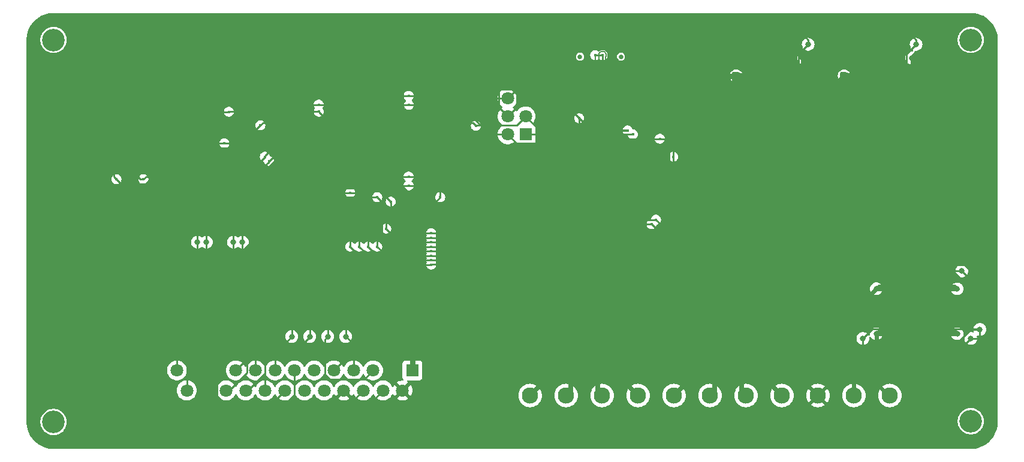
<source format=gbr>
%TF.GenerationSoftware,KiCad,Pcbnew,8.0.6*%
%TF.CreationDate,2024-11-14T14:16:55+01:00*%
%TF.ProjectId,VCU2.0,56435532-2e30-42e6-9b69-6361645f7063,rev?*%
%TF.SameCoordinates,Original*%
%TF.FileFunction,Copper,L1,Top*%
%TF.FilePolarity,Positive*%
%FSLAX46Y46*%
G04 Gerber Fmt 4.6, Leading zero omitted, Abs format (unit mm)*
G04 Created by KiCad (PCBNEW 8.0.6) date 2024-11-14 14:16:55*
%MOMM*%
%LPD*%
G01*
G04 APERTURE LIST*
%TA.AperFunction,SMDPad,CuDef*%
%ADD10R,1.475000X0.450000*%
%TD*%
%TA.AperFunction,SMDPad,CuDef*%
%ADD11R,2.780000X3.370000*%
%TD*%
%TA.AperFunction,SMDPad,CuDef*%
%ADD12R,0.700000X1.925000*%
%TD*%
%TA.AperFunction,SMDPad,CuDef*%
%ADD13R,0.864008X0.806477*%
%TD*%
%TA.AperFunction,SMDPad,CuDef*%
%ADD14R,1.400000X1.200000*%
%TD*%
%TA.AperFunction,ComponentPad*%
%ADD15C,2.300000*%
%TD*%
%TA.AperFunction,ComponentPad*%
%ADD16C,5.000000*%
%TD*%
%TA.AperFunction,ComponentPad*%
%ADD17C,1.800000*%
%TD*%
%TA.AperFunction,ComponentPad*%
%ADD18R,1.800000X1.800000*%
%TD*%
%TA.AperFunction,SMDPad,CuDef*%
%ADD19R,1.300000X0.300000*%
%TD*%
%TA.AperFunction,SMDPad,CuDef*%
%ADD20O,0.588011X2.045009*%
%TD*%
%TA.AperFunction,SMDPad,CuDef*%
%ADD21O,0.364008X1.742012*%
%TD*%
%TA.AperFunction,SMDPad,CuDef*%
%ADD22R,2.500000X1.100000*%
%TD*%
%TA.AperFunction,SMDPad,CuDef*%
%ADD23R,2.340005X3.600000*%
%TD*%
%TA.AperFunction,SMDPad,CuDef*%
%ADD24R,0.280010X0.680010*%
%TD*%
%TA.AperFunction,SMDPad,CuDef*%
%ADD25R,0.700000X1.250013*%
%TD*%
%TA.AperFunction,SMDPad,CuDef*%
%ADD26R,0.600000X1.450013*%
%TD*%
%TA.AperFunction,SMDPad,CuDef*%
%ADD27R,0.300000X1.450013*%
%TD*%
%TA.AperFunction,SMDPad,CuDef*%
%ADD28R,1.800000X1.450013*%
%TD*%
%TA.AperFunction,ComponentPad*%
%ADD29O,1.000000X1.700000*%
%TD*%
%TA.AperFunction,SMDPad,CuDef*%
%ADD30R,0.280010X0.905004*%
%TD*%
%TA.AperFunction,SMDPad,CuDef*%
%ADD31R,0.905004X0.280010*%
%TD*%
%TA.AperFunction,SMDPad,CuDef*%
%ADD32R,3.350013X3.350013*%
%TD*%
%TA.AperFunction,SMDPad,CuDef*%
%ADD33R,1.500000X0.900000*%
%TD*%
%TA.AperFunction,SMDPad,CuDef*%
%ADD34R,0.900000X1.500000*%
%TD*%
%TA.AperFunction,SMDPad,CuDef*%
%ADD35R,0.900000X0.900000*%
%TD*%
%TA.AperFunction,SMDPad,CuDef*%
%ADD36R,2.300000X1.500000*%
%TD*%
%TA.AperFunction,SMDPad,CuDef*%
%ADD37R,0.806477X0.864008*%
%TD*%
%TA.AperFunction,SMDPad,CuDef*%
%ADD38R,1.750013X3.500000*%
%TD*%
%TA.AperFunction,SMDPad,CuDef*%
%ADD39R,2.424003X3.420015*%
%TD*%
%TA.AperFunction,SMDPad,CuDef*%
%ADD40R,0.800000X0.900000*%
%TD*%
%TA.AperFunction,SMDPad,CuDef*%
%ADD41R,1.350013X1.410008*%
%TD*%
%TA.AperFunction,SMDPad,CuDef*%
%ADD42R,2.300000X3.000000*%
%TD*%
%TA.AperFunction,SMDPad,CuDef*%
%ADD43R,0.900000X0.800000*%
%TD*%
%TA.AperFunction,SMDPad,CuDef*%
%ADD44R,1.100000X2.600000*%
%TD*%
%TA.AperFunction,ViaPad*%
%ADD45C,0.400000*%
%TD*%
%TA.AperFunction,ViaPad*%
%ADD46C,0.800000*%
%TD*%
%TA.AperFunction,Conductor*%
%ADD47C,0.250000*%
%TD*%
%TA.AperFunction,Conductor*%
%ADD48C,0.400000*%
%TD*%
%TA.AperFunction,Conductor*%
%ADD49C,0.600000*%
%TD*%
%TA.AperFunction,Conductor*%
%ADD50C,0.200000*%
%TD*%
%TA.AperFunction,Conductor*%
%ADD51C,0.700000*%
%TD*%
%ADD52C,3.200000*%
%ADD53C,2.300000*%
%ADD54C,5.000000*%
%ADD55C,1.800000*%
%ADD56R,1.800000X1.800000*%
%ADD57C,0.649987*%
%ADD58O,1.000000X1.700000*%
%TA.AperFunction,Conductor*%
%ADD59C,0.800000*%
%TD*%
G04 APERTURE END LIST*
D10*
%TO.P,IC604,1,GND*%
%TO.N,GND*%
X154068000Y-155577000D03*
%TO.P,IC604,2,SNS*%
%TO.N,Net-(IC604-SNS)*%
X154068000Y-154927000D03*
%TO.P,IC604,3,LATCH*%
%TO.N,Net-(IC604-DIA_EN)*%
X154068000Y-154277000D03*
%TO.P,IC604,4,EN*%
%TO.N,/PowerMGMT/PWI1*%
X154068000Y-153627000D03*
%TO.P,IC604,5,ST*%
%TO.N,Net-(IC604-DIA_EN)*%
X154068000Y-152977000D03*
%TO.P,IC604,6,VOUT_1*%
%TO.N,/Connector/PWO1*%
X154068000Y-152327000D03*
%TO.P,IC604,7,VOUT_2*%
X154068000Y-151677000D03*
%TO.P,IC604,8,VOUT_3*%
X154068000Y-151027000D03*
%TO.P,IC604,9,VOUT_4*%
X148192000Y-151027000D03*
%TO.P,IC604,10,VOUT_5*%
X148192000Y-151677000D03*
%TO.P,IC604,11,VOUT_6*%
X148192000Y-152327000D03*
%TO.P,IC604,12,NC_1*%
%TO.N,unconnected-(IC604-NC_1-Pad12)*%
X148192000Y-152977000D03*
%TO.P,IC604,13,NC_2*%
%TO.N,unconnected-(IC604-NC_2-Pad13)*%
X148192000Y-153627000D03*
%TO.P,IC604,14,SEL1*%
%TO.N,Net-(IC604-DIA_EN)*%
X148192000Y-154277000D03*
%TO.P,IC604,15,SEL2*%
X148192000Y-154927000D03*
%TO.P,IC604,16,DIA_EN*%
X148192000Y-155577000D03*
D11*
%TO.P,IC604,17,VBB*%
%TO.N,+12P*%
X151130000Y-153302000D03*
%TD*%
D12*
%TO.P,IC603,1,VBB_1*%
%TO.N,+12P*%
X130175000Y-143510000D03*
%TO.P,IC603,2,GND1/2*%
%TO.N,GND*%
X128905000Y-143510000D03*
%TO.P,IC603,3,IN1*%
%TO.N,/PowerMGMT/LPWI7*%
X127635000Y-143510000D03*
%TO.P,IC603,4,ST1/2*%
%TO.N,unconnected-(IC603-ST1{slash}2-Pad4)*%
X126365000Y-143510000D03*
%TO.P,IC603,5,IN2*%
%TO.N,/PowerMGMT/LPWI6*%
X125095000Y-143510000D03*
%TO.P,IC603,6,GND3/4*%
%TO.N,GND*%
X123825000Y-143510000D03*
%TO.P,IC603,7,IN3*%
%TO.N,/PowerMGMT/LPWI5*%
X122555000Y-143510000D03*
%TO.P,IC603,8,ST3/4*%
%TO.N,unconnected-(IC603-ST3{slash}4-Pad8)*%
X121285000Y-143510000D03*
%TO.P,IC603,9,IN4*%
%TO.N,/PowerMGMT/LPWI4*%
X120015000Y-143510000D03*
%TO.P,IC603,10,VBB_2*%
%TO.N,+12P*%
X118745000Y-143510000D03*
%TO.P,IC603,11,VBB_3*%
X118745000Y-152934000D03*
%TO.P,IC603,12,VBB_4*%
X120015000Y-152934000D03*
%TO.P,IC603,13,OUT4*%
%TO.N,/Connector/LPWO4*%
X121285000Y-152934000D03*
%TO.P,IC603,14,OUT3*%
%TO.N,/Connector/LPWO5*%
X122555000Y-152934000D03*
%TO.P,IC603,15,VBB_5*%
%TO.N,+12P*%
X123825000Y-152934000D03*
%TO.P,IC603,16,VBB_6*%
X125095000Y-152934000D03*
%TO.P,IC603,17,OUT2*%
%TO.N,/Connector/LPWO6*%
X126365000Y-152934000D03*
%TO.P,IC603,18,OUT1*%
%TO.N,/Connector/LPWO7*%
X127635000Y-152934000D03*
%TO.P,IC603,19,VBB_7*%
%TO.N,+12P*%
X128905000Y-152934000D03*
%TO.P,IC603,20,VBB_8*%
X130175000Y-152934000D03*
%TD*%
%TO.P,IC602,20,VBB_8*%
%TO.N,+12P*%
X109855000Y-152934000D03*
%TO.P,IC602,19,VBB_7*%
X108585000Y-152934000D03*
%TO.P,IC602,18,OUT1*%
%TO.N,/Connector/LPWO3*%
X107315000Y-152934000D03*
%TO.P,IC602,17,OUT2*%
%TO.N,/Connector/LPWO2*%
X106045000Y-152934000D03*
%TO.P,IC602,16,VBB_6*%
%TO.N,+12P*%
X104775000Y-152934000D03*
%TO.P,IC602,15,VBB_5*%
X103505000Y-152934000D03*
%TO.P,IC602,14,OUT3*%
%TO.N,/Connector/LPWO1*%
X102235000Y-152934000D03*
%TO.P,IC602,13,OUT4*%
%TO.N,/Connector/LPWO0*%
X100965000Y-152934000D03*
%TO.P,IC602,12,VBB_4*%
%TO.N,+12P*%
X99695000Y-152934000D03*
%TO.P,IC602,11,VBB_3*%
X98425000Y-152934000D03*
%TO.P,IC602,10,VBB_2*%
X98425000Y-143510000D03*
%TO.P,IC602,9,IN4*%
%TO.N,/PowerMGMT/LPWI0*%
X99695000Y-143510000D03*
%TO.P,IC602,8,ST3/4*%
%TO.N,unconnected-(IC602-ST3{slash}4-Pad8)*%
X100965000Y-143510000D03*
%TO.P,IC602,7,IN3*%
%TO.N,/PowerMGMT/LPWI1*%
X102235000Y-143510000D03*
%TO.P,IC602,6,GND3/4*%
%TO.N,GND*%
X103505000Y-143510000D03*
%TO.P,IC602,5,IN2*%
%TO.N,/PowerMGMT/LPWI2*%
X104775000Y-143510000D03*
%TO.P,IC602,4,ST1/2*%
%TO.N,unconnected-(IC602-ST1{slash}2-Pad4)*%
X106045000Y-143510000D03*
%TO.P,IC602,3,IN1*%
%TO.N,/PowerMGMT/LPWI3*%
X107315000Y-143510000D03*
%TO.P,IC602,2,GND1/2*%
%TO.N,GND*%
X108585000Y-143510000D03*
%TO.P,IC602,1,VBB_1*%
%TO.N,+12P*%
X109855000Y-143510000D03*
%TD*%
D10*
%TO.P,IC601,1,GND*%
%TO.N,GND*%
X154068000Y-149227000D03*
%TO.P,IC601,2,SNS*%
%TO.N,Net-(IC601-SNS)*%
X154068000Y-148577000D03*
%TO.P,IC601,3,LATCH*%
%TO.N,Net-(IC601-DIA_EN)*%
X154068000Y-147927000D03*
%TO.P,IC601,4,EN*%
%TO.N,/PowerMGMT/PWI0*%
X154068000Y-147277000D03*
%TO.P,IC601,5,ST*%
%TO.N,Net-(IC601-DIA_EN)*%
X154068000Y-146627000D03*
%TO.P,IC601,6,VOUT_1*%
%TO.N,/Connector/PWO0*%
X154068000Y-145977000D03*
%TO.P,IC601,7,VOUT_2*%
X154068000Y-145327000D03*
%TO.P,IC601,8,VOUT_3*%
X154068000Y-144677000D03*
%TO.P,IC601,9,VOUT_4*%
X148192000Y-144677000D03*
%TO.P,IC601,10,VOUT_5*%
X148192000Y-145327000D03*
%TO.P,IC601,11,VOUT_6*%
X148192000Y-145977000D03*
%TO.P,IC601,12,NC_1*%
%TO.N,unconnected-(IC601-NC_1-Pad12)*%
X148192000Y-146627000D03*
%TO.P,IC601,13,NC_2*%
%TO.N,unconnected-(IC601-NC_2-Pad13)*%
X148192000Y-147277000D03*
%TO.P,IC601,14,SEL1*%
%TO.N,Net-(IC601-DIA_EN)*%
X148192000Y-147927000D03*
%TO.P,IC601,15,SEL2*%
X148192000Y-148577000D03*
%TO.P,IC601,16,DIA_EN*%
X148192000Y-149227000D03*
D11*
%TO.P,IC601,17,VBB*%
%TO.N,+12P*%
X151130000Y-146952000D03*
%TD*%
D13*
%TO.P,R417,2,2*%
%TO.N,/IO/P7*%
X73025000Y-145016732D03*
%TO.P,R417,1,1*%
%TO.N,GND*%
X73025000Y-143510000D03*
%TD*%
%TO.P,R410,2,2*%
%TO.N,/Connector/P7H*%
X73025000Y-148826732D03*
%TO.P,R410,1,1*%
%TO.N,/IO/P7*%
X73025000Y-147320000D03*
%TD*%
%TO.P,R416,2,2*%
%TO.N,/IO/P6*%
X70485000Y-145016732D03*
%TO.P,R416,1,1*%
%TO.N,GND*%
X70485000Y-143510000D03*
%TD*%
%TO.P,R409,2,2*%
%TO.N,/Connector/P6H*%
X70485000Y-148826732D03*
%TO.P,R409,1,1*%
%TO.N,/IO/P6*%
X70485000Y-147320000D03*
%TD*%
%TO.P,R415,2,2*%
%TO.N,/IO/P5*%
X67945000Y-145016732D03*
%TO.P,R415,1,1*%
%TO.N,GND*%
X67945000Y-143510000D03*
%TD*%
%TO.P,R408,2,2*%
%TO.N,/Connector/P5H*%
X67945000Y-148826732D03*
%TO.P,R408,1,1*%
%TO.N,/IO/P5*%
X67945000Y-147320000D03*
%TD*%
D14*
%TO.P,X401,1,OSC1*%
%TO.N,Net-(U402-OSC1)*%
X42375076Y-138849987D03*
%TO.P,X401,2,2*%
%TO.N,unconnected-(X401-Pad2)*%
X40174924Y-138849987D03*
%TO.P,X401,3,OSC2*%
%TO.N,Net-(U402-OSC2)*%
X40174924Y-140550013D03*
%TO.P,X401,4,4*%
%TO.N,unconnected-(X401-Pad4)*%
X42375076Y-140550013D03*
%TD*%
D15*
%TO.P,U504,1,1*%
%TO.N,/Connector/PWO0*%
X142239990Y-160731988D03*
%TO.P,U504,2,2*%
%TO.N,/Connector/PWO1*%
X147320000Y-160731988D03*
%TO.P,U504,3,3*%
%TO.N,+12P*%
X152400010Y-160731988D03*
%TD*%
%TO.P,U503,1,1*%
%TO.N,/Connector/LPWO6*%
X126999990Y-160731988D03*
%TO.P,U503,2,2*%
%TO.N,/Connector/LPWO7*%
X132080000Y-160731988D03*
%TO.P,U503,3,3*%
%TO.N,+12P*%
X137160010Y-160731988D03*
%TD*%
%TO.P,U502,1,1*%
%TO.N,/Connector/LPWO3*%
X111759990Y-160731988D03*
%TO.P,U502,2,2*%
%TO.N,/Connector/LPWO4*%
X116840000Y-160731988D03*
%TO.P,U502,3,3*%
%TO.N,/Connector/LPWO5*%
X121920010Y-160731988D03*
%TD*%
%TO.P,U501,1,1*%
%TO.N,/Connector/LPWO0*%
X96519990Y-160731988D03*
%TO.P,U501,2,2*%
%TO.N,/Connector/LPWO1*%
X101600000Y-160731988D03*
%TO.P,U501,3,3*%
%TO.N,/Connector/LPWO2*%
X106680010Y-160731988D03*
%TD*%
D16*
%TO.P,U505,27,27*%
%TO.N,GND*%
X39745136Y-158600137D03*
%TO.P,U505,26,26*%
X86785014Y-158600137D03*
D17*
%TO.P,U505,14,14*%
%TO.N,+3.3V*%
X78500026Y-160020000D03*
%TO.P,U505,15,15*%
%TO.N,/Connector/SDA*%
X75730150Y-160020000D03*
%TO.P,U505,16,16*%
%TO.N,/Connector/SCL*%
X72960021Y-160020000D03*
%TO.P,U505,17,17*%
%TO.N,+5V*%
X70190145Y-160020000D03*
%TO.P,U505,18,18*%
%TO.N,unconnected-(U505-Pad18)*%
X67420016Y-160020000D03*
%TO.P,U505,19,19*%
%TO.N,unconnected-(U505-Pad19)*%
X64650140Y-160020000D03*
%TO.P,U505,20,20*%
%TO.N,/Connector/A1*%
X61880011Y-160020000D03*
%TO.P,U505,21,21*%
%TO.N,/Connector/A3*%
X59110135Y-160020000D03*
%TO.P,U505,22,22*%
%TO.N,/Connector/P2H*%
X56340006Y-160020000D03*
%TO.P,U505,23,23*%
%TO.N,/Connector/P4H*%
X53570130Y-160020000D03*
%TO.P,U505,24,24*%
%TO.N,GND*%
X50800000Y-160020000D03*
%TO.P,U505,25,25*%
%TO.N,/Connector/CAN_H*%
X48030125Y-160020000D03*
D18*
%TO.P,U505,1,1*%
%TO.N,+12V*%
X79885091Y-157180020D03*
D17*
%TO.P,U505,2,2*%
%TO.N,GND*%
X77114961Y-157180020D03*
%TO.P,U505,3,3*%
%TO.N,/Connector/P5H*%
X74345086Y-157180020D03*
%TO.P,U505,4,4*%
%TO.N,/Connector/P6H*%
X71574956Y-157180020D03*
%TO.P,U505,5,5*%
%TO.N,/Connector/P7H*%
X68805080Y-157180020D03*
%TO.P,U505,6,6*%
%TO.N,unconnected-(U505-Pad6)*%
X66035205Y-157180020D03*
%TO.P,U505,7,7*%
%TO.N,/Connector/A0*%
X63265075Y-157180020D03*
%TO.P,U505,8,8*%
%TO.N,/Connector/A2*%
X60494946Y-157180020D03*
%TO.P,U505,9,9*%
%TO.N,/Connector/P1H*%
X57725070Y-157180020D03*
%TO.P,U505,10,10*%
%TO.N,/Connector/P3H*%
X54954941Y-157180020D03*
%TO.P,U505,11,11*%
%TO.N,GND*%
X52185065Y-157180020D03*
%TO.P,U505,12,12*%
X49415190Y-157180020D03*
%TO.P,U505,13,13*%
%TO.N,/Connector/CAN_L*%
X46645060Y-157180020D03*
%TD*%
D19*
%TO.P,U403,1,ADDR*%
%TO.N,GND*%
X50989987Y-134890127D03*
%TO.P,U403,2,ALERT/RDY*%
%TO.N,unconnected-(U403-ALERT{slash}RDY-Pad2)*%
X50989987Y-135390000D03*
%TO.P,U403,3,GND*%
%TO.N,GND*%
X50989987Y-135889873D03*
%TO.P,U403,4,AIN0*%
%TO.N,/Connector/A0*%
X50989987Y-136390000D03*
%TO.P,U403,5,AIN1*%
%TO.N,/Connector/A1*%
X50989987Y-136890127D03*
%TO.P,U403,6,AIN2*%
%TO.N,/Connector/A2*%
X55690013Y-136889873D03*
%TO.P,U403,7,AIN3*%
%TO.N,/Connector/A3*%
X55690013Y-136390000D03*
%TO.P,U403,8,VDD*%
%TO.N,+3.3V*%
X55690013Y-135890127D03*
%TO.P,U403,9,SDA*%
%TO.N,/Connector/SDA*%
X55690013Y-135390000D03*
%TO.P,U403,10,SCL*%
%TO.N,/Connector/SCL*%
X55690013Y-134889873D03*
%TD*%
D20*
%TO.P,U401,1,TXD*%
%TO.N,/IO/TXCAN*%
X41910004Y-146452584D03*
%TO.P,U401,2,VSS*%
%TO.N,GND*%
X40640001Y-146452584D03*
%TO.P,U401,3,VDD*%
%TO.N,+5V*%
X39369999Y-146452584D03*
%TO.P,U401,4,RXD*%
%TO.N,/IO/RXCAN*%
X38099996Y-146452584D03*
%TO.P,U401,8,RS*%
%TO.N,Net-(U401-RS)*%
X41910004Y-151997416D03*
%TO.P,U401,7,CANH*%
%TO.N,/Connector/CAN_H*%
X40640001Y-151997416D03*
%TO.P,U401,6,CANL*%
%TO.N,/Connector/CAN_L*%
X39369999Y-151997416D03*
%TO.P,U401,5,VREF*%
%TO.N,unconnected-(U401-VREF-Pad5)*%
X38099996Y-151997416D03*
%TD*%
D21*
%TO.P,U402,1,TXCAN*%
%TO.N,/IO/TXCAN*%
X36444930Y-134315968D03*
%TO.P,U402,2,RXCAN*%
%TO.N,/IO/RXCAN*%
X37094917Y-134315968D03*
%TO.P,U402,3,CLKOUTSOF*%
%TO.N,unconnected-(U402-CLKOUTSOF-Pad3)*%
X37744905Y-134315968D03*
%TO.P,U402,4,TX0RTS#*%
%TO.N,Net-(U402-TX0RTS#)*%
X38394892Y-134315968D03*
%TO.P,U402,5,TX1RTS#*%
X39045133Y-134315968D03*
%TO.P,U402,6,NC*%
%TO.N,unconnected-(U402-NC-Pad6)*%
X39695121Y-134315968D03*
%TO.P,U402,7,TX2RTS#*%
%TO.N,Net-(U402-TX0RTS#)*%
X40345108Y-134315968D03*
%TO.P,U402,8,OSC2*%
%TO.N,Net-(U402-OSC2)*%
X40995095Y-134315968D03*
%TO.P,U402,9,OSC1*%
%TO.N,Net-(U402-OSC1)*%
X41645083Y-134315968D03*
%TO.P,U402,10,VSS*%
%TO.N,GND*%
X42295070Y-134315968D03*
%TO.P,U402,20,VDD*%
%TO.N,+5V*%
X36444930Y-128574032D03*
%TO.P,U402,19,RESET#*%
%TO.N,Net-(U402-RESET#)*%
X37094917Y-128574032D03*
%TO.P,U402,18,CS#*%
%TO.N,/IO/CAN_CS*%
X37744905Y-128574032D03*
%TO.P,U402,17,SO*%
%TO.N,/IO/MISO*%
X38394892Y-128574032D03*
%TO.P,U402,16,SI*%
%TO.N,/IO/MOSI*%
X39045133Y-128574032D03*
%TO.P,U402,15,NC/2*%
%TO.N,unconnected-(U402-NC{slash}2-Pad15)*%
X39695121Y-128574032D03*
%TO.P,U402,14,SCK*%
%TO.N,/IO/SCK*%
X40345108Y-128574032D03*
%TO.P,U402,13,INT#*%
%TO.N,/IO/CAN_IN*%
X40995095Y-128574032D03*
%TO.P,U402,12,RX0BF#*%
%TO.N,unconnected-(U402-RX0BF#-Pad12)*%
X41645083Y-128574032D03*
%TO.P,U402,11,RX1BF#*%
%TO.N,unconnected-(U402-RX1BF#-Pad11)*%
X42295070Y-128574032D03*
%TD*%
D22*
%TO.P,U203,1,GND*%
%TO.N,GND*%
X92504901Y-113424975D03*
%TO.P,U203,2,OUT*%
%TO.N,+3.3V*%
X92504901Y-111125000D03*
%TO.P,U203,3,IN*%
%TO.N,VBUS*%
X92504901Y-108825025D03*
D23*
%TO.P,U203,2,OUT*%
%TO.N,+3.3V*%
X86565099Y-111125000D03*
%TD*%
D24*
%TO.P,U202,1,VIN*%
%TO.N,+12V*%
X146716894Y-115575157D03*
%TO.P,U202,2,SW*%
%TO.N,Net-(U202-SW)*%
X147216767Y-115575157D03*
%TO.P,U202,3,GND*%
%TO.N,GND*%
X147716894Y-115575157D03*
%TO.P,U202,4,PG*%
%TO.N,Net-(U202-PG)*%
X147716894Y-114294995D03*
%TO.P,U202,5,EN*%
%TO.N,Net-(U202-EN)*%
X147216767Y-114294995D03*
%TO.P,U202,6,FB*%
%TO.N,Net-(U202-FB)*%
X146716894Y-114294995D03*
%TD*%
D25*
%TO.P,U304,1,B*%
%TO.N,Net-(U304-B)*%
X117054886Y-128540000D03*
%TO.P,U304,2,E*%
%TO.N,Net-(U303-DTR)*%
X115154962Y-128540000D03*
%TO.P,U304,3,C*%
%TO.N,/esp32S3/BOOT*%
X116104924Y-130540000D03*
%TD*%
D26*
%TO.P,U305,A1B12,GND*%
%TO.N,GND*%
X109704901Y-114314894D03*
%TO.P,U305,A12B1,GND*%
X103204901Y-114314894D03*
%TO.P,U305,A4B9,VBUS*%
%TO.N,VBUS*%
X108904901Y-114314894D03*
D27*
%TO.P,U305,B8,SBU2*%
%TO.N,unconnected-(U305-SBU2-PadB8)*%
X108204850Y-114314894D03*
%TO.P,U305,A5,CC1*%
%TO.N,Net-(U305-CC1)*%
X107704723Y-114314894D03*
%TO.P,U305,B7,DN2*%
%TO.N,Net-(U303-D-)*%
X107204850Y-114314894D03*
%TO.P,U305,A6,DP1*%
%TO.N,Net-(U303-D+)*%
X106704723Y-114314894D03*
%TO.P,U305,A7,DN1*%
%TO.N,Net-(U303-D-)*%
X106204850Y-114314894D03*
%TO.P,U305,B6,DP2*%
%TO.N,Net-(U303-D+)*%
X105704723Y-114314894D03*
%TO.P,U305,A8,SBU1*%
%TO.N,unconnected-(U305-SBU1-PadA8)*%
X105204850Y-114314894D03*
%TO.P,U305,B5,CC2*%
%TO.N,Net-(U305-CC2)*%
X104704723Y-114314894D03*
D26*
%TO.P,U305,A9B4,VBUS*%
%TO.N,VBUS*%
X104004901Y-114314894D03*
D28*
%TO.P,U305,12,12*%
%TO.N,GND*%
X111524891Y-113400010D03*
%TO.P,U305,13,13*%
X101384937Y-113400010D03*
D29*
%TO.P,U305,15,15*%
X102134924Y-109220000D03*
%TO.P,U305,14,14*%
X110774904Y-109220000D03*
%TD*%
D25*
%TO.P,U302,1,B*%
%TO.N,Net-(U302-B)*%
X113879886Y-128540000D03*
%TO.P,U302,2,E*%
%TO.N,Net-(U302-E)*%
X111979962Y-128540000D03*
%TO.P,U302,3,C*%
%TO.N,/esp32S3/EN*%
X112929924Y-130540000D03*
%TD*%
D30*
%TO.P,U303,1,DCD*%
%TO.N,unconnected-(U303-DCD-Pad1)*%
X108079797Y-121447555D03*
%TO.P,U303,2,RI/CLK*%
%TO.N,unconnected-(U303-RI{slash}CLK-Pad2)*%
X107579924Y-121447555D03*
%TO.P,U303,3,GND*%
%TO.N,GND*%
X107079797Y-121447555D03*
%TO.P,U303,4,D+*%
%TO.N,Net-(U303-D+)*%
X106579924Y-121447555D03*
%TO.P,U303,5,D-*%
%TO.N,Net-(U303-D-)*%
X106079797Y-121447555D03*
%TO.P,U303,6,VDD*%
%TO.N,Net-(U303-VDD)*%
X105579924Y-121447555D03*
%TO.P,U303,7,VREGIN*%
%TO.N,VBUS*%
X105079797Y-121447555D03*
D31*
%TO.P,U303,8,VBUS*%
X104202479Y-122325127D03*
%TO.P,U303,9,RSTb*%
%TO.N,unconnected-(U303-RSTb-Pad9)*%
X104202479Y-122825000D03*
%TO.P,U303,10,NC*%
%TO.N,unconnected-(U303-NC-Pad10)*%
X104202479Y-123325127D03*
%TO.P,U303,11,SUSPENDb*%
%TO.N,unconnected-(U303-SUSPENDb-Pad11)*%
X104202479Y-123825000D03*
%TO.P,U303,12,SUSPEND*%
%TO.N,unconnected-(U303-SUSPEND-Pad12)*%
X104202479Y-124325127D03*
%TO.P,U303,13,CHREN*%
%TO.N,unconnected-(U303-CHREN-Pad13)*%
X104202479Y-124825000D03*
%TO.P,U303,14,CHR1*%
%TO.N,unconnected-(U303-CHR1-Pad14)*%
X104202479Y-125325127D03*
D30*
%TO.P,U303,15,CHR0*%
%TO.N,unconnected-(U303-CHR0-Pad15)*%
X105079797Y-126202445D03*
%TO.P,U303,16,GPIO.3/WAKEUP*%
%TO.N,unconnected-(U303-GPIO.3{slash}WAKEUP-Pad16)*%
X105579924Y-126202445D03*
%TO.P,U303,17,GPIO.2/RS485*%
%TO.N,unconnected-(U303-GPIO.2{slash}RS485-Pad17)*%
X106079797Y-126202445D03*
%TO.P,U303,18,GPIO.1/RXT*%
%TO.N,unconnected-(U303-GPIO.1{slash}RXT-Pad18)*%
X106579924Y-126202445D03*
%TO.P,U303,19,GPIO.0/TXT*%
%TO.N,unconnected-(U303-GPIO.0{slash}TXT-Pad19)*%
X107079797Y-126202445D03*
%TO.P,U303,20,GPIO.6*%
%TO.N,unconnected-(U303-GPIO.6-Pad20)*%
X107579924Y-126202445D03*
%TO.P,U303,21,GPIO.5*%
%TO.N,unconnected-(U303-GPIO.5-Pad21)*%
X108079797Y-126202445D03*
D31*
%TO.P,U303,22,GPIO.4*%
%TO.N,unconnected-(U303-GPIO.4-Pad22)*%
X108957369Y-125325127D03*
%TO.P,U303,23,CTS*%
%TO.N,unconnected-(U303-CTS-Pad23)*%
X108957369Y-124825000D03*
%TO.P,U303,24,RTS*%
%TO.N,Net-(U302-E)*%
X108957369Y-124325127D03*
%TO.P,U303,25,RXD*%
%TO.N,/esp32S3/TX*%
X108957369Y-123825000D03*
%TO.P,U303,26,TXD*%
%TO.N,/esp32S3/RX*%
X108957369Y-123325127D03*
%TO.P,U303,27,DSR*%
%TO.N,unconnected-(U303-DSR-Pad27)*%
X108957369Y-122825000D03*
%TO.P,U303,28,DTR*%
%TO.N,Net-(U303-DTR)*%
X108957369Y-122325127D03*
D32*
%TO.P,U303,29,EP*%
%TO.N,GND*%
X106579924Y-123825000D03*
%TD*%
D33*
%TO.P,U301,1,GND*%
%TO.N,GND*%
X64274936Y-117098542D03*
%TO.P,U301,2,3V3*%
%TO.N,+3.3V*%
X64274936Y-118368545D03*
%TO.P,U301,3,EN*%
%TO.N,/esp32S3/EN*%
X64274936Y-119638547D03*
%TO.P,U301,4,IO4*%
%TO.N,/IO/SCK*%
X64274936Y-120908550D03*
%TO.P,U301,5,IO5*%
%TO.N,/IO/MISO*%
X64274936Y-122178552D03*
%TO.P,U301,6,IO6*%
%TO.N,/IO/MOSI*%
X64274936Y-123448555D03*
%TO.P,U301,7,IO7*%
%TO.N,/IO/P1*%
X64274936Y-124718557D03*
%TO.P,U301,8,IO15*%
%TO.N,unconnected-(U301-IO15-Pad8)*%
X64274936Y-125988560D03*
%TO.P,U301,9,IO16*%
%TO.N,/PowerMGMT/LPWI7*%
X64274936Y-127258563D03*
%TO.P,U301,10,IO17*%
%TO.N,/PowerMGMT/LPWI4*%
X64274936Y-128528565D03*
%TO.P,U301,11,IO18*%
%TO.N,/PowerMGMT/LPWI5*%
X64274936Y-129798568D03*
%TO.P,U301,12,IO8*%
%TO.N,/IO/P2*%
X64274936Y-131068570D03*
%TO.P,U301,13,IO19*%
%TO.N,unconnected-(U301-IO19-Pad13)*%
X64274936Y-132338573D03*
%TO.P,U301,14,IO20*%
%TO.N,unconnected-(U301-IO20-Pad14)*%
X64274936Y-133608575D03*
D34*
%TO.P,U301,15,IO3*%
%TO.N,unconnected-(U301-IO3-Pad15)*%
X66039986Y-134888484D03*
%TO.P,U301,16,IO46*%
%TO.N,unconnected-(U301-IO46-Pad16)*%
X67309989Y-134888484D03*
%TO.P,U301,17,IO9*%
%TO.N,/IO/P3*%
X68579991Y-134888484D03*
%TO.P,U301,18,IO10*%
%TO.N,/IO/P4*%
X69849994Y-134888484D03*
%TO.P,U301,19,IO11*%
%TO.N,/PowerMGMT/LPWI0*%
X71119996Y-134888484D03*
%TO.P,U301,20,IO12*%
%TO.N,/PowerMGMT/LPWI1*%
X72389999Y-134888484D03*
%TO.P,U301,21,IO13*%
%TO.N,/PowerMGMT/LPWI2*%
X73660001Y-134888484D03*
%TO.P,U301,22,IO14*%
%TO.N,/PowerMGMT/LPWI3*%
X74930004Y-134888484D03*
%TO.P,U301,23,IO21*%
%TO.N,/PowerMGMT/LPWI6*%
X76200006Y-134888484D03*
%TO.P,U301,24,IO47*%
%TO.N,/IO/P5*%
X77470009Y-134888484D03*
%TO.P,U301,25,IO48*%
%TO.N,/IO/P6*%
X78740011Y-134888484D03*
%TO.P,U301,26,IO45*%
%TO.N,/IO/P7*%
X80010014Y-134858512D03*
D33*
%TO.P,U301,27,IO0*%
%TO.N,/esp32S3/BOOT*%
X81775064Y-133608575D03*
%TO.P,U301,28,IO35*%
%TO.N,unconnected-(U301-IO35-Pad28)*%
X81775064Y-132338573D03*
%TO.P,U301,29,IO36*%
%TO.N,/IO/CAN_CS*%
X81775064Y-131068570D03*
%TO.P,U301,30,IO37*%
%TO.N,/IO/CAN_IN*%
X81775064Y-129798568D03*
%TO.P,U301,31,IO38*%
%TO.N,/PowerMGMT/PWI0*%
X81775064Y-128528565D03*
%TO.P,U301,32,IO39*%
%TO.N,/PowerMGMT/PWI1*%
X81775064Y-127258563D03*
%TO.P,U301,33,IO40*%
%TO.N,unconnected-(U301-IO40-Pad33)*%
X81775064Y-125988560D03*
%TO.P,U301,34,IO41*%
%TO.N,unconnected-(U301-IO41-Pad34)*%
X81775064Y-124718557D03*
%TO.P,U301,35,IO42*%
%TO.N,unconnected-(U301-IO42-Pad35)*%
X81775064Y-123448555D03*
%TO.P,U301,36,RXD0*%
%TO.N,/esp32S3/RX*%
X81775064Y-122178552D03*
%TO.P,U301,37,TXD0*%
%TO.N,/esp32S3/TX*%
X81775064Y-120908550D03*
%TO.P,U301,38,IO2*%
%TO.N,/Connector/SCL*%
X81775064Y-119638547D03*
%TO.P,U301,39,IO1*%
%TO.N,/Connector/SDA*%
X81775064Y-118368545D03*
%TO.P,U301,40,GND*%
%TO.N,GND*%
X81775064Y-117098542D03*
D35*
%TO.P,U301,41,GND*%
X72924924Y-126218684D03*
X71524873Y-126218684D03*
X70124822Y-126218684D03*
X70124822Y-123418583D03*
X71524873Y-123418583D03*
X72924924Y-123418583D03*
X72924924Y-124818634D03*
X70124822Y-124818634D03*
X71524873Y-124818634D03*
%TD*%
D24*
%TO.P,U201,1,VIN*%
%TO.N,+12V*%
X131476894Y-115575157D03*
%TO.P,U201,2,SW*%
%TO.N,Net-(U201-SW)*%
X131976767Y-115575157D03*
%TO.P,U201,3,GND*%
%TO.N,GND*%
X132476894Y-115575157D03*
%TO.P,U201,4,PG*%
%TO.N,Net-(U201-PG)*%
X132476894Y-114294995D03*
%TO.P,U201,5,EN*%
%TO.N,Net-(U201-EN)*%
X131976767Y-114294995D03*
%TO.P,U201,6,FB*%
%TO.N,Net-(U201-FB)*%
X131476894Y-114294995D03*
%TD*%
D36*
%TO.P,SW301,1,1*%
%TO.N,/esp32S3/BOOT*%
X37995089Y-118033936D03*
%TO.P,SW301,2,2*%
X47094911Y-118034191D03*
%TO.P,SW301,3,3*%
%TO.N,GND*%
X37995089Y-122534064D03*
%TO.P,SW301,4,4*%
X47094911Y-122534064D03*
%TD*%
%TO.P,SW302,1,1*%
%TO.N,/esp32S3/EN*%
X37995089Y-110779936D03*
%TO.P,SW302,2,2*%
X47094911Y-110780191D03*
%TO.P,SW302,3,3*%
%TO.N,GND*%
X37995089Y-115280064D03*
%TO.P,SW302,4,4*%
X47094911Y-115280064D03*
%TD*%
D13*
%TO.P,R604,2,2*%
%TO.N,Net-(IC604-DIA_EN)*%
X143510000Y-154335268D03*
%TO.P,R604,1,1*%
%TO.N,GND*%
X143510000Y-155842000D03*
%TD*%
%TO.P,R603,2,2*%
%TO.N,Net-(IC604-SNS)*%
X158115000Y-155088634D03*
%TO.P,R603,1,1*%
%TO.N,GND*%
X158115000Y-156595366D03*
%TD*%
%TO.P,R602,2,2*%
%TO.N,Net-(IC601-DIA_EN)*%
X144780000Y-147587000D03*
%TO.P,R602,1,1*%
%TO.N,GND*%
X144780000Y-149093732D03*
%TD*%
%TO.P,R601,2,2*%
%TO.N,Net-(IC601-SNS)*%
X158115000Y-148738634D03*
%TO.P,R601,1,1*%
%TO.N,GND*%
X158115000Y-150245366D03*
%TD*%
%TO.P,R414,2,2*%
%TO.N,/IO/P4*%
X65405000Y-145016732D03*
%TO.P,R414,1,1*%
%TO.N,GND*%
X65405000Y-143510000D03*
%TD*%
%TO.P,R407,2,2*%
%TO.N,/Connector/P4H*%
X65405000Y-148826732D03*
%TO.P,R407,1,1*%
%TO.N,/IO/P4*%
X65405000Y-147320000D03*
%TD*%
%TO.P,R413,2,2*%
%TO.N,/IO/P3*%
X62865000Y-145016732D03*
%TO.P,R413,1,1*%
%TO.N,GND*%
X62865000Y-143510000D03*
%TD*%
%TO.P,R406,2,2*%
%TO.N,/Connector/P3H*%
X62865000Y-148826732D03*
%TO.P,R406,1,1*%
%TO.N,/IO/P3*%
X62865000Y-147320000D03*
%TD*%
%TO.P,R412,2,2*%
%TO.N,/IO/P2*%
X60325000Y-145016732D03*
%TO.P,R412,1,1*%
%TO.N,GND*%
X60325000Y-143510000D03*
%TD*%
%TO.P,R405,2,2*%
%TO.N,/Connector/P2H*%
X60325000Y-148826732D03*
%TO.P,R405,1,1*%
%TO.N,/IO/P2*%
X60325000Y-147320000D03*
%TD*%
%TO.P,R404,2,2*%
%TO.N,/Connector/P1H*%
X57785000Y-148826732D03*
%TO.P,R404,1,1*%
%TO.N,/IO/P1*%
X57785000Y-147320000D03*
%TD*%
%TO.P,R411,2,2*%
%TO.N,/IO/P1*%
X57785000Y-145016732D03*
%TO.P,R411,1,1*%
%TO.N,GND*%
X57785000Y-143510000D03*
%TD*%
%TO.P,R403,2,2*%
%TO.N,GND*%
X43815000Y-148988268D03*
%TO.P,R403,1,1*%
%TO.N,Net-(U401-RS)*%
X43815000Y-150495000D03*
%TD*%
D37*
%TO.P,R401,2,2*%
%TO.N,+5V*%
X35441634Y-126365000D03*
%TO.P,R401,1,1*%
%TO.N,Net-(U402-RESET#)*%
X36948366Y-126365000D03*
%TD*%
D13*
%TO.P,R402,2,2*%
%TO.N,+5V*%
X34290000Y-130810000D03*
%TO.P,R402,1,1*%
%TO.N,Net-(U402-TX0RTS#)*%
X34290000Y-132316732D03*
%TD*%
%TO.P,R209,2,2*%
%TO.N,+5V*%
X141501869Y-111878366D03*
%TO.P,R209,1,1*%
%TO.N,Net-(R209-Pad1)*%
X141501869Y-110371634D03*
%TD*%
%TO.P,R211,2,2*%
%TO.N,Net-(U202-FB)*%
X143406869Y-111878366D03*
%TO.P,R211,1,1*%
%TO.N,Net-(R209-Pad1)*%
X143406869Y-110371634D03*
%TD*%
D37*
%TO.P,R212,2,2*%
%TO.N,Net-(U202-FB)*%
X146700235Y-111760000D03*
%TO.P,R212,1,1*%
%TO.N,GND*%
X145193503Y-111760000D03*
%TD*%
D13*
%TO.P,R207,2,2*%
%TO.N,+5V*%
X151661869Y-112911634D03*
%TO.P,R207,1,1*%
%TO.N,Net-(U202-PG)*%
X151661869Y-114418366D03*
%TD*%
D37*
%TO.P,R210,2,2*%
%TO.N,Net-(U202-EN)*%
X148368503Y-111760000D03*
%TO.P,R210,1,1*%
%TO.N,GND*%
X149875235Y-111760000D03*
%TD*%
%TO.P,R208,2,2*%
%TO.N,+12V*%
X149875235Y-109855000D03*
%TO.P,R208,1,1*%
%TO.N,Net-(U202-EN)*%
X148368503Y-109855000D03*
%TD*%
%TO.P,R206,2,2*%
%TO.N,Net-(U201-FB)*%
X131460235Y-111760000D03*
%TO.P,R206,1,1*%
%TO.N,GND*%
X129953503Y-111760000D03*
%TD*%
D13*
%TO.P,R205,2,2*%
%TO.N,Net-(R203-Pad1)*%
X128166869Y-110371634D03*
%TO.P,R205,1,1*%
%TO.N,Net-(U201-FB)*%
X128166869Y-111878366D03*
%TD*%
%TO.P,R203,2,2*%
%TO.N,+3.3V*%
X126261869Y-111878366D03*
%TO.P,R203,1,1*%
%TO.N,Net-(R203-Pad1)*%
X126261869Y-110371634D03*
%TD*%
%TO.P,R201,2,2*%
%TO.N,+3.3V*%
X136421869Y-112911634D03*
%TO.P,R201,1,1*%
%TO.N,Net-(U201-PG)*%
X136421869Y-114418366D03*
%TD*%
D37*
%TO.P,R204,1,1*%
%TO.N,GND*%
X134635235Y-111760000D03*
%TO.P,R204,2,2*%
%TO.N,Net-(U201-EN)*%
X133128503Y-111760000D03*
%TD*%
%TO.P,R202,2,2*%
%TO.N,+12V*%
X134635235Y-109855000D03*
%TO.P,R202,1,1*%
%TO.N,Net-(U201-EN)*%
X133128503Y-109855000D03*
%TD*%
D13*
%TO.P,R303,2,2*%
%TO.N,+3.3V*%
X54610000Y-127635000D03*
%TO.P,R303,1,1*%
%TO.N,/Connector/SDA*%
X54610000Y-129141732D03*
%TD*%
%TO.P,R302,2,2*%
%TO.N,+3.3V*%
X56515000Y-127635000D03*
%TO.P,R302,1,1*%
%TO.N,/Connector/SCL*%
X56515000Y-129141732D03*
%TD*%
D37*
%TO.P,R306,2,2*%
%TO.N,Net-(U302-E)*%
X112112111Y-124544434D03*
%TO.P,R306,1,1*%
%TO.N,Net-(U304-B)*%
X113618843Y-124544434D03*
%TD*%
%TO.P,R305,2,2*%
%TO.N,Net-(U303-DTR)*%
X112058192Y-122555000D03*
%TO.P,R305,1,1*%
%TO.N,Net-(U302-B)*%
X113564924Y-122555000D03*
%TD*%
%TO.P,R307,2,2*%
%TO.N,Net-(U305-CC1)*%
X108366558Y-117475000D03*
%TO.P,R307,1,1*%
%TO.N,GND*%
X109873290Y-117475000D03*
%TD*%
%TO.P,R308,2,2*%
%TO.N,Net-(U305-CC2)*%
X104276656Y-116840000D03*
%TO.P,R308,1,1*%
%TO.N,GND*%
X102769924Y-116840000D03*
%TD*%
D13*
%TO.P,R304,2,2*%
%TO.N,+3.3V*%
X52070000Y-122156732D03*
%TO.P,R304,1,1*%
%TO.N,/esp32S3/BOOT*%
X52070000Y-120650000D03*
%TD*%
D37*
%TO.P,R301,2,2*%
%TO.N,/esp32S3/EN*%
X53221634Y-116840000D03*
%TO.P,R301,1,1*%
%TO.N,+3.3V*%
X54728366Y-116840000D03*
%TD*%
D38*
%TO.P,L202,1,1*%
%TO.N,Net-(U202-SW)*%
X147321774Y-120650000D03*
%TO.P,L202,2,2*%
%TO.N,+5V*%
X144571964Y-120650000D03*
%TD*%
D39*
%TO.P,L201,1,1*%
%TO.N,Net-(U201-SW)*%
X133350000Y-120650000D03*
%TO.P,L201,2,2*%
%TO.N,+3.3V*%
X126793738Y-120650000D03*
%TD*%
D17*
%TO.P,H301,6,6*%
%TO.N,/esp32S3/BOOT*%
X93344997Y-118744995D03*
%TO.P,H301,5,5*%
%TO.N,GND*%
X95885003Y-118744995D03*
%TO.P,H301,4,4*%
%TO.N,/esp32S3/EN*%
X93344997Y-121285000D03*
%TO.P,H301,3,3*%
%TO.N,/esp32S3/RX*%
X95885003Y-121285000D03*
%TO.P,H301,2,2*%
%TO.N,/esp32S3/TX*%
X93344997Y-123825005D03*
D18*
%TO.P,H301,1,1*%
%TO.N,VBUS*%
X95885003Y-123825005D03*
%TD*%
D40*
%TO.P,C404,2,2*%
%TO.N,GND*%
X52574950Y-132715000D03*
%TO.P,C404,1,1*%
%TO.N,+3.3V*%
X53975000Y-132715000D03*
%TD*%
%TO.P,C401,2,2*%
%TO.N,GND*%
X40640000Y-144145000D03*
%TO.P,C401,1,1*%
%TO.N,+5V*%
X39239950Y-144145000D03*
%TD*%
%TO.P,C403,2,2*%
%TO.N,Net-(U402-OSC2)*%
X38100000Y-138430000D03*
%TO.P,C403,1,1*%
%TO.N,GND*%
X36699950Y-138430000D03*
%TD*%
%TO.P,C402,2,2*%
%TO.N,Net-(U402-OSC1)*%
X43114975Y-136525000D03*
%TO.P,C402,1,1*%
%TO.N,GND*%
X44515025Y-136525000D03*
%TD*%
D41*
%TO.P,C213,1,1*%
%TO.N,GND*%
X98219901Y-111490000D03*
%TO.P,C213,2,2*%
%TO.N,VBUS*%
X98219901Y-109490000D03*
%TD*%
%TO.P,C214,1,1*%
%TO.N,+3.3V*%
X95679901Y-111125000D03*
%TO.P,C214,2,2*%
%TO.N,GND*%
X95679901Y-113125000D03*
%TD*%
D40*
%TO.P,C212,2,2*%
%TO.N,GND*%
X146011894Y-135844230D03*
%TO.P,C212,1,1*%
%TO.N,+5V*%
X144611844Y-135844230D03*
%TD*%
D42*
%TO.P,C211,2,2*%
%TO.N,GND*%
X148664295Y-132080000D03*
%TO.P,C211,1,1*%
%TO.N,+5V*%
X141959443Y-132080000D03*
%TD*%
%TO.P,C210,2,2*%
%TO.N,GND*%
X148664295Y-127000000D03*
%TO.P,C210,1,1*%
%TO.N,+5V*%
X141959443Y-127000000D03*
%TD*%
D40*
%TO.P,C209,2,2*%
%TO.N,+5V*%
X145246844Y-109855000D03*
%TO.P,C209,1,1*%
%TO.N,Net-(U202-FB)*%
X146646894Y-109855000D03*
%TD*%
D43*
%TO.P,C208,2,2*%
%TO.N,GND*%
X144676869Y-114234975D03*
%TO.P,C208,1,1*%
%TO.N,+12V*%
X144676869Y-115635025D03*
%TD*%
D41*
%TO.P,C207,2,2*%
%TO.N,GND*%
X142771869Y-113935000D03*
%TO.P,C207,1,1*%
%TO.N,+12V*%
X142771869Y-115935000D03*
%TD*%
D40*
%TO.P,C206,2,2*%
%TO.N,GND*%
X130771894Y-135890000D03*
%TO.P,C206,1,1*%
%TO.N,+3.3V*%
X129371844Y-135890000D03*
%TD*%
D42*
%TO.P,C205,2,2*%
%TO.N,GND*%
X133424295Y-132080000D03*
%TO.P,C205,1,1*%
%TO.N,+3.3V*%
X126719443Y-132080000D03*
%TD*%
%TO.P,C204,2,2*%
%TO.N,GND*%
X133424295Y-127000000D03*
%TO.P,C204,1,1*%
%TO.N,+3.3V*%
X126719443Y-127000000D03*
%TD*%
D40*
%TO.P,C203,2,2*%
%TO.N,+3.3V*%
X130006844Y-109855000D03*
%TO.P,C203,1,1*%
%TO.N,Net-(U201-FB)*%
X131406894Y-109855000D03*
%TD*%
D41*
%TO.P,C201,2,2*%
%TO.N,GND*%
X127531869Y-113935000D03*
%TO.P,C201,1,1*%
%TO.N,+12V*%
X127531869Y-115935000D03*
%TD*%
D43*
%TO.P,C202,2,2*%
%TO.N,GND*%
X129436869Y-114234975D03*
%TO.P,C202,1,1*%
%TO.N,+12V*%
X129436869Y-115635025D03*
%TD*%
D40*
%TO.P,C305,2,2*%
%TO.N,GND*%
X101369874Y-120650000D03*
%TO.P,C305,1,1*%
%TO.N,VBUS*%
X102769924Y-120650000D03*
%TD*%
%TO.P,C304,2,2*%
%TO.N,GND*%
X102807118Y-118648303D03*
%TO.P,C304,1,1*%
%TO.N,Net-(U303-VDD)*%
X104207168Y-118648303D03*
%TD*%
D44*
%TO.P,C302,2,2*%
%TO.N,GND*%
X57785000Y-114405025D03*
%TO.P,C302,1,1*%
%TO.N,+3.3V*%
X57785000Y-118004975D03*
%TD*%
D41*
%TO.P,C301,2,2*%
%TO.N,/esp32S3/EN*%
X35560000Y-112030000D03*
%TO.P,C301,1,1*%
%TO.N,GND*%
X35560000Y-114030000D03*
%TD*%
D43*
%TO.P,C303,2,2*%
%TO.N,GND*%
X60960000Y-116774975D03*
%TO.P,C303,1,1*%
%TO.N,+3.3V*%
X60960000Y-118175025D03*
%TD*%
D45*
%TO.N,GND*%
X61595000Y-150495000D03*
X61595000Y-151130000D03*
X61595000Y-152400000D03*
X61595000Y-151765000D03*
X60960000Y-150495000D03*
X60960000Y-151130000D03*
X60960000Y-152400000D03*
X60960000Y-151765000D03*
X60325000Y-150495000D03*
X60325000Y-151130000D03*
X60325000Y-152400000D03*
X60325000Y-151765000D03*
X70485000Y-154305000D03*
X69850000Y-154305000D03*
X68580000Y-154305000D03*
X69215000Y-154305000D03*
X66675000Y-154940000D03*
X66040000Y-154940000D03*
X64770000Y-154940000D03*
X65405000Y-154940000D03*
X66040000Y-154305000D03*
X64770000Y-154305000D03*
X65405000Y-154305000D03*
X66675000Y-154305000D03*
X153035000Y-135255000D03*
X153670000Y-135255000D03*
X157480000Y-135255000D03*
X158115000Y-135255000D03*
X156210000Y-135255000D03*
X154305000Y-135255000D03*
X158750000Y-135255000D03*
X154940000Y-135255000D03*
X155575000Y-135255000D03*
X156845000Y-135255000D03*
X153035000Y-134620000D03*
X153670000Y-134620000D03*
X157480000Y-134620000D03*
X158115000Y-134620000D03*
X156210000Y-134620000D03*
X154305000Y-134620000D03*
X158750000Y-134620000D03*
X154940000Y-134620000D03*
X155575000Y-134620000D03*
X156845000Y-134620000D03*
X153035000Y-135890000D03*
X153670000Y-135890000D03*
X157480000Y-135890000D03*
X158115000Y-135890000D03*
X156210000Y-135890000D03*
X154305000Y-135890000D03*
X158750000Y-135890000D03*
X154940000Y-135890000D03*
X155575000Y-135890000D03*
X156845000Y-135890000D03*
X153035000Y-136525000D03*
X153670000Y-136525000D03*
X157480000Y-136525000D03*
X158115000Y-136525000D03*
X156210000Y-136525000D03*
X154305000Y-136525000D03*
X158750000Y-136525000D03*
X154940000Y-136525000D03*
X155575000Y-136525000D03*
X156845000Y-136525000D03*
X136509329Y-139679032D03*
X137144329Y-139679032D03*
X140954329Y-139679032D03*
X141589329Y-139679032D03*
X139684329Y-139679032D03*
X137779329Y-139679032D03*
X142224329Y-139679032D03*
X138414329Y-139679032D03*
X139049329Y-139679032D03*
X140319329Y-139679032D03*
X136525000Y-140335000D03*
X137160000Y-140335000D03*
X140970000Y-140335000D03*
X141605000Y-140335000D03*
X139700000Y-140335000D03*
X137795000Y-140335000D03*
X142240000Y-140335000D03*
X138430000Y-140335000D03*
X139065000Y-140335000D03*
X140335000Y-140335000D03*
X136525000Y-140970000D03*
X137160000Y-140970000D03*
X140970000Y-140970000D03*
X141605000Y-140970000D03*
X139700000Y-140970000D03*
X137795000Y-140970000D03*
X142240000Y-140970000D03*
X138430000Y-140970000D03*
X139065000Y-140970000D03*
X140335000Y-140970000D03*
X85090000Y-150495000D03*
X85725000Y-150495000D03*
X89535000Y-150495000D03*
X90170000Y-150495000D03*
X88265000Y-150495000D03*
X86360000Y-150495000D03*
X90805000Y-150495000D03*
X86995000Y-150495000D03*
X87630000Y-150495000D03*
X88900000Y-150495000D03*
X85090000Y-151130000D03*
X85725000Y-151130000D03*
X89535000Y-151130000D03*
X90170000Y-151130000D03*
X88265000Y-151130000D03*
X86360000Y-151130000D03*
X90805000Y-151130000D03*
X86995000Y-151130000D03*
X87630000Y-151130000D03*
X88900000Y-151130000D03*
X85090000Y-151765000D03*
X85725000Y-151765000D03*
X89535000Y-151765000D03*
X90170000Y-151765000D03*
X88265000Y-151765000D03*
X86360000Y-151765000D03*
X90805000Y-151765000D03*
X86995000Y-151765000D03*
X87630000Y-151765000D03*
X88900000Y-151765000D03*
X85090000Y-152400000D03*
X85725000Y-152400000D03*
X89535000Y-152400000D03*
X90170000Y-152400000D03*
X88265000Y-152400000D03*
X86360000Y-152400000D03*
X90805000Y-152400000D03*
X86995000Y-152400000D03*
X87630000Y-152400000D03*
X88900000Y-152400000D03*
X53975000Y-165735000D03*
X54610000Y-165735000D03*
X58420000Y-165735000D03*
X59055000Y-165735000D03*
X57150000Y-165735000D03*
X55245000Y-165735000D03*
X59690000Y-165735000D03*
X55880000Y-165735000D03*
X56515000Y-165735000D03*
X57785000Y-165735000D03*
X53975000Y-165100000D03*
X54610000Y-165100000D03*
X58420000Y-165100000D03*
X59055000Y-165100000D03*
X57150000Y-165100000D03*
X55245000Y-165100000D03*
X59690000Y-165100000D03*
X55880000Y-165100000D03*
X56515000Y-165100000D03*
X57785000Y-165100000D03*
X53975000Y-164465000D03*
X54610000Y-164465000D03*
X58420000Y-164465000D03*
X59055000Y-164465000D03*
X57150000Y-164465000D03*
X55245000Y-164465000D03*
X59690000Y-164465000D03*
X55880000Y-164465000D03*
X56515000Y-164465000D03*
X57785000Y-164465000D03*
X43815000Y-107950000D03*
X44450000Y-107950000D03*
X48260000Y-107950000D03*
X48895000Y-107950000D03*
X46990000Y-107950000D03*
X45085000Y-107950000D03*
X49530000Y-107950000D03*
X45720000Y-107950000D03*
X46355000Y-107950000D03*
X47625000Y-107950000D03*
X43815000Y-107315000D03*
X44450000Y-107315000D03*
X48260000Y-107315000D03*
X48895000Y-107315000D03*
X46990000Y-107315000D03*
X45085000Y-107315000D03*
X49530000Y-107315000D03*
X45720000Y-107315000D03*
X46355000Y-107315000D03*
X47625000Y-107315000D03*
X107315000Y-147955000D03*
X106680000Y-147955000D03*
X106045000Y-147955000D03*
X105410000Y-147955000D03*
X104775000Y-147955000D03*
X104140000Y-147955000D03*
X103505000Y-147955000D03*
X102870000Y-147955000D03*
X102235000Y-147955000D03*
X101600000Y-147955000D03*
%TO.N,VBUS*%
X103447717Y-121560503D03*
%TO.N,GND*%
X57785000Y-141605000D03*
X57785000Y-142240000D03*
%TO.N,/esp32S3/EN*%
X66661912Y-119637171D03*
%TO.N,+5V*%
X34925000Y-125095000D03*
X34290000Y-129540000D03*
X38735000Y-142875000D03*
X142875000Y-135890000D03*
X142875000Y-134620000D03*
X142875000Y-133985000D03*
X142875000Y-136525000D03*
X142875000Y-135255000D03*
X142240000Y-135890000D03*
X142240000Y-134620000D03*
X142240000Y-133985000D03*
X142240000Y-136525000D03*
X142240000Y-135255000D03*
X141605000Y-135890000D03*
X141605000Y-134620000D03*
X141605000Y-133985000D03*
X141605000Y-136525000D03*
X141605000Y-135255000D03*
X140970000Y-135890000D03*
X140970000Y-134620000D03*
X140970000Y-133985000D03*
X140970000Y-136525000D03*
X140970000Y-135255000D03*
X140335000Y-135890000D03*
X140335000Y-134620000D03*
X140335000Y-133985000D03*
X140335000Y-136525000D03*
X140335000Y-135255000D03*
X139700000Y-135890000D03*
X139700000Y-134620000D03*
X139700000Y-133985000D03*
X139700000Y-136525000D03*
X139700000Y-135255000D03*
%TO.N,+3.3V*%
X127635000Y-135890000D03*
X127635000Y-134620000D03*
X127635000Y-133985000D03*
X127635000Y-136525000D03*
X127635000Y-135255000D03*
X127000000Y-135890000D03*
X127000000Y-134620000D03*
X127000000Y-133985000D03*
X127000000Y-136525000D03*
X127000000Y-135255000D03*
X126365000Y-135890000D03*
X126365000Y-134620000D03*
X126365000Y-133985000D03*
X126365000Y-136525000D03*
X126365000Y-135255000D03*
X125730000Y-135890000D03*
X125730000Y-134620000D03*
X125730000Y-133985000D03*
X125730000Y-136525000D03*
X125730000Y-135255000D03*
X125095000Y-135890000D03*
X125095000Y-134620000D03*
X125095000Y-133985000D03*
X125095000Y-136525000D03*
X125095000Y-135255000D03*
X124460000Y-135890000D03*
X124460000Y-134620000D03*
X124460000Y-133985000D03*
X124460000Y-136525000D03*
X124460000Y-135255000D03*
X53975000Y-133985000D03*
X55560261Y-127642072D03*
X52070000Y-123190000D03*
X56515000Y-118745000D03*
X56515000Y-118110000D03*
X56515000Y-117475000D03*
X56515000Y-116840000D03*
X85090000Y-112395000D03*
X85090000Y-111760000D03*
X85090000Y-111125000D03*
X85090000Y-110490000D03*
X85090000Y-109855000D03*
X94615000Y-111125000D03*
%TO.N,/esp32S3/BOOT*%
X83820000Y-132715000D03*
%TO.N,/PowerMGMT/PWI1*%
X114300000Y-135890000D03*
%TO.N,/PowerMGMT/PWI0*%
X113665000Y-136525000D03*
%TO.N,/PowerMGMT/LPWI7*%
X82550000Y-137795000D03*
X76835000Y-133350000D03*
%TO.N,/PowerMGMT/LPWI6*%
X76200000Y-137160000D03*
X82550000Y-138430000D03*
X82550000Y-138430000D03*
%TO.N,/PowerMGMT/LPWI4*%
X82550000Y-139700000D03*
%TO.N,/PowerMGMT/LPWI5*%
X82550000Y-139065000D03*
X74930000Y-132715000D03*
%TO.N,/PowerMGMT/LPWI4*%
X71120000Y-132080000D03*
%TO.N,/PowerMGMT/LPWI0*%
X71120000Y-139700000D03*
%TO.N,/PowerMGMT/LPWI1*%
X72390000Y-139700000D03*
%TO.N,/PowerMGMT/LPWI2*%
X73660000Y-139700000D03*
%TO.N,/PowerMGMT/LPWI3*%
X74930000Y-139700000D03*
X82550000Y-140335000D03*
%TO.N,/PowerMGMT/LPWI2*%
X82550000Y-140970000D03*
%TO.N,/PowerMGMT/LPWI1*%
X82550000Y-141605000D03*
%TO.N,/PowerMGMT/LPWI0*%
X82550000Y-142240000D03*
%TO.N,/esp32S3/BOOT*%
X53975000Y-120650000D03*
X66672272Y-120634916D03*
%TO.N,/IO/CAN_CS*%
X38100000Y-130175000D03*
%TO.N,/IO/CAN_IN*%
X41910000Y-130175000D03*
X79356522Y-129793140D03*
%TO.N,/IO/CAN_CS*%
X79356522Y-131068059D03*
%TO.N,/Connector/SCL*%
X79398548Y-119672028D03*
%TO.N,/Connector/SDA*%
X79367150Y-118392578D03*
%TO.N,/Connector/SCL*%
X59653015Y-127598015D03*
%TO.N,/Connector/SDA*%
X59055000Y-127000000D03*
%TO.N,/IO/MISO*%
X58420000Y-122555000D03*
X53340000Y-125095000D03*
D46*
%TO.N,GND*%
X149121869Y-115570000D03*
X148486869Y-113030000D03*
X145311869Y-113030000D03*
%TO.N,+5V*%
X139582712Y-120007241D03*
X139582712Y-112387241D03*
X144676869Y-132080000D03*
X150391869Y-113030000D03*
%TO.N,+12V*%
X140866869Y-115570000D03*
X151026869Y-111125000D03*
%TO.N,GND*%
X133246869Y-113030000D03*
X133881869Y-115570000D03*
X130071869Y-113030000D03*
%TO.N,+12V*%
X135786869Y-111125000D03*
X125626869Y-115570000D03*
%TO.N,+3.3V*%
X135151869Y-113030000D03*
X129436869Y-132080000D03*
X124356869Y-112395000D03*
X124356869Y-120015000D03*
D45*
%TO.N,/esp32S3/RX*%
X88846268Y-122608732D03*
X110289919Y-123290005D03*
%TO.N,/esp32S3/TX*%
X111024924Y-123825000D03*
%TO.N,Net-(U304-B)*%
X116739924Y-127000000D03*
X114834924Y-124460000D03*
%TO.N,Net-(U303-D+)*%
X106756060Y-112641139D03*
X105704850Y-112641139D03*
D46*
%TO.N,/Connector/A2*%
X55880000Y-139065000D03*
%TO.N,/Connector/A3*%
X54610000Y-139065000D03*
%TO.N,/Connector/A1*%
X50800000Y-139065000D03*
%TO.N,/Connector/A0*%
X49530000Y-139065000D03*
%TO.N,/Connector/P6H*%
X70485000Y-152400000D03*
%TO.N,/Connector/P5H*%
X67945000Y-152400000D03*
%TO.N,/Connector/P4H*%
X65405000Y-152400000D03*
%TO.N,/Connector/P3H*%
X62865000Y-152400000D03*
%TO.N,Net-(IC604-DIA_EN)*%
X143510000Y-152667000D03*
X160020000Y-151397000D03*
%TO.N,/PowerMGMT/PWI1*%
X158750000Y-152667000D03*
%TO.N,/PowerMGMT/PWI0*%
X157480000Y-143142000D03*
%TO.N,/Connector/PWO0*%
X156825511Y-145678278D03*
X145414737Y-145646483D03*
%TO.N,/Connector/PWO1*%
X156845000Y-152032000D03*
X145415000Y-152032000D03*
%TD*%
D47*
%TO.N,Net-(U202-FB)*%
X144484632Y-110871665D02*
X145721902Y-110871665D01*
X145721902Y-110871665D02*
X146718171Y-111867934D01*
X146718171Y-111867934D02*
X146718171Y-113099785D01*
X146718171Y-113099785D02*
X146718171Y-111846444D01*
X143408146Y-111948151D02*
X144484632Y-110871665D01*
X146718171Y-111846444D02*
X146648171Y-111776444D01*
X146648171Y-111776444D02*
X146648171Y-109924785D01*
%TO.N,Net-(U302-E)*%
X108957369Y-124325127D02*
X110355127Y-124325127D01*
X110355127Y-124325127D02*
X110490000Y-124460000D01*
X110490000Y-124460000D02*
X112027677Y-124460000D01*
X112027677Y-124460000D02*
X112112111Y-124544434D01*
%TO.N,/Connector/SCL*%
X59653015Y-127671985D02*
X58183268Y-129141732D01*
X59653015Y-127598015D02*
X59653015Y-127671985D01*
X58183268Y-129141732D02*
X56515000Y-129141732D01*
%TO.N,GND*%
X57785000Y-143510000D02*
X57785000Y-141605000D01*
%TO.N,VBUS*%
X103404924Y-111125000D02*
X101600000Y-111125000D01*
X104674924Y-112395000D02*
X103404924Y-111125000D01*
X101600000Y-111125000D02*
X99965000Y-109490000D01*
X99965000Y-109490000D02*
X98219901Y-109490000D01*
%TO.N,GND*%
X71755000Y-144780000D02*
X71755000Y-145415000D01*
X73025000Y-143510000D02*
X71755000Y-144780000D01*
X69215000Y-144780000D02*
X69215000Y-145415000D01*
X70485000Y-143510000D02*
X69215000Y-144780000D01*
X67945000Y-143510000D02*
X66675000Y-144780000D01*
X66675000Y-144780000D02*
X66675000Y-145415000D01*
X64135000Y-144780000D02*
X64135000Y-145415000D01*
X65405000Y-143510000D02*
X64135000Y-144780000D01*
X107079797Y-121520203D02*
X107079797Y-119615203D01*
X107079797Y-119615203D02*
X107315000Y-119380000D01*
X107079797Y-121447555D02*
X107079797Y-121520203D01*
X106579924Y-123825000D02*
X107079797Y-123325127D01*
X107079797Y-123325127D02*
X107079797Y-121447555D01*
X103204901Y-114600099D02*
X102235000Y-115570000D01*
X103204901Y-114314894D02*
X103204901Y-114600099D01*
%TO.N,/esp32S3/BOOT*%
X116104924Y-130540000D02*
X116104924Y-130910076D01*
X116104924Y-130910076D02*
X114935000Y-132080000D01*
X114935000Y-132080000D02*
X106678604Y-132080000D01*
X106678604Y-132080000D02*
X98425000Y-123826396D01*
X98425000Y-123826396D02*
X98425000Y-117475000D01*
X98425000Y-117475000D02*
X97790000Y-116840000D01*
X97790000Y-116840000D02*
X95249992Y-116840000D01*
X95249992Y-116840000D02*
X93344997Y-118744995D01*
%TO.N,/esp32S3/EN*%
X93344997Y-121285000D02*
X92075000Y-120015003D01*
X92075000Y-120015003D02*
X92075000Y-116840000D01*
X92710000Y-116205000D02*
X98425000Y-116205000D01*
X98425000Y-116205000D02*
X99060000Y-116840000D01*
X92075000Y-116840000D02*
X92710000Y-116205000D01*
X105775000Y-130540000D02*
X112929924Y-130540000D01*
X99060000Y-116840000D02*
X99060000Y-123825000D01*
X99060000Y-123825000D02*
X105775000Y-130540000D01*
X66694615Y-119638547D02*
X66695991Y-119637171D01*
X64274936Y-119638547D02*
X66694615Y-119638547D01*
%TO.N,+5V*%
X36444930Y-128574032D02*
X36444930Y-127368296D01*
X36444930Y-127368296D02*
X35441634Y-126365000D01*
X35441634Y-125611634D02*
X34925000Y-125095000D01*
X35441634Y-126365000D02*
X35441634Y-125611634D01*
X34290000Y-130810000D02*
X34290000Y-129540000D01*
D48*
X39369999Y-146452584D02*
X39369999Y-144275049D01*
X39369999Y-144275049D02*
X39239950Y-144145000D01*
X39239950Y-144145000D02*
X39239950Y-143379950D01*
X39239950Y-143379950D02*
X38735000Y-142875000D01*
D47*
%TO.N,+3.3V*%
X54610000Y-127635000D02*
X56515000Y-127635000D01*
X52070000Y-123190000D02*
X52070000Y-122156732D01*
%TO.N,/esp32S3/BOOT*%
X82926425Y-133608575D02*
X83820000Y-132715000D01*
X81656425Y-133608575D02*
X82926425Y-133608575D01*
X81775064Y-133608575D02*
X81656425Y-133608575D01*
%TO.N,/PowerMGMT/PWI1*%
X114300000Y-135890000D02*
X93980000Y-135890000D01*
X93980000Y-135890000D02*
X85348563Y-127258563D01*
X85348563Y-127258563D02*
X81775064Y-127258563D01*
%TO.N,/PowerMGMT/PWI0*%
X113665000Y-136525000D02*
X93435939Y-136525000D01*
X93435939Y-136525000D02*
X85439504Y-128528565D01*
X85439504Y-128528565D02*
X81775064Y-128528565D01*
%TO.N,/PowerMGMT/LPWI7*%
X82550000Y-137795000D02*
X122532500Y-137795000D01*
X127635000Y-142897500D02*
X127635000Y-143510000D01*
X122532500Y-137795000D02*
X127635000Y-142897500D01*
X69215000Y-131445000D02*
X74930000Y-131445000D01*
X64274936Y-127258563D02*
X65028563Y-127258563D01*
X74930000Y-131445000D02*
X76835000Y-133350000D01*
X65028563Y-127258563D02*
X69215000Y-131445000D01*
%TO.N,/PowerMGMT/LPWI6*%
X76200000Y-137160000D02*
X76200000Y-134888490D01*
X76200000Y-134888490D02*
X76200006Y-134888484D01*
X99695000Y-138430000D02*
X82550000Y-138430000D01*
X120627500Y-138430000D02*
X99695000Y-138430000D01*
%TO.N,/PowerMGMT/LPWI4*%
X120015000Y-143510000D02*
X120015000Y-142897500D01*
X120015000Y-142897500D02*
X116817500Y-139700000D01*
X116817500Y-139700000D02*
X82550000Y-139700000D01*
%TO.N,/PowerMGMT/LPWI5*%
X122555000Y-143510000D02*
X122555000Y-142897500D01*
X122555000Y-142897500D02*
X118722500Y-139065000D01*
X118722500Y-139065000D02*
X82550000Y-139065000D01*
X64274936Y-129798568D02*
X65274936Y-129798568D01*
X65274936Y-129798568D02*
X68191368Y-132715000D01*
X68191368Y-132715000D02*
X74930000Y-132715000D01*
%TO.N,/PowerMGMT/LPWI4*%
X71120000Y-132080000D02*
X68826371Y-132080000D01*
X68826371Y-132080000D02*
X65274936Y-128528565D01*
X65274936Y-128528565D02*
X64274936Y-128528565D01*
%TO.N,/PowerMGMT/LPWI6*%
X125095000Y-142897500D02*
X120627500Y-138430000D01*
X125095000Y-143510000D02*
X125095000Y-142897500D01*
%TO.N,/PowerMGMT/LPWI3*%
X74930000Y-139700000D02*
X74930000Y-139065000D01*
X74930000Y-139065000D02*
X74930004Y-139064996D01*
X74930004Y-139064996D02*
X74930004Y-134888484D01*
%TO.N,/PowerMGMT/LPWI2*%
X73660000Y-139700000D02*
X73660001Y-139699999D01*
X73660001Y-139699999D02*
X73660001Y-134888484D01*
%TO.N,/PowerMGMT/LPWI1*%
X72390000Y-139700000D02*
X72390000Y-139065000D01*
X72389999Y-139064999D02*
X72389999Y-134888484D01*
X72390000Y-139065000D02*
X72389999Y-139064999D01*
%TO.N,/PowerMGMT/LPWI0*%
X71120000Y-139700000D02*
X71119996Y-139699996D01*
X71119996Y-139699996D02*
X71119996Y-134888484D01*
%TO.N,/PowerMGMT/LPWI3*%
X107315000Y-142897500D02*
X104752500Y-140335000D01*
X104752500Y-140335000D02*
X82550000Y-140335000D01*
X107315000Y-143510000D02*
X107315000Y-142897500D01*
%TO.N,/PowerMGMT/LPWI2*%
X102847500Y-140970000D02*
X82550000Y-140970000D01*
X104775000Y-142897500D02*
X102847500Y-140970000D01*
X104775000Y-143510000D02*
X104775000Y-142897500D01*
%TO.N,/PowerMGMT/LPWI1*%
X100942500Y-141605000D02*
X82550000Y-141605000D01*
X102235000Y-142897500D02*
X100942500Y-141605000D01*
X102235000Y-143510000D02*
X102235000Y-142897500D01*
%TO.N,/PowerMGMT/LPWI0*%
X99695000Y-142897500D02*
X99020000Y-142222500D01*
X99695000Y-143510000D02*
X99695000Y-142897500D01*
X99020000Y-142222500D02*
X82550000Y-142222500D01*
%TO.N,/esp32S3/BOOT*%
X47094911Y-118034191D02*
X37995344Y-118034191D01*
X37995344Y-118034191D02*
X37995089Y-118033936D01*
X52070000Y-120650000D02*
X49710720Y-120650000D01*
X49710720Y-120650000D02*
X47094911Y-118034191D01*
X53975000Y-120650000D02*
X52070000Y-120650000D01*
X81775064Y-133608575D02*
X80903575Y-133608575D01*
X80903575Y-133608575D02*
X76200000Y-128905000D01*
X76200000Y-128905000D02*
X69850000Y-128905000D01*
X69850000Y-128905000D02*
X67310000Y-126365000D01*
X67310000Y-126365000D02*
X67310000Y-121285000D01*
X67310000Y-121285000D02*
X66675000Y-120650000D01*
%TO.N,/IO/CAN_CS*%
X37744905Y-128574032D02*
X37744905Y-129819905D01*
X37744905Y-129819905D02*
X38100000Y-130175000D01*
%TO.N,/IO/MOSI*%
X39045133Y-128574032D02*
X39045133Y-129695038D01*
X42227500Y-130810000D02*
X46672500Y-126365000D01*
X40160095Y-130810000D02*
X42227500Y-130810000D01*
X46672500Y-126365000D02*
X55880000Y-126365000D01*
X39045133Y-129695038D02*
X40160095Y-130810000D01*
X55880000Y-126365000D02*
X58796445Y-123448555D01*
X58796445Y-123448555D02*
X64274936Y-123448555D01*
%TO.N,/IO/CAN_IN*%
X40995095Y-128574032D02*
X40995095Y-129695038D01*
X40995095Y-129695038D02*
X41474359Y-130174302D01*
X41474359Y-130174302D02*
X41909302Y-130174302D01*
%TO.N,/IO/CAN_CS*%
X81775064Y-131068570D02*
X79357033Y-131068570D01*
X79357033Y-131068570D02*
X79356522Y-131068059D01*
%TO.N,/IO/CAN_IN*%
X81775064Y-129798568D02*
X79361950Y-129798568D01*
X79361950Y-129798568D02*
X79356522Y-129793140D01*
%TO.N,/Connector/SCL*%
X81775064Y-119638547D02*
X79432029Y-119638547D01*
X79432029Y-119638547D02*
X79398548Y-119672028D01*
%TO.N,/Connector/SDA*%
X79367150Y-118392578D02*
X81751031Y-118392578D01*
X81751031Y-118392578D02*
X81775064Y-118368545D01*
X57690366Y-128363238D02*
X59054302Y-126999302D01*
X55388494Y-128363238D02*
X57690366Y-128363238D01*
X54610000Y-129141732D02*
X55388494Y-128363238D01*
%TO.N,/Connector/SCL*%
X55695000Y-131445000D02*
X56515000Y-130625000D01*
X56515000Y-130625000D02*
X56515000Y-129141732D01*
%TO.N,/Connector/SDA*%
X55245000Y-131445000D02*
X54610000Y-130810000D01*
X54610000Y-130810000D02*
X54610000Y-129141732D01*
%TO.N,/IO/MISO*%
X53340000Y-125095000D02*
X41118151Y-125095000D01*
X41118151Y-125095000D02*
X38394892Y-127818259D01*
X38394892Y-127818259D02*
X38394892Y-128574032D01*
X64274936Y-122178552D02*
X58796448Y-122178552D01*
X58796448Y-122178552D02*
X58420000Y-122555000D01*
%TO.N,/IO/SCK*%
X40345108Y-128574032D02*
X40345108Y-127453026D01*
X40345108Y-127453026D02*
X42068134Y-125730000D01*
X42068134Y-125730000D02*
X53975000Y-125730000D01*
X53975000Y-125730000D02*
X58796450Y-120908550D01*
X58796450Y-120908550D02*
X64274936Y-120908550D01*
%TO.N,GND*%
X35560000Y-114030000D02*
X35560000Y-114935000D01*
X35560000Y-114935000D02*
X35905064Y-115280064D01*
X35905064Y-115280064D02*
X37995089Y-115280064D01*
%TO.N,/esp32S3/EN*%
X35560000Y-112030000D02*
X35560000Y-111125000D01*
X35560000Y-111125000D02*
X35905064Y-110779936D01*
X35905064Y-110779936D02*
X37995089Y-110779936D01*
X53221634Y-116840000D02*
X56020181Y-119638547D01*
X56020181Y-119638547D02*
X64274936Y-119638547D01*
X47094911Y-110780191D02*
X47161825Y-110780191D01*
X47161825Y-110780191D02*
X53221634Y-116840000D01*
X37995089Y-110779936D02*
X47094656Y-110779936D01*
X47094656Y-110779936D02*
X47094911Y-110780191D01*
D49*
%TO.N,GND*%
X60960000Y-116774975D02*
X60960000Y-116205000D01*
X60960000Y-116205000D02*
X59160025Y-114405025D01*
X59160025Y-114405025D02*
X57785000Y-114405025D01*
X64274936Y-117098542D02*
X61283567Y-117098542D01*
X61283567Y-117098542D02*
X60960000Y-116774975D01*
X64274936Y-117098542D02*
X64274936Y-117335064D01*
D47*
%TO.N,/IO/P1*%
X57785000Y-145016732D02*
X56515000Y-143746732D01*
X58605000Y-139515000D02*
X58605000Y-129388493D01*
X56515000Y-143746732D02*
X56515000Y-141605000D01*
X58605000Y-129388493D02*
X63274936Y-124718557D01*
X56515000Y-141605000D02*
X58605000Y-139515000D01*
X63274936Y-124718557D02*
X64274936Y-124718557D01*
%TO.N,/IO/P2*%
X60325000Y-145016732D02*
X59055000Y-143746732D01*
X59055000Y-143746732D02*
X59055000Y-135288506D01*
X59055000Y-135288506D02*
X63274936Y-131068570D01*
X63274936Y-131068570D02*
X64274936Y-131068570D01*
%TO.N,/IO/P3*%
X62865000Y-145016732D02*
X64135000Y-143746732D01*
X64135000Y-143746732D02*
X64135000Y-142875000D01*
X64135000Y-142875000D02*
X68579991Y-138430009D01*
X68579991Y-138430009D02*
X68579991Y-134888484D01*
%TO.N,/IO/P4*%
X66675000Y-142875000D02*
X69850000Y-139700000D01*
X65405000Y-145016732D02*
X66675000Y-143746732D01*
X69850000Y-139700000D02*
X69849994Y-139699994D01*
X69849994Y-139699994D02*
X69849994Y-134888484D01*
X66675000Y-143746732D02*
X66675000Y-142875000D01*
%TO.N,/IO/P5*%
X69215000Y-143746732D02*
X69215000Y-142875000D01*
X67945000Y-145016732D02*
X69215000Y-143746732D01*
X77470009Y-139699991D02*
X77470009Y-134888484D01*
X69215000Y-142875000D02*
X70485000Y-141605000D01*
X70485000Y-141605000D02*
X76200000Y-141605000D01*
X76200000Y-141605000D02*
X77470000Y-140335000D01*
X77470000Y-139700000D02*
X77470009Y-139699991D01*
X77470000Y-140335000D02*
X77470000Y-139700000D01*
%TO.N,/IO/P6*%
X77470000Y-142240000D02*
X78740000Y-140970000D01*
X72390000Y-142240000D02*
X77470000Y-142240000D01*
X78740000Y-140970000D02*
X78740000Y-140335000D01*
X78740011Y-140334989D02*
X78740011Y-134888484D01*
X78740000Y-140335000D02*
X78740011Y-140334989D01*
X71755000Y-142875000D02*
X72390000Y-142240000D01*
X70485000Y-145016732D02*
X71755000Y-143746732D01*
X71755000Y-143746732D02*
X71755000Y-142875000D01*
%TO.N,/IO/P7*%
X73025000Y-145016732D02*
X74295000Y-143746732D01*
X74295000Y-143746732D02*
X78503268Y-143746732D01*
X80010014Y-142239986D02*
X80010014Y-134858512D01*
X78503268Y-143746732D02*
X80010014Y-142239986D01*
%TO.N,GND*%
X149756869Y-111760000D02*
X148486869Y-113030000D01*
X149875235Y-111760000D02*
X149756869Y-111760000D01*
%TO.N,Net-(U202-PG)*%
X147721899Y-114300000D02*
X151661869Y-114300000D01*
%TO.N,Net-(U202-EN)*%
X147218730Y-112930655D02*
X147218730Y-114313914D01*
X148370466Y-111778919D02*
X147218730Y-112930655D01*
X148370466Y-109873919D02*
X148370466Y-111778919D01*
%TO.N,Net-(R209-Pad1)*%
X141501869Y-110371634D02*
X143406869Y-110371634D01*
%TO.N,+5V*%
X140099346Y-111870607D02*
X139582712Y-112387241D01*
X141487712Y-111870607D02*
X140099346Y-111870607D01*
X139582712Y-110482241D02*
X139582712Y-112387241D01*
X144457687Y-109072241D02*
X140992712Y-109072241D01*
X145232687Y-109847241D02*
X144457687Y-109072241D01*
X140992712Y-109072241D02*
X139582712Y-110482241D01*
%TO.N,Net-(U202-FB)*%
X146716894Y-114294995D02*
X146716894Y-111776659D01*
X146716894Y-111776659D02*
X146700235Y-111760000D01*
%TO.N,+5V*%
X151661869Y-112911634D02*
X150510235Y-112911634D01*
X150510235Y-112911634D02*
X150391869Y-113030000D01*
%TO.N,+12V*%
X149875235Y-109855000D02*
X150391869Y-109855000D01*
X151026869Y-110490000D02*
X151026869Y-111125000D01*
X150391869Y-109855000D02*
X151026869Y-110490000D01*
%TO.N,GND*%
X134635235Y-111760000D02*
X134516869Y-111760000D01*
X134516869Y-111760000D02*
X133246869Y-113030000D01*
%TO.N,+3.3V*%
X130006844Y-109855000D02*
X129231844Y-109080000D01*
X129231844Y-109080000D02*
X125766869Y-109080000D01*
X125766869Y-109080000D02*
X124356869Y-110490000D01*
X124356869Y-110490000D02*
X124356869Y-112395000D01*
%TO.N,+12V*%
X134635235Y-109855000D02*
X135151869Y-109855000D01*
X135786869Y-110490000D02*
X135786869Y-111125000D01*
X135151869Y-109855000D02*
X135786869Y-110490000D01*
%TO.N,+3.3V*%
X136421869Y-112911634D02*
X135270235Y-112911634D01*
X135270235Y-112911634D02*
X135151869Y-113030000D01*
X126261869Y-111878366D02*
X124873503Y-111878366D01*
X124873503Y-111878366D02*
X124356869Y-112395000D01*
%TO.N,Net-(U201-FB)*%
X131476894Y-114294995D02*
X131476894Y-113030000D01*
X131476894Y-113030000D02*
X131476894Y-111776659D01*
%TO.N,Net-(R203-Pad1)*%
X126261869Y-110371634D02*
X128166869Y-110371634D01*
%TO.N,Net-(U201-EN)*%
X133128503Y-111760000D02*
X131976767Y-112911736D01*
X131976767Y-112911736D02*
X131976767Y-114294995D01*
X133128503Y-109855000D02*
X133128503Y-111760000D01*
%TO.N,Net-(U201-FB)*%
X131406894Y-109855000D02*
X131406894Y-111706659D01*
X131406894Y-111706659D02*
X131460235Y-111760000D01*
%TO.N,Net-(U201-PG)*%
X132476894Y-114294995D02*
X136416864Y-114294995D01*
X136416864Y-114294995D02*
X136421869Y-114300000D01*
%TO.N,Net-(U201-FB)*%
X131476894Y-111776659D02*
X131460235Y-111760000D01*
%TO.N,/esp32S3/RX*%
X88846268Y-122608732D02*
X88416088Y-122178552D01*
X88416088Y-122178552D02*
X81775064Y-122178552D01*
%TO.N,/esp32S3/TX*%
X93344997Y-123825005D02*
X90805005Y-123825005D01*
X90805005Y-123825005D02*
X87888550Y-120908550D01*
X87888550Y-120908550D02*
X81775064Y-120908550D01*
%TO.N,Net-(U402-RESET#)*%
X37094917Y-128574032D02*
X37094917Y-126511551D01*
X37094917Y-126511551D02*
X36948366Y-126365000D01*
%TO.N,+3.3V*%
X95679901Y-111125000D02*
X92504901Y-111125000D01*
%TO.N,VBUS*%
X92504901Y-108825025D02*
X97554926Y-108825025D01*
X97554926Y-108825025D02*
X98219901Y-109490000D01*
X104202479Y-122325127D02*
X104202479Y-122324873D01*
X104202479Y-122324873D02*
X105079797Y-121447555D01*
X102769924Y-120650000D02*
X102769924Y-120892572D01*
X102769924Y-120892572D02*
X104202479Y-122325127D01*
X104004901Y-114314894D02*
X104004901Y-115156499D01*
X103498162Y-119921762D02*
X102769924Y-120650000D01*
X104004901Y-115156499D02*
X103498162Y-115663238D01*
X103498162Y-115663238D02*
X103498162Y-119921762D01*
%TO.N,Net-(U303-VDD)*%
X105579924Y-121447555D02*
X105544802Y-121447555D01*
X105544802Y-119985937D02*
X104207168Y-118648303D01*
X105544802Y-121447555D02*
X105544802Y-119985937D01*
%TO.N,Net-(U305-CC2)*%
X104704723Y-114314894D02*
X104704723Y-116411933D01*
X104704723Y-116411933D02*
X104276656Y-116840000D01*
%TO.N,/Connector/SDA*%
X81775064Y-118368545D02*
X81911965Y-118505446D01*
%TO.N,/esp32S3/TX*%
X108957369Y-123825000D02*
X111024924Y-123825000D01*
%TO.N,/esp32S3/RX*%
X108957369Y-123325127D02*
X108992491Y-123290005D01*
X109119924Y-123290005D02*
X110289919Y-123290005D01*
X108992491Y-123290005D02*
X109119924Y-123290005D01*
%TO.N,Net-(U304-B)*%
X114834924Y-124460000D02*
X113703277Y-124460000D01*
X113703277Y-124460000D02*
X113618843Y-124544434D01*
%TO.N,Net-(U302-B)*%
X113879886Y-128540000D02*
X113879886Y-128815006D01*
X114834924Y-122555000D02*
X113564924Y-122555000D01*
X115829962Y-129490006D02*
X116104924Y-129215044D01*
X113879886Y-128815006D02*
X114554886Y-129490006D01*
X114554886Y-129490006D02*
X115829962Y-129490006D01*
X116104924Y-123825000D02*
X114834924Y-122555000D01*
X116104924Y-129215044D02*
X116104924Y-123825000D01*
%TO.N,Net-(U304-B)*%
X116739924Y-127000000D02*
X116739924Y-128225038D01*
X116739924Y-128225038D02*
X117054886Y-128540000D01*
%TO.N,Net-(U303-DTR)*%
X112058192Y-122555000D02*
X112890605Y-123387413D01*
X115154962Y-127955038D02*
X115154962Y-128540000D01*
X112890605Y-123387413D02*
X112890605Y-125690681D01*
X112890605Y-125690681D02*
X115154962Y-127955038D01*
%TO.N,Net-(U302-E)*%
X111979962Y-128540000D02*
X111979962Y-124676583D01*
X111979962Y-124676583D02*
X112112111Y-124544434D01*
%TO.N,Net-(U303-DTR)*%
X108957369Y-122325127D02*
X111828319Y-122325127D01*
X111828319Y-122325127D02*
X112058192Y-122555000D01*
%TO.N,Net-(U303-D-)*%
X106079797Y-121447555D02*
X106079797Y-115364900D01*
X106079797Y-115364900D02*
X106204850Y-115239847D01*
%TO.N,Net-(U303-D+)*%
X106579924Y-115501169D02*
X106579924Y-121447555D01*
%TO.N,VBUS*%
X104004901Y-114314894D02*
X104004901Y-113598625D01*
X107214924Y-111125000D02*
X108484924Y-112395000D01*
X104004901Y-113598625D02*
X104674924Y-112928602D01*
X105944924Y-111125000D02*
X107214924Y-111125000D01*
X104674924Y-112928602D02*
X104674924Y-112395000D01*
X104674924Y-112395000D02*
X105944924Y-111125000D01*
X108484924Y-112395000D02*
X108484924Y-112999463D01*
X108484924Y-112999463D02*
X108904901Y-113419440D01*
X108904901Y-113419440D02*
X108904901Y-114314894D01*
D50*
%TO.N,Net-(U303-D-)*%
X106204850Y-114314894D02*
X106204850Y-112395000D01*
X106458711Y-112141139D02*
X106963167Y-112141139D01*
X106204850Y-112395000D02*
X106458711Y-112141139D01*
X107256060Y-112434032D02*
X107256060Y-112848246D01*
X107204850Y-112899456D02*
X107204850Y-114314894D01*
X106963167Y-112141139D02*
X107256060Y-112434032D01*
X107256060Y-112848246D02*
X107204850Y-112899456D01*
%TO.N,Net-(U303-D+)*%
X105704723Y-112641266D02*
X105704723Y-114314894D01*
X105704850Y-112641139D02*
X105704723Y-112641266D01*
D47*
X106704723Y-114314894D02*
X106704723Y-112692476D01*
X106704723Y-112692476D02*
X106756060Y-112641139D01*
X106579924Y-115501169D02*
X106704723Y-115376370D01*
X106704723Y-115376370D02*
X106704723Y-114314894D01*
%TO.N,Net-(U303-D-)*%
X106204850Y-115239847D02*
X106204850Y-114314894D01*
%TO.N,Net-(U305-CC1)*%
X107704723Y-114314894D02*
X107704723Y-116813165D01*
X107704723Y-116813165D02*
X108366558Y-117475000D01*
%TO.N,+3.3V*%
X53975000Y-132715000D02*
X53975000Y-135261256D01*
X53975000Y-135261256D02*
X54603871Y-135890127D01*
X54603871Y-135890127D02*
X55690013Y-135890127D01*
%TO.N,/Connector/SDA*%
X55690013Y-135390000D02*
X54740140Y-135390000D01*
X54610000Y-135259860D02*
X54610000Y-134620000D01*
X55245000Y-133985000D02*
X55245000Y-131445000D01*
X54740140Y-135390000D02*
X54610000Y-135259860D01*
X54610000Y-134620000D02*
X55245000Y-133985000D01*
%TO.N,/Connector/SCL*%
X55690013Y-134889873D02*
X55695000Y-134884886D01*
X55695000Y-134884886D02*
X55695000Y-131445000D01*
X72960021Y-160020000D02*
X71055021Y-161925000D01*
X52345130Y-160847542D02*
X52345130Y-159109870D01*
X52345130Y-159109870D02*
X53410065Y-158044935D01*
X53410065Y-143439935D02*
X57600000Y-139250000D01*
X71055021Y-161925000D02*
X53422588Y-161925000D01*
X57600000Y-139250000D02*
X57600000Y-135713718D01*
X53422588Y-161925000D02*
X52345130Y-160847542D01*
X57600000Y-135713718D02*
X56776155Y-134889873D01*
X53410065Y-158044935D02*
X53410065Y-143439935D01*
X56776155Y-134889873D02*
X55690013Y-134889873D01*
%TO.N,/Connector/SDA*%
X75730150Y-160020000D02*
X73375150Y-162375000D01*
X73375150Y-162375000D02*
X50614999Y-162375000D01*
X49530000Y-161290001D02*
X49530000Y-159117497D01*
X57150000Y-139063604D02*
X57150000Y-135900114D01*
X49530000Y-159117497D02*
X50800000Y-157847497D01*
X50614999Y-162375000D02*
X49530000Y-161290001D01*
X57150000Y-135900114D02*
X56639886Y-135390000D01*
X50800000Y-157847497D02*
X50800000Y-145413604D01*
X50800000Y-145413604D02*
X57150000Y-139063604D01*
X56639886Y-135390000D02*
X55690013Y-135390000D01*
%TO.N,/Connector/CAN_H*%
X40640001Y-151997416D02*
X40640001Y-152681909D01*
X40640001Y-152681909D02*
X41628092Y-153670000D01*
X41628092Y-153670000D02*
X46990000Y-153670000D01*
X46990000Y-153670000D02*
X48030125Y-154710125D01*
X48030125Y-154710125D02*
X48030125Y-160020000D01*
%TO.N,/Connector/CAN_L*%
X46645060Y-154410060D02*
X46355000Y-154120000D01*
X46645060Y-157180020D02*
X46645060Y-154410060D01*
X46355000Y-154120000D02*
X40808090Y-154120000D01*
X39369999Y-152681909D02*
X39369999Y-151997416D01*
X40808090Y-154120000D02*
X39369999Y-152681909D01*
%TO.N,/Connector/A0*%
X49530000Y-139065000D02*
X49530000Y-136900114D01*
X49530000Y-136900114D02*
X50040114Y-136390000D01*
X50040114Y-136390000D02*
X50989987Y-136390000D01*
%TO.N,/Connector/A1*%
X50800000Y-139065000D02*
X50800000Y-137080114D01*
X50800000Y-137080114D02*
X50989987Y-136890127D01*
%TO.N,/Connector/A3*%
X54610000Y-139065000D02*
X54610000Y-136519886D01*
X54610000Y-136519886D02*
X54739886Y-136390000D01*
X54739886Y-136390000D02*
X55690013Y-136390000D01*
%TO.N,/Connector/A2*%
X55880000Y-139065000D02*
X55880000Y-137079860D01*
X55880000Y-137079860D02*
X55690013Y-136889873D01*
%TO.N,/Connector/P6H*%
X70485000Y-152400000D02*
X70485000Y-148826732D01*
%TO.N,/Connector/P5H*%
X67945000Y-152400000D02*
X67945000Y-148826732D01*
%TO.N,/Connector/P4H*%
X65405000Y-152400000D02*
X65405000Y-148826732D01*
%TO.N,/Connector/P3H*%
X62865000Y-152400000D02*
X62865000Y-148826732D01*
%TO.N,/Connector/P7H*%
X68805080Y-157180020D02*
X73025000Y-152960100D01*
X73025000Y-152960100D02*
X73025000Y-148826732D01*
%TO.N,/Connector/P2H*%
X56340006Y-160020000D02*
X56617502Y-160020000D01*
X56617502Y-160020000D02*
X59055000Y-157582502D01*
X59055000Y-157582502D02*
X59055000Y-150096732D01*
X59055000Y-150096732D02*
X60325000Y-148826732D01*
%TO.N,/Connector/P1H*%
X57725070Y-157180020D02*
X57725070Y-148886662D01*
X57725070Y-148886662D02*
X57785000Y-148826732D01*
%TO.N,/IO/P7*%
X73025000Y-145016732D02*
X73025000Y-147320000D01*
%TO.N,/IO/P6*%
X70485000Y-145016732D02*
X70485000Y-147320000D01*
%TO.N,/IO/P5*%
X67945000Y-145016732D02*
X67945000Y-147320000D01*
%TO.N,/IO/P4*%
X65405000Y-145016732D02*
X65405000Y-147320000D01*
%TO.N,/IO/P3*%
X62865000Y-145016732D02*
X62865000Y-147320000D01*
%TO.N,/IO/P2*%
X60325000Y-145016732D02*
X60325000Y-147320000D01*
%TO.N,/IO/P1*%
X57785000Y-145016732D02*
X57785000Y-147320000D01*
%TO.N,GND*%
X50989987Y-134890127D02*
X50989987Y-134299963D01*
X50989987Y-134299963D02*
X52574950Y-132715000D01*
X50989987Y-135889873D02*
X51940114Y-135889873D01*
X51940114Y-135889873D02*
X52070000Y-135759987D01*
X52070000Y-135759987D02*
X52070000Y-135020013D01*
X52070000Y-135020013D02*
X51940114Y-134890127D01*
X51940114Y-134890127D02*
X50989987Y-134890127D01*
%TO.N,Net-(U401-RS)*%
X41910004Y-151997416D02*
X42312584Y-151997416D01*
X42312584Y-151997416D02*
X43815000Y-150495000D01*
%TO.N,/IO/RXCAN*%
X38099996Y-146452584D02*
X36598980Y-146452584D01*
X36598980Y-146452584D02*
X35560000Y-145413604D01*
X35560000Y-137160000D02*
X37094917Y-135625083D01*
X35560000Y-145413604D02*
X35560000Y-137160000D01*
X37094917Y-135625083D02*
X37094917Y-134315968D01*
%TO.N,/IO/TXCAN*%
X41910004Y-146452584D02*
X41910004Y-147137077D01*
X41092081Y-147955000D02*
X37465000Y-147955000D01*
X41910004Y-147137077D02*
X41092081Y-147955000D01*
X37465000Y-147955000D02*
X35110000Y-145600000D01*
X36444930Y-135638674D02*
X36444930Y-134315968D01*
X35110000Y-145600000D02*
X35110000Y-136973604D01*
X35110000Y-136973604D02*
X36444930Y-135638674D01*
%TO.N,Net-(U402-TX0RTS#)*%
X37465000Y-132715000D02*
X34688268Y-132715000D01*
X34688268Y-132715000D02*
X34290000Y-132316732D01*
X38735000Y-132715000D02*
X37465000Y-132715000D01*
X38394892Y-134315968D02*
X38394892Y-133194962D01*
X37914930Y-132715000D02*
X37465000Y-132715000D01*
X38394892Y-133194962D02*
X37914930Y-132715000D01*
X40005000Y-132715000D02*
X38735000Y-132715000D01*
X39045133Y-134315968D02*
X39045133Y-133025133D01*
X39045133Y-133025133D02*
X38735000Y-132715000D01*
X40345108Y-134315968D02*
X40345108Y-133055108D01*
X40345108Y-133055108D02*
X40005000Y-132715000D01*
%TO.N,Net-(U402-OSC1)*%
X43114975Y-136525000D02*
X43098088Y-136525000D01*
X41645083Y-135071995D02*
X41645083Y-134315968D01*
X43098088Y-136525000D02*
X41645083Y-135071995D01*
X42375076Y-138849987D02*
X43114975Y-138110088D01*
X43114975Y-138110088D02*
X43114975Y-136525000D01*
%TO.N,Net-(U402-OSC2)*%
X40174924Y-140550013D02*
X38950013Y-140550013D01*
X38950013Y-140550013D02*
X38100000Y-139700000D01*
X38100000Y-138332069D02*
X40995095Y-135436974D01*
X38100000Y-139700000D02*
X38100000Y-138332069D01*
X40995095Y-135436974D02*
X40995095Y-134315968D01*
D49*
%TO.N,+12P*%
X130175000Y-143510000D02*
X130175000Y-152934000D01*
X118745000Y-143510000D02*
X118745000Y-152934000D01*
X109855000Y-143510000D02*
X109855000Y-152934000D01*
X98425000Y-143510000D02*
X98425000Y-152934000D01*
D47*
%TO.N,Net-(IC604-DIA_EN)*%
X148192000Y-154277000D02*
X143568268Y-154277000D01*
X143568268Y-154277000D02*
X143510000Y-154335268D01*
X148192000Y-155577000D02*
X148192000Y-154277000D01*
X143510000Y-154335268D02*
X143510000Y-152667000D01*
X160020000Y-153302000D02*
X159045000Y-154277000D01*
X160020000Y-151397000D02*
X160020000Y-153302000D01*
X159045000Y-154277000D02*
X154068000Y-154277000D01*
X157170000Y-152977000D02*
X154068000Y-152977000D01*
X160020000Y-151397000D02*
X158750000Y-151397000D01*
X158750000Y-151397000D02*
X157170000Y-152977000D01*
%TO.N,/PowerMGMT/PWI1*%
X157790000Y-153627000D02*
X158750000Y-152667000D01*
X154068000Y-153627000D02*
X157790000Y-153627000D01*
%TO.N,Net-(IC604-SNS)*%
X154068000Y-154927000D02*
X157953366Y-154927000D01*
X157953366Y-154927000D02*
X158115000Y-155088634D01*
%TO.N,Net-(IC601-DIA_EN)*%
X154305000Y-142057000D02*
X145865000Y-142057000D01*
X145865000Y-142057000D02*
X144145000Y-143777000D01*
X144145000Y-143777000D02*
X144145000Y-146952000D01*
X144145000Y-146952000D02*
X144780000Y-147587000D01*
X157667792Y-142057000D02*
X154305000Y-142057000D01*
X157803604Y-146627000D02*
X158115000Y-146315604D01*
X158115000Y-146315604D02*
X158115000Y-145047000D01*
X155125000Y-142057000D02*
X154305000Y-142057000D01*
X154068000Y-146627000D02*
X157803604Y-146627000D01*
X158115000Y-145047000D02*
X155125000Y-142057000D01*
%TO.N,/PowerMGMT/PWI0*%
X158750000Y-144412000D02*
X157480000Y-143142000D01*
X157790000Y-147277000D02*
X158115000Y-146952000D01*
X158750000Y-146317000D02*
X158750000Y-144412000D01*
X154068000Y-147277000D02*
X157790000Y-147277000D01*
X158115000Y-146952000D02*
X158750000Y-146317000D01*
%TO.N,Net-(IC601-DIA_EN)*%
X148192000Y-147927000D02*
X145120000Y-147927000D01*
X145120000Y-147927000D02*
X144780000Y-147587000D01*
%TO.N,Net-(IC601-SNS)*%
X154068000Y-148577000D02*
X157953366Y-148577000D01*
X157953366Y-148577000D02*
X158115000Y-148738634D01*
%TO.N,Net-(IC601-DIA_EN)*%
X159200000Y-146504792D02*
X159200000Y-143589208D01*
X159200000Y-143589208D02*
X157667792Y-142057000D01*
X157777792Y-147927000D02*
X159200000Y-146504792D01*
X154068000Y-147927000D02*
X157777792Y-147927000D01*
X148192000Y-148577000D02*
X148192000Y-147927000D01*
X148192000Y-149227000D02*
X148192000Y-148577000D01*
D49*
%TO.N,/Connector/PWO0*%
X154698511Y-145323278D02*
X155555511Y-145323278D01*
X155555511Y-145323278D02*
X156470511Y-145323278D01*
D48*
X154048511Y-144673278D02*
X154698511Y-145323278D01*
D49*
X156470511Y-145323278D02*
X156825511Y-145678278D01*
X154048511Y-145323278D02*
X155555511Y-145323278D01*
D48*
X154048511Y-145973278D02*
X154698511Y-145323278D01*
D49*
X147541737Y-145291483D02*
X146684737Y-145291483D01*
X146684737Y-145291483D02*
X145769737Y-145291483D01*
D48*
X148191737Y-144641483D02*
X147541737Y-145291483D01*
D49*
X145769737Y-145291483D02*
X145414737Y-145646483D01*
X148191737Y-145291483D02*
X146684737Y-145291483D01*
D48*
X148191737Y-145941483D02*
X147541737Y-145291483D01*
D49*
%TO.N,/Connector/PWO1*%
X154718000Y-151677000D02*
X155575000Y-151677000D01*
X155575000Y-151677000D02*
X156490000Y-151677000D01*
D48*
X154068000Y-151027000D02*
X154718000Y-151677000D01*
D49*
X156490000Y-151677000D02*
X156845000Y-152032000D01*
X154068000Y-151677000D02*
X155575000Y-151677000D01*
D48*
X154068000Y-152327000D02*
X154718000Y-151677000D01*
X148192000Y-151027000D02*
X147542000Y-151677000D01*
D49*
X147542000Y-151677000D02*
X146685000Y-151677000D01*
D48*
X148192000Y-152327000D02*
X147542000Y-151677000D01*
D49*
X146685000Y-151677000D02*
X145770000Y-151677000D01*
X145770000Y-151677000D02*
X145415000Y-152032000D01*
X148192000Y-151677000D02*
X146685000Y-151677000D01*
D47*
%TO.N,Net-(IC601-DIA_EN)*%
X154068000Y-146627000D02*
X154144294Y-146550706D01*
D51*
%TO.N,/Connector/LPWO7*%
X132080000Y-160731988D02*
X127635000Y-156286988D01*
X127635000Y-156286988D02*
X127635000Y-152934000D01*
%TO.N,/Connector/LPWO6*%
X126999990Y-160731988D02*
X126365000Y-160096998D01*
X126365000Y-160096998D02*
X126365000Y-152934000D01*
%TO.N,/Connector/LPWO5*%
X121920010Y-160731988D02*
X122555000Y-160096998D01*
X122555000Y-160096998D02*
X122555000Y-152934000D01*
%TO.N,/Connector/LPWO4*%
X116840000Y-160731988D02*
X121285000Y-156286988D01*
X121285000Y-156286988D02*
X121285000Y-152934000D01*
%TO.N,/Connector/LPWO3*%
X107315000Y-152934000D02*
X107315000Y-156286998D01*
X107315000Y-156286998D02*
X111759990Y-160731988D01*
%TO.N,/Connector/LPWO2*%
X106680010Y-160731988D02*
X106045000Y-160096978D01*
X106045000Y-160096978D02*
X106045000Y-152934000D01*
%TO.N,/Connector/LPWO1*%
X101600000Y-160731988D02*
X102235000Y-160096988D01*
X102235000Y-160096988D02*
X102235000Y-152934000D01*
%TO.N,/Connector/LPWO0*%
X96519990Y-160731988D02*
X100965000Y-156286978D01*
X100965000Y-156286978D02*
X100965000Y-152934000D01*
D47*
%TO.N,Net-(U201-FB)*%
X128166869Y-111878366D02*
X129042239Y-111002996D01*
X131476894Y-111798149D02*
X131476894Y-113030000D01*
X129042239Y-111002996D02*
X130681741Y-111002996D01*
X130681741Y-111002996D02*
X131476894Y-111798149D01*
%TD*%
%TA.AperFunction,Conductor*%
%TO.N,+12P*%
G36*
X139643039Y-149511685D02*
G01*
X139688794Y-149564489D01*
X139700000Y-149616000D01*
X139700000Y-163462000D01*
X134620000Y-163462000D01*
X134620000Y-160731988D01*
X135504908Y-160731988D01*
X135525284Y-160990900D01*
X135585911Y-161243433D01*
X135585916Y-161243450D01*
X135685300Y-161483385D01*
X135685302Y-161483388D01*
X135821002Y-161704830D01*
X135821003Y-161704831D01*
X135826811Y-161711632D01*
X136482421Y-161056022D01*
X136495357Y-161087252D01*
X136577437Y-161210093D01*
X136681905Y-161314561D01*
X136804746Y-161396641D01*
X136835974Y-161409576D01*
X136180364Y-162065185D01*
X136187167Y-162070995D01*
X136408609Y-162206695D01*
X136408612Y-162206697D01*
X136648547Y-162306081D01*
X136648564Y-162306086D01*
X136901098Y-162366713D01*
X136901097Y-162366713D01*
X137160010Y-162387089D01*
X137418922Y-162366713D01*
X137671455Y-162306086D01*
X137671472Y-162306081D01*
X137911407Y-162206697D01*
X137911410Y-162206695D01*
X138132854Y-162070993D01*
X138139654Y-162065185D01*
X137484045Y-161409576D01*
X137515274Y-161396641D01*
X137638115Y-161314561D01*
X137742583Y-161210093D01*
X137824663Y-161087252D01*
X137837598Y-161056023D01*
X138493207Y-161711632D01*
X138499015Y-161704832D01*
X138634717Y-161483388D01*
X138634719Y-161483385D01*
X138734103Y-161243450D01*
X138734108Y-161243433D01*
X138794735Y-160990900D01*
X138815111Y-160731988D01*
X138794735Y-160473075D01*
X138734108Y-160220542D01*
X138734103Y-160220525D01*
X138634719Y-159980590D01*
X138634717Y-159980587D01*
X138499017Y-159759145D01*
X138493207Y-159752342D01*
X137837597Y-160407951D01*
X137824663Y-160376724D01*
X137742583Y-160253883D01*
X137638115Y-160149415D01*
X137515274Y-160067335D01*
X137484045Y-160054399D01*
X138139655Y-159398789D01*
X138132853Y-159392981D01*
X138132852Y-159392980D01*
X137911410Y-159257280D01*
X137911407Y-159257278D01*
X137671472Y-159157894D01*
X137671455Y-159157889D01*
X137418921Y-159097262D01*
X137418922Y-159097262D01*
X137160010Y-159076886D01*
X136901097Y-159097262D01*
X136648564Y-159157889D01*
X136648547Y-159157894D01*
X136408612Y-159257278D01*
X136408609Y-159257280D01*
X136187165Y-159392981D01*
X136180363Y-159398788D01*
X136835974Y-160054399D01*
X136804746Y-160067335D01*
X136681905Y-160149415D01*
X136577437Y-160253883D01*
X136495357Y-160376724D01*
X136482421Y-160407952D01*
X135826810Y-159752341D01*
X135821003Y-159759143D01*
X135685302Y-159980587D01*
X135685300Y-159980590D01*
X135585916Y-160220525D01*
X135585911Y-160220542D01*
X135525284Y-160473075D01*
X135504908Y-160731988D01*
X134620000Y-160731988D01*
X134620000Y-154572000D01*
X130827771Y-154572000D01*
X130760732Y-154552315D01*
X130714977Y-154499511D01*
X130705033Y-154430353D01*
X130734058Y-154366797D01*
X130760330Y-154345625D01*
X130759989Y-154345169D01*
X130882187Y-154253690D01*
X130882190Y-154253687D01*
X130968350Y-154138593D01*
X130968354Y-154138586D01*
X131018596Y-154003879D01*
X131018598Y-154003872D01*
X131024999Y-153944344D01*
X131025000Y-153944327D01*
X131025000Y-153184000D01*
X128779000Y-153184000D01*
X128711961Y-153164315D01*
X128666206Y-153111511D01*
X128655000Y-153060000D01*
X128655000Y-152684000D01*
X129155000Y-152684000D01*
X129925000Y-152684000D01*
X130425000Y-152684000D01*
X131025000Y-152684000D01*
X131025000Y-151923672D01*
X131024999Y-151923655D01*
X131018598Y-151864127D01*
X131018596Y-151864120D01*
X130968354Y-151729413D01*
X130968350Y-151729406D01*
X130882190Y-151614312D01*
X130882187Y-151614309D01*
X130767093Y-151528149D01*
X130767086Y-151528145D01*
X130632379Y-151477903D01*
X130632372Y-151477901D01*
X130572844Y-151471500D01*
X130425000Y-151471500D01*
X130425000Y-152684000D01*
X129925000Y-152684000D01*
X129925000Y-151471500D01*
X129777155Y-151471500D01*
X129717627Y-151477901D01*
X129717620Y-151477903D01*
X129583333Y-151527989D01*
X129513641Y-151532973D01*
X129496667Y-151527989D01*
X129362379Y-151477903D01*
X129362372Y-151477901D01*
X129302844Y-151471500D01*
X129155000Y-151471500D01*
X129155000Y-152684000D01*
X128655000Y-152684000D01*
X128655000Y-151471500D01*
X128507155Y-151471500D01*
X128447627Y-151477901D01*
X128447617Y-151477903D01*
X128314046Y-151527722D01*
X128244355Y-151532706D01*
X128227381Y-151527722D01*
X128092482Y-151477408D01*
X128092483Y-151477408D01*
X128032883Y-151471001D01*
X128032881Y-151471000D01*
X128032873Y-151471000D01*
X128032864Y-151471000D01*
X127237129Y-151471000D01*
X127237123Y-151471001D01*
X127177515Y-151477409D01*
X127043332Y-151527455D01*
X126973640Y-151532439D01*
X126956668Y-151527455D01*
X126822485Y-151477409D01*
X126822483Y-151477408D01*
X126762883Y-151471001D01*
X126762881Y-151471000D01*
X126762873Y-151471000D01*
X126762864Y-151471000D01*
X125967129Y-151471000D01*
X125967123Y-151471001D01*
X125907515Y-151477409D01*
X125772617Y-151527722D01*
X125702926Y-151532706D01*
X125685952Y-151527722D01*
X125552380Y-151477903D01*
X125552372Y-151477901D01*
X125492844Y-151471500D01*
X125345000Y-151471500D01*
X125345000Y-153060000D01*
X125325315Y-153127039D01*
X125272511Y-153172794D01*
X125221000Y-153184000D01*
X123699000Y-153184000D01*
X123631961Y-153164315D01*
X123586206Y-153111511D01*
X123575000Y-153060000D01*
X123575000Y-152684000D01*
X124075000Y-152684000D01*
X124845000Y-152684000D01*
X124845000Y-151471500D01*
X124697155Y-151471500D01*
X124637627Y-151477901D01*
X124637620Y-151477903D01*
X124503333Y-151527989D01*
X124433641Y-151532973D01*
X124416667Y-151527989D01*
X124282379Y-151477903D01*
X124282372Y-151477901D01*
X124222844Y-151471500D01*
X124075000Y-151471500D01*
X124075000Y-152684000D01*
X123575000Y-152684000D01*
X123575000Y-151471500D01*
X123427155Y-151471500D01*
X123367627Y-151477901D01*
X123367617Y-151477903D01*
X123234046Y-151527722D01*
X123164355Y-151532706D01*
X123147381Y-151527722D01*
X123012482Y-151477408D01*
X123012483Y-151477408D01*
X122952883Y-151471001D01*
X122952881Y-151471000D01*
X122952873Y-151471000D01*
X122952864Y-151471000D01*
X122157129Y-151471000D01*
X122157123Y-151471001D01*
X122097515Y-151477409D01*
X121963332Y-151527455D01*
X121893640Y-151532439D01*
X121876668Y-151527455D01*
X121742485Y-151477409D01*
X121742483Y-151477408D01*
X121682883Y-151471001D01*
X121682881Y-151471000D01*
X121682873Y-151471000D01*
X121682864Y-151471000D01*
X120887129Y-151471000D01*
X120887123Y-151471001D01*
X120827515Y-151477409D01*
X120692617Y-151527722D01*
X120622926Y-151532706D01*
X120605952Y-151527722D01*
X120472380Y-151477903D01*
X120472372Y-151477901D01*
X120412844Y-151471500D01*
X120265000Y-151471500D01*
X120265000Y-153060000D01*
X120245315Y-153127039D01*
X120192511Y-153172794D01*
X120141000Y-153184000D01*
X117895000Y-153184000D01*
X117895000Y-153944344D01*
X117901401Y-154003872D01*
X117901403Y-154003879D01*
X117951645Y-154138586D01*
X117951649Y-154138593D01*
X118037809Y-154253687D01*
X118037812Y-154253690D01*
X118160011Y-154345169D01*
X118159003Y-154346515D01*
X118201060Y-154388572D01*
X118215913Y-154456845D01*
X118191497Y-154522309D01*
X118135564Y-154564181D01*
X118092229Y-154572000D01*
X110507771Y-154572000D01*
X110440732Y-154552315D01*
X110394977Y-154499511D01*
X110385033Y-154430353D01*
X110414058Y-154366797D01*
X110440330Y-154345625D01*
X110439989Y-154345169D01*
X110562187Y-154253690D01*
X110562190Y-154253687D01*
X110648350Y-154138593D01*
X110648354Y-154138586D01*
X110698596Y-154003879D01*
X110698598Y-154003872D01*
X110704999Y-153944344D01*
X110705000Y-153944327D01*
X110705000Y-153184000D01*
X108459000Y-153184000D01*
X108391961Y-153164315D01*
X108346206Y-153111511D01*
X108335000Y-153060000D01*
X108335000Y-152684000D01*
X108835000Y-152684000D01*
X109605000Y-152684000D01*
X110105000Y-152684000D01*
X110705000Y-152684000D01*
X110705000Y-151923672D01*
X110704999Y-151923655D01*
X117895000Y-151923655D01*
X117895000Y-152684000D01*
X118495000Y-152684000D01*
X118995000Y-152684000D01*
X119765000Y-152684000D01*
X119765000Y-151471500D01*
X119617155Y-151471500D01*
X119557627Y-151477901D01*
X119557620Y-151477903D01*
X119423333Y-151527989D01*
X119353641Y-151532973D01*
X119336667Y-151527989D01*
X119202379Y-151477903D01*
X119202372Y-151477901D01*
X119142844Y-151471500D01*
X118995000Y-151471500D01*
X118995000Y-152684000D01*
X118495000Y-152684000D01*
X118495000Y-151471500D01*
X118347155Y-151471500D01*
X118287627Y-151477901D01*
X118287620Y-151477903D01*
X118152913Y-151528145D01*
X118152906Y-151528149D01*
X118037812Y-151614309D01*
X118037809Y-151614312D01*
X117951649Y-151729406D01*
X117951645Y-151729413D01*
X117901403Y-151864120D01*
X117901401Y-151864127D01*
X117895000Y-151923655D01*
X110704999Y-151923655D01*
X110698598Y-151864127D01*
X110698596Y-151864120D01*
X110648354Y-151729413D01*
X110648350Y-151729406D01*
X110562190Y-151614312D01*
X110562187Y-151614309D01*
X110447093Y-151528149D01*
X110447086Y-151528145D01*
X110312379Y-151477903D01*
X110312372Y-151477901D01*
X110252844Y-151471500D01*
X110105000Y-151471500D01*
X110105000Y-152684000D01*
X109605000Y-152684000D01*
X109605000Y-151471500D01*
X109457155Y-151471500D01*
X109397627Y-151477901D01*
X109397620Y-151477903D01*
X109263333Y-151527989D01*
X109193641Y-151532973D01*
X109176667Y-151527989D01*
X109042379Y-151477903D01*
X109042372Y-151477901D01*
X108982844Y-151471500D01*
X108835000Y-151471500D01*
X108835000Y-152684000D01*
X108335000Y-152684000D01*
X108335000Y-151471500D01*
X108187155Y-151471500D01*
X108127627Y-151477901D01*
X108127617Y-151477903D01*
X107994046Y-151527722D01*
X107924355Y-151532706D01*
X107907381Y-151527722D01*
X107772482Y-151477408D01*
X107772483Y-151477408D01*
X107712883Y-151471001D01*
X107712881Y-151471000D01*
X107712873Y-151471000D01*
X107712864Y-151471000D01*
X106917129Y-151471000D01*
X106917123Y-151471001D01*
X106857515Y-151477409D01*
X106723332Y-151527455D01*
X106653640Y-151532439D01*
X106636668Y-151527455D01*
X106502485Y-151477409D01*
X106502483Y-151477408D01*
X106442883Y-151471001D01*
X106442881Y-151471000D01*
X106442873Y-151471000D01*
X106442864Y-151471000D01*
X105647129Y-151471000D01*
X105647123Y-151471001D01*
X105587515Y-151477409D01*
X105452617Y-151527722D01*
X105382926Y-151532706D01*
X105365952Y-151527722D01*
X105232380Y-151477903D01*
X105232372Y-151477901D01*
X105172844Y-151471500D01*
X105025000Y-151471500D01*
X105025000Y-153060000D01*
X105005315Y-153127039D01*
X104952511Y-153172794D01*
X104901000Y-153184000D01*
X103379000Y-153184000D01*
X103311961Y-153164315D01*
X103266206Y-153111511D01*
X103255000Y-153060000D01*
X103255000Y-152684000D01*
X103755000Y-152684000D01*
X104525000Y-152684000D01*
X104525000Y-151471500D01*
X104377155Y-151471500D01*
X104317627Y-151477901D01*
X104317620Y-151477903D01*
X104183333Y-151527989D01*
X104113641Y-151532973D01*
X104096667Y-151527989D01*
X103962379Y-151477903D01*
X103962372Y-151477901D01*
X103902844Y-151471500D01*
X103755000Y-151471500D01*
X103755000Y-152684000D01*
X103255000Y-152684000D01*
X103255000Y-151471500D01*
X103107155Y-151471500D01*
X103047627Y-151477901D01*
X103047617Y-151477903D01*
X102914046Y-151527722D01*
X102844355Y-151532706D01*
X102827381Y-151527722D01*
X102692482Y-151477408D01*
X102692483Y-151477408D01*
X102632883Y-151471001D01*
X102632881Y-151471000D01*
X102632873Y-151471000D01*
X102632864Y-151471000D01*
X101837129Y-151471000D01*
X101837123Y-151471001D01*
X101777515Y-151477409D01*
X101643332Y-151527455D01*
X101573640Y-151532439D01*
X101556668Y-151527455D01*
X101422485Y-151477409D01*
X101422483Y-151477408D01*
X101362883Y-151471001D01*
X101362881Y-151471000D01*
X101362873Y-151471000D01*
X101362864Y-151471000D01*
X100567129Y-151471000D01*
X100567123Y-151471001D01*
X100507515Y-151477409D01*
X100372617Y-151527722D01*
X100302926Y-151532706D01*
X100285952Y-151527722D01*
X100152380Y-151477903D01*
X100152372Y-151477901D01*
X100092844Y-151471500D01*
X99945000Y-151471500D01*
X99945000Y-153060000D01*
X99925315Y-153127039D01*
X99872511Y-153172794D01*
X99821000Y-153184000D01*
X97575000Y-153184000D01*
X97575000Y-153944344D01*
X97581401Y-154003872D01*
X97581403Y-154003879D01*
X97631645Y-154138586D01*
X97631649Y-154138593D01*
X97717809Y-154253687D01*
X97717812Y-154253690D01*
X97840011Y-154345169D01*
X97839003Y-154346515D01*
X97881060Y-154388572D01*
X97895913Y-154456845D01*
X97871497Y-154522309D01*
X97815564Y-154564181D01*
X97772229Y-154572000D01*
X96644000Y-154572000D01*
X96576961Y-154552315D01*
X96531206Y-154499511D01*
X96520000Y-154448000D01*
X96520000Y-151923655D01*
X97575000Y-151923655D01*
X97575000Y-152684000D01*
X98175000Y-152684000D01*
X98675000Y-152684000D01*
X99445000Y-152684000D01*
X99445000Y-151471500D01*
X99297155Y-151471500D01*
X99237627Y-151477901D01*
X99237620Y-151477903D01*
X99103333Y-151527989D01*
X99033641Y-151532973D01*
X99016667Y-151527989D01*
X98882379Y-151477903D01*
X98882372Y-151477901D01*
X98822844Y-151471500D01*
X98675000Y-151471500D01*
X98675000Y-152684000D01*
X98175000Y-152684000D01*
X98175000Y-151471500D01*
X98027155Y-151471500D01*
X97967627Y-151477901D01*
X97967620Y-151477903D01*
X97832913Y-151528145D01*
X97832906Y-151528149D01*
X97717812Y-151614309D01*
X97717809Y-151614312D01*
X97631649Y-151729406D01*
X97631645Y-151729413D01*
X97581403Y-151864120D01*
X97581401Y-151864127D01*
X97575000Y-151923655D01*
X96520000Y-151923655D01*
X96520000Y-149616000D01*
X96539685Y-149548961D01*
X96592489Y-149503206D01*
X96644000Y-149492000D01*
X139576000Y-149492000D01*
X139643039Y-149511685D01*
G37*
%TD.AperFunction*%
%TD*%
%TA.AperFunction,Conductor*%
%TO.N,+12P*%
G36*
X153067631Y-143118392D02*
G01*
X153113386Y-143171196D01*
X153124592Y-143222665D01*
X153124830Y-143918648D01*
X153105168Y-143985694D01*
X153075141Y-144017956D01*
X152972955Y-144094452D01*
X152972952Y-144094455D01*
X152886706Y-144209664D01*
X152886702Y-144209671D01*
X152836410Y-144344513D01*
X152836409Y-144344517D01*
X152830000Y-144404127D01*
X152830000Y-144404134D01*
X152830000Y-144404135D01*
X152830000Y-144949869D01*
X152830001Y-144949878D01*
X152834179Y-144988745D01*
X152834179Y-145015250D01*
X152830000Y-145054122D01*
X152830000Y-145599869D01*
X152830001Y-145599878D01*
X152834179Y-145638745D01*
X152834179Y-145665250D01*
X152830000Y-145704122D01*
X152830000Y-146249869D01*
X152830001Y-146249878D01*
X152834179Y-146288745D01*
X152834179Y-146315250D01*
X152830000Y-146354122D01*
X152830000Y-146899869D01*
X152830001Y-146899878D01*
X152834179Y-146938745D01*
X152834179Y-146965250D01*
X152830000Y-147004122D01*
X152830000Y-147549869D01*
X152830001Y-147549878D01*
X152834179Y-147588745D01*
X152834179Y-147615250D01*
X152830000Y-147654122D01*
X152830000Y-148199869D01*
X152830001Y-148199878D01*
X152834179Y-148238745D01*
X152834179Y-148265250D01*
X152830000Y-148304122D01*
X152830000Y-148849869D01*
X152830001Y-148849878D01*
X152834179Y-148888745D01*
X152834179Y-148915250D01*
X152830000Y-148954122D01*
X152830000Y-149499870D01*
X152830001Y-149499876D01*
X152836408Y-149559483D01*
X152886702Y-149694328D01*
X152886706Y-149694335D01*
X152972952Y-149809544D01*
X152972955Y-149809547D01*
X153077214Y-149887596D01*
X153119085Y-149943530D01*
X153126903Y-149986820D01*
X153126998Y-150267025D01*
X153107336Y-150334071D01*
X153077309Y-150366333D01*
X152972955Y-150444452D01*
X152972952Y-150444455D01*
X152886706Y-150559664D01*
X152886702Y-150559671D01*
X152836410Y-150694513D01*
X152836409Y-150694517D01*
X152830000Y-150754127D01*
X152830000Y-150754134D01*
X152830000Y-150754135D01*
X152830000Y-151299869D01*
X152830001Y-151299878D01*
X152834179Y-151338745D01*
X152834179Y-151365250D01*
X152830000Y-151404122D01*
X152830000Y-151949869D01*
X152830001Y-151949878D01*
X152834179Y-151988745D01*
X152834179Y-152015250D01*
X152830000Y-152054122D01*
X152830000Y-152599869D01*
X152830001Y-152599878D01*
X152834179Y-152638745D01*
X152834179Y-152665250D01*
X152830000Y-152704122D01*
X152830000Y-153249869D01*
X152830001Y-153249878D01*
X152834179Y-153288745D01*
X152834179Y-153315250D01*
X152830000Y-153354122D01*
X152830000Y-153899869D01*
X152830001Y-153899878D01*
X152834179Y-153938745D01*
X152834179Y-153965250D01*
X152830000Y-154004122D01*
X152830000Y-154549869D01*
X152830001Y-154549878D01*
X152834179Y-154588745D01*
X152834179Y-154615250D01*
X152830000Y-154654122D01*
X152830000Y-155199869D01*
X152830001Y-155199878D01*
X152834179Y-155238745D01*
X152834179Y-155265250D01*
X152830000Y-155304122D01*
X152830000Y-155849870D01*
X152830001Y-155849876D01*
X152836408Y-155909483D01*
X152886702Y-156044328D01*
X152886706Y-156044335D01*
X152972952Y-156159544D01*
X152972953Y-156159544D01*
X152972954Y-156159546D01*
X153015045Y-156191055D01*
X153079384Y-156239220D01*
X153121254Y-156295154D01*
X153129072Y-156338443D01*
X153129353Y-157157890D01*
X153129353Y-157157891D01*
X154035409Y-158405954D01*
X154916345Y-159619416D01*
X154939800Y-159685230D01*
X154940000Y-159692263D01*
X154940000Y-163462000D01*
X149860000Y-163462000D01*
X149607128Y-163460043D01*
X149318303Y-163457808D01*
X149251418Y-163437606D01*
X149206073Y-163384449D01*
X149195263Y-163333812D01*
X149195263Y-156290323D01*
X149214948Y-156223284D01*
X149244947Y-156191061D01*
X149287046Y-156159546D01*
X149373296Y-156044331D01*
X149423591Y-155909483D01*
X149430000Y-155849873D01*
X149429999Y-155304128D01*
X149429999Y-155304127D01*
X149429998Y-155304111D01*
X149425820Y-155265253D01*
X149425820Y-155238745D01*
X149430000Y-155199873D01*
X149429999Y-154654128D01*
X149429999Y-154654127D01*
X149429998Y-154654111D01*
X149425820Y-154615253D01*
X149425820Y-154588745D01*
X149430000Y-154549873D01*
X149429999Y-154004128D01*
X149429999Y-154004127D01*
X149429998Y-154004111D01*
X149425820Y-153965253D01*
X149425820Y-153938745D01*
X149430000Y-153899873D01*
X149429999Y-153354128D01*
X149429999Y-153354127D01*
X149429998Y-153354111D01*
X149425820Y-153315253D01*
X149425820Y-153288745D01*
X149430000Y-153249873D01*
X149429999Y-152704128D01*
X149429999Y-152704127D01*
X149429998Y-152704111D01*
X149425820Y-152665253D01*
X149425820Y-152638745D01*
X149430000Y-152599873D01*
X149429999Y-152054128D01*
X149429999Y-152054127D01*
X149429998Y-152054111D01*
X149425820Y-152015253D01*
X149425820Y-151988745D01*
X149430000Y-151949873D01*
X149429999Y-151404128D01*
X149429999Y-151404127D01*
X149429998Y-151404111D01*
X149425820Y-151365253D01*
X149425820Y-151338745D01*
X149430000Y-151299873D01*
X149429999Y-150754128D01*
X149423591Y-150694517D01*
X149373296Y-150559669D01*
X149373295Y-150559668D01*
X149373293Y-150559664D01*
X149287048Y-150444457D01*
X149287046Y-150444454D01*
X149287042Y-150444451D01*
X149244951Y-150412941D01*
X149203081Y-150357007D01*
X149195263Y-150313675D01*
X149195263Y-149940323D01*
X149214948Y-149873284D01*
X149244947Y-149841061D01*
X149287046Y-149809546D01*
X149373296Y-149694331D01*
X149423591Y-149559483D01*
X149430000Y-149499873D01*
X149429999Y-148954128D01*
X149429999Y-148954127D01*
X149429998Y-148954111D01*
X149425820Y-148915253D01*
X149425820Y-148888745D01*
X149430000Y-148849873D01*
X149429999Y-148304128D01*
X149429999Y-148304127D01*
X149429998Y-148304111D01*
X149425820Y-148265253D01*
X149425820Y-148238745D01*
X149430000Y-148199873D01*
X149429999Y-147654128D01*
X149429999Y-147654127D01*
X149429998Y-147654111D01*
X149425820Y-147615253D01*
X149425820Y-147588745D01*
X149430000Y-147549873D01*
X149429999Y-147004128D01*
X149429999Y-147004127D01*
X149429998Y-147004111D01*
X149425820Y-146965253D01*
X149425820Y-146938745D01*
X149430000Y-146899873D01*
X149429999Y-146354128D01*
X149429999Y-146354127D01*
X149429998Y-146354111D01*
X149425820Y-146315253D01*
X149425820Y-146288745D01*
X149430000Y-146249873D01*
X149429999Y-145704128D01*
X149429999Y-145704127D01*
X149429998Y-145704111D01*
X149425820Y-145665253D01*
X149425820Y-145638745D01*
X149430000Y-145599873D01*
X149429999Y-145054128D01*
X149429999Y-145054127D01*
X149429998Y-145054111D01*
X149425820Y-145015253D01*
X149425820Y-144988745D01*
X149430000Y-144949873D01*
X149429999Y-144404128D01*
X149423591Y-144344517D01*
X149373296Y-144209669D01*
X149373295Y-144209668D01*
X149373293Y-144209664D01*
X149287048Y-144094457D01*
X149287046Y-144094454D01*
X149287042Y-144094451D01*
X149244951Y-144062941D01*
X149203081Y-144007007D01*
X149195263Y-143963675D01*
X149195263Y-143222707D01*
X149214948Y-143155668D01*
X149267752Y-143109913D01*
X149319263Y-143098707D01*
X153000592Y-143098707D01*
X153067631Y-143118392D01*
G37*
%TD.AperFunction*%
%TD*%
%TA.AperFunction,Conductor*%
%TO.N,Net-(U201-SW)*%
G36*
X132014068Y-115128625D02*
G01*
X132080834Y-115149215D01*
X132125870Y-115202634D01*
X132136389Y-115252614D01*
X132136389Y-115934914D01*
X132148020Y-115993391D01*
X132148021Y-115993393D01*
X132192576Y-116060072D01*
X132205519Y-116075427D01*
X132219069Y-116094599D01*
X132219070Y-116094599D01*
X132219070Y-116094600D01*
X134905437Y-117045674D01*
X134962063Y-117086604D01*
X134987572Y-117151651D01*
X134988053Y-117162877D01*
X134974037Y-122733218D01*
X134954183Y-122800208D01*
X134901264Y-122845830D01*
X134850167Y-122856906D01*
X131842832Y-122860065D01*
X131775772Y-122840451D01*
X131729962Y-122787695D01*
X131718702Y-122735925D01*
X131725915Y-116510525D01*
X131737970Y-116457343D01*
X131831557Y-116260927D01*
X131847616Y-116219809D01*
X131858179Y-116185665D01*
X131863113Y-116167817D01*
X131869240Y-116055714D01*
X131860169Y-115986436D01*
X131846354Y-115937093D01*
X131841762Y-115903661D01*
X131841762Y-115251983D01*
X131861447Y-115184944D01*
X131914251Y-115139189D01*
X131967436Y-115127994D01*
X132014068Y-115128625D01*
G37*
%TD.AperFunction*%
%TD*%
%TA.AperFunction,Conductor*%
%TO.N,GND*%
G36*
X135817953Y-114925212D02*
G01*
X135845312Y-114966157D01*
X135911634Y-115010472D01*
X135911635Y-115010473D01*
X135970112Y-115022104D01*
X135970115Y-115022105D01*
X135970117Y-115022105D01*
X136873623Y-115022105D01*
X136873624Y-115022104D01*
X136888441Y-115019157D01*
X136932102Y-115010473D01*
X136932102Y-115010472D01*
X136932104Y-115010472D01*
X136998425Y-114966157D01*
X137019441Y-114934704D01*
X137056869Y-114935000D01*
X137056869Y-137160000D01*
X130559541Y-137160000D01*
X130577369Y-137036000D01*
X130577369Y-136802675D01*
X130569336Y-136712916D01*
X130561517Y-136669581D01*
X130537679Y-136582688D01*
X130537677Y-136582685D01*
X130537677Y-136582683D01*
X130506941Y-136526395D01*
X130468725Y-136456407D01*
X130426856Y-136400476D01*
X130426837Y-136400451D01*
X130419410Y-136393025D01*
X130407821Y-136379650D01*
X130401621Y-136371367D01*
X130377209Y-136305901D01*
X130376894Y-136297065D01*
X130376894Y-135486222D01*
X130396579Y-135419183D01*
X130410135Y-135401730D01*
X130422171Y-135388803D01*
X130477436Y-135317659D01*
X130537207Y-135186782D01*
X130556892Y-135119743D01*
X130556893Y-135119739D01*
X130577369Y-134977323D01*
X130577369Y-123486747D01*
X135242922Y-123413612D01*
X135257470Y-116996837D01*
X135111909Y-116953613D01*
X135082449Y-116920059D01*
X135082440Y-116920051D01*
X135025821Y-116879127D01*
X135025820Y-116879126D01*
X135025814Y-116879123D01*
X135025806Y-116879118D01*
X134974033Y-116851962D01*
X134974027Y-116851959D01*
X134974020Y-116851956D01*
X133163714Y-116211040D01*
X132424505Y-115949332D01*
X132367879Y-115908402D01*
X132342370Y-115843355D01*
X132341889Y-115832441D01*
X132341889Y-115252614D01*
X132341887Y-115252594D01*
X132337486Y-115210310D01*
X132337484Y-115210301D01*
X132337483Y-115210291D01*
X132326964Y-115160311D01*
X132324897Y-115151462D01*
X132282984Y-115070175D01*
X132257059Y-115039424D01*
X132228898Y-114975483D01*
X132239778Y-114906466D01*
X132248197Y-114897010D01*
X135817953Y-114925212D01*
G37*
%TD.AperFunction*%
%TD*%
%TA.AperFunction,Conductor*%
%TO.N,+3.3V*%
G36*
X130014908Y-118129685D02*
G01*
X130060663Y-118182489D01*
X130071869Y-118234000D01*
X130071869Y-134977323D01*
X130052184Y-135044362D01*
X130022184Y-135076587D01*
X130014351Y-135082450D01*
X130014345Y-135082457D01*
X129928100Y-135197664D01*
X129928096Y-135197671D01*
X129877802Y-135332517D01*
X129871395Y-135392116D01*
X129871394Y-135392135D01*
X129871394Y-136387870D01*
X129871395Y-136387876D01*
X129877802Y-136447483D01*
X129928096Y-136582328D01*
X129928097Y-136582329D01*
X129928098Y-136582331D01*
X130014346Y-136697543D01*
X130014345Y-136697543D01*
X130014346Y-136697544D01*
X130014348Y-136697546D01*
X130022181Y-136703409D01*
X130064050Y-136759340D01*
X130071869Y-136802675D01*
X130071869Y-137036000D01*
X130052184Y-137103039D01*
X129999380Y-137148794D01*
X129947869Y-137160000D01*
X123845869Y-137160000D01*
X123778830Y-137140315D01*
X123733075Y-137087511D01*
X123721869Y-137036000D01*
X123721869Y-118234000D01*
X123741554Y-118166961D01*
X123794358Y-118121206D01*
X123845869Y-118110000D01*
X129947869Y-118110000D01*
X130014908Y-118129685D01*
G37*
%TD.AperFunction*%
%TD*%
%TA.AperFunction,Conductor*%
%TO.N,+12V*%
G36*
X125857372Y-115032540D02*
G01*
X125924406Y-115052240D01*
X125938544Y-115062826D01*
X125950635Y-115073303D01*
X125991103Y-115091784D01*
X126081509Y-115133072D01*
X126081512Y-115133072D01*
X126081513Y-115133073D01*
X126223929Y-115153549D01*
X126223932Y-115153549D01*
X130668916Y-115153549D01*
X130668929Y-115153549D01*
X130735477Y-115149149D01*
X130873958Y-115110103D01*
X130965395Y-115052720D01*
X131031331Y-115033753D01*
X131415226Y-115033843D01*
X131482258Y-115053542D01*
X131528000Y-115106357D01*
X131538368Y-115172132D01*
X131536262Y-115190281D01*
X131536262Y-115960018D01*
X131536264Y-115960042D01*
X131539176Y-115985151D01*
X131539176Y-115985153D01*
X131557255Y-116026098D01*
X131566326Y-116095376D01*
X131555763Y-116129520D01*
X131255612Y-116759468D01*
X131209005Y-116811522D01*
X131144386Y-116830129D01*
X129437215Y-116839998D01*
X129436498Y-116840000D01*
X125117171Y-116840000D01*
X125050132Y-116820315D01*
X125004377Y-116767511D01*
X124993178Y-116714705D01*
X124993497Y-116684127D01*
X125009471Y-115155072D01*
X125029855Y-115088245D01*
X125083134Y-115043044D01*
X125133489Y-115032370D01*
X125857372Y-115032540D01*
G37*
%TD.AperFunction*%
%TD*%
%TA.AperFunction,Conductor*%
%TO.N,GND*%
G36*
X130438328Y-111648181D02*
G01*
X130458970Y-111664815D01*
X130520177Y-111726022D01*
X130553662Y-111787345D01*
X130556496Y-111813703D01*
X130556496Y-112239874D01*
X130556497Y-112239880D01*
X130562904Y-112299487D01*
X130613198Y-112434332D01*
X130613202Y-112434339D01*
X130691640Y-112539118D01*
X130668929Y-114648049D01*
X126223929Y-114648049D01*
X126261869Y-113030000D01*
X129436869Y-113030000D01*
X129436869Y-111628496D01*
X130371289Y-111628496D01*
X130438328Y-111648181D01*
G37*
%TD.AperFunction*%
%TD*%
%TA.AperFunction,Conductor*%
%TO.N,GND*%
G36*
X145478489Y-111516850D02*
G01*
X145499131Y-111533484D01*
X145760177Y-111794530D01*
X145793662Y-111855853D01*
X145796496Y-111882211D01*
X145796496Y-112239873D01*
X145796497Y-112239880D01*
X145802904Y-112299487D01*
X145853198Y-112434332D01*
X145853202Y-112434339D01*
X145931640Y-112539118D01*
X145908929Y-114648049D01*
X141463929Y-114648049D01*
X141501869Y-113030000D01*
X144676869Y-113030000D01*
X144676869Y-111564017D01*
X144707403Y-111533484D01*
X144768726Y-111499999D01*
X144795084Y-111497165D01*
X145411450Y-111497165D01*
X145478489Y-111516850D01*
G37*
%TD.AperFunction*%
%TD*%
%TA.AperFunction,Conductor*%
%TO.N,+12V*%
G36*
X141106048Y-115040059D02*
G01*
X141173083Y-115059759D01*
X141187219Y-115070343D01*
X141190635Y-115073303D01*
X141237204Y-115094570D01*
X141321509Y-115133072D01*
X141321512Y-115133072D01*
X141321513Y-115133073D01*
X141463929Y-115153549D01*
X141463932Y-115153549D01*
X145908916Y-115153549D01*
X145908929Y-115153549D01*
X145975477Y-115149149D01*
X146113958Y-115110103D01*
X146193421Y-115060235D01*
X146259358Y-115041267D01*
X146654353Y-115041359D01*
X146721386Y-115061059D01*
X146767128Y-115113874D01*
X146777496Y-115179649D01*
X146776262Y-115190281D01*
X146776262Y-115960018D01*
X146776264Y-115960044D01*
X146779175Y-115985149D01*
X146779176Y-115985150D01*
X146779176Y-115985152D01*
X146779177Y-115985153D01*
X146822050Y-116082252D01*
X146831122Y-116151529D01*
X146820559Y-116185674D01*
X146543577Y-116766996D01*
X146496970Y-116819050D01*
X146432351Y-116837657D01*
X144725180Y-116847526D01*
X144724463Y-116847528D01*
X140405136Y-116847528D01*
X140338097Y-116827843D01*
X140292342Y-116775039D01*
X140281143Y-116722233D01*
X140281462Y-116691655D01*
X140297436Y-115162600D01*
X140317820Y-115095773D01*
X140371099Y-115050572D01*
X140421454Y-115039898D01*
X141106048Y-115040059D01*
G37*
%TD.AperFunction*%
%TD*%
%TA.AperFunction,Conductor*%
%TO.N,Net-(U202-SW)*%
G36*
X147258495Y-115056944D02*
G01*
X147325260Y-115077534D01*
X147370296Y-115130953D01*
X147379303Y-115200240D01*
X147378434Y-115205116D01*
X147376389Y-115215399D01*
X147376389Y-115934914D01*
X147388020Y-115993391D01*
X147388021Y-115993392D01*
X147432336Y-116059714D01*
X147498658Y-116104029D01*
X147498659Y-116104030D01*
X147557136Y-116115661D01*
X147557139Y-116115662D01*
X147695748Y-116115662D01*
X147737130Y-116122770D01*
X150141127Y-116973875D01*
X150197753Y-117014805D01*
X150223262Y-117079852D01*
X150223743Y-117091078D01*
X150209727Y-122661398D01*
X150189873Y-122728388D01*
X150136954Y-122774010D01*
X150085836Y-122785086D01*
X146443501Y-122788287D01*
X146376444Y-122768661D01*
X146330643Y-122715898D01*
X146319392Y-122664147D01*
X146325646Y-117266047D01*
X146345408Y-117199034D01*
X146398265Y-117153340D01*
X146431967Y-117143461D01*
X146434111Y-117143152D01*
X146434117Y-117143152D01*
X146516885Y-117131229D01*
X146581504Y-117112622D01*
X146581509Y-117112619D01*
X146581515Y-117112618D01*
X146635581Y-117091294D01*
X146635581Y-117091293D01*
X146635586Y-117091292D01*
X146724571Y-117022834D01*
X146771178Y-116970780D01*
X146819371Y-116898403D01*
X147096353Y-116317081D01*
X147112413Y-116275961D01*
X147122976Y-116241816D01*
X147127910Y-116223965D01*
X147134036Y-116111862D01*
X147133010Y-116104030D01*
X147124964Y-116042587D01*
X147124963Y-116042581D01*
X147101519Y-115958852D01*
X147101518Y-115958849D01*
X147092327Y-115938032D01*
X147081762Y-115887948D01*
X147081762Y-115180242D01*
X147101447Y-115113203D01*
X147154251Y-115067448D01*
X147207435Y-115056254D01*
X147258495Y-115056944D01*
G37*
%TD.AperFunction*%
%TD*%
%TA.AperFunction,Conductor*%
%TO.N,GND*%
G36*
X151033836Y-114863836D02*
G01*
X151040996Y-114899834D01*
X151040997Y-114899835D01*
X151085312Y-114966157D01*
X151151634Y-115010472D01*
X151151635Y-115010473D01*
X151210112Y-115022104D01*
X151210115Y-115022105D01*
X151210117Y-115022105D01*
X152113623Y-115022105D01*
X152113624Y-115022104D01*
X152128441Y-115019157D01*
X152172102Y-115010473D01*
X152172102Y-115010472D01*
X152172104Y-115010472D01*
X152238425Y-114966157D01*
X152282740Y-114899836D01*
X152282740Y-114899834D01*
X152282741Y-114899834D01*
X152287930Y-114873743D01*
X152317562Y-114873978D01*
X152317562Y-137098978D01*
X145808314Y-137098978D01*
X145817369Y-137036000D01*
X145817369Y-136756905D01*
X145809336Y-136667146D01*
X145801517Y-136623811D01*
X145777679Y-136536918D01*
X145777677Y-136536915D01*
X145777677Y-136536913D01*
X145746941Y-136480625D01*
X145708725Y-136410637D01*
X145666856Y-136354706D01*
X145666837Y-136354681D01*
X145659410Y-136347255D01*
X145647821Y-136333880D01*
X145641621Y-136325597D01*
X145617209Y-136260131D01*
X145616894Y-136251295D01*
X145616894Y-135440452D01*
X145636579Y-135373413D01*
X145650135Y-135355960D01*
X145662171Y-135343033D01*
X145717436Y-135271889D01*
X145777207Y-135141012D01*
X145796892Y-135073973D01*
X145796893Y-135073969D01*
X145817369Y-134931553D01*
X145817369Y-123426050D01*
X150503615Y-123352590D01*
X150518163Y-116935815D01*
X150351581Y-116886349D01*
X150318139Y-116848260D01*
X150318130Y-116848252D01*
X150261511Y-116807328D01*
X150261510Y-116807327D01*
X150261504Y-116807324D01*
X150261496Y-116807319D01*
X150209723Y-116780163D01*
X150209717Y-116780160D01*
X150209710Y-116780157D01*
X147805713Y-115929052D01*
X147805714Y-115929052D01*
X147805702Y-115929048D01*
X147771911Y-115920234D01*
X147730551Y-115913130D01*
X147730537Y-115913128D01*
X147695353Y-115910128D01*
X147630229Y-115884818D01*
X147589126Y-115828318D01*
X147581889Y-115786576D01*
X147581889Y-115226135D01*
X147581923Y-115223217D01*
X147583088Y-115173749D01*
X147574081Y-115104462D01*
X147569323Y-115079781D01*
X147536604Y-115016326D01*
X147523378Y-114947722D01*
X147549341Y-114882855D01*
X147606253Y-114842323D01*
X147637852Y-114837007D01*
X151033836Y-114863836D01*
G37*
%TD.AperFunction*%
%TD*%
%TA.AperFunction,Conductor*%
%TO.N,+5V*%
G36*
X145254908Y-118129685D02*
G01*
X145300663Y-118182489D01*
X145311869Y-118234000D01*
X145311869Y-134931553D01*
X145292184Y-134998592D01*
X145262184Y-135030817D01*
X145254351Y-135036680D01*
X145254345Y-135036687D01*
X145168100Y-135151894D01*
X145168096Y-135151901D01*
X145117802Y-135286747D01*
X145111395Y-135346346D01*
X145111394Y-135346365D01*
X145111394Y-136342100D01*
X145111395Y-136342106D01*
X145117802Y-136401713D01*
X145168096Y-136536558D01*
X145168097Y-136536559D01*
X145168098Y-136536561D01*
X145254346Y-136651773D01*
X145254345Y-136651773D01*
X145254346Y-136651774D01*
X145254348Y-136651776D01*
X145262181Y-136657639D01*
X145304050Y-136713570D01*
X145311869Y-136756905D01*
X145311869Y-137036000D01*
X145292184Y-137103039D01*
X145239380Y-137148794D01*
X145187869Y-137160000D01*
X139085869Y-137160000D01*
X139018830Y-137140315D01*
X138973075Y-137087511D01*
X138961869Y-137036000D01*
X138961869Y-118234000D01*
X138981554Y-118166961D01*
X139034358Y-118121206D01*
X139085869Y-118110000D01*
X145187869Y-118110000D01*
X145254908Y-118129685D01*
G37*
%TD.AperFunction*%
%TD*%
%TA.AperFunction,Conductor*%
%TO.N,GND*%
G36*
X78266147Y-157977653D02*
G01*
X78274604Y-157976776D01*
X78309926Y-157946630D01*
X78379157Y-157937205D01*
X78442494Y-157966705D01*
X78479827Y-158025765D01*
X78484591Y-158059805D01*
X78484591Y-158127889D01*
X78484592Y-158127896D01*
X78490999Y-158187503D01*
X78541293Y-158322348D01*
X78541295Y-158322351D01*
X78615285Y-158421189D01*
X78639703Y-158486653D01*
X78624852Y-158554926D01*
X78575447Y-158604332D01*
X78516019Y-158619500D01*
X78383977Y-158619500D01*
X78356950Y-158624010D01*
X78155041Y-158657702D01*
X77935530Y-158733061D01*
X77935521Y-158733064D01*
X77731397Y-158843531D01*
X77731391Y-158843535D01*
X77548248Y-158986081D01*
X77548245Y-158986084D01*
X77548242Y-158986086D01*
X77548242Y-158986087D01*
X77524085Y-159012329D01*
X77391042Y-159156852D01*
X77264101Y-159351151D01*
X77228644Y-159431986D01*
X77183688Y-159485472D01*
X77116952Y-159506162D01*
X77049624Y-159487487D01*
X77003081Y-159435377D01*
X77001532Y-159431986D01*
X76966074Y-159351151D01*
X76839133Y-159156852D01*
X76839130Y-159156849D01*
X76839129Y-159156847D01*
X76681934Y-158986087D01*
X76681929Y-158986083D01*
X76681927Y-158986081D01*
X76498784Y-158843535D01*
X76498778Y-158843531D01*
X76294654Y-158733064D01*
X76294645Y-158733061D01*
X76075134Y-158657702D01*
X75875257Y-158624349D01*
X75846199Y-158619500D01*
X75614101Y-158619500D01*
X75587074Y-158624010D01*
X75385165Y-158657702D01*
X75165654Y-158733061D01*
X75165645Y-158733064D01*
X74961521Y-158843531D01*
X74961515Y-158843535D01*
X74778372Y-158986081D01*
X74778369Y-158986084D01*
X74778366Y-158986086D01*
X74778366Y-158986087D01*
X74754209Y-159012329D01*
X74621166Y-159156852D01*
X74494223Y-159351154D01*
X74458640Y-159432275D01*
X74413684Y-159485761D01*
X74346948Y-159506450D01*
X74279620Y-159487775D01*
X74233077Y-159435664D01*
X74231529Y-159432274D01*
X74195945Y-159351151D01*
X74069004Y-159156852D01*
X74069001Y-159156849D01*
X74069000Y-159156847D01*
X73911805Y-158986087D01*
X73911800Y-158986083D01*
X73911798Y-158986081D01*
X73728655Y-158843535D01*
X73728649Y-158843531D01*
X73524525Y-158733064D01*
X73524516Y-158733061D01*
X73305005Y-158657702D01*
X73105128Y-158624349D01*
X73076070Y-158619500D01*
X72843972Y-158619500D01*
X72816945Y-158624010D01*
X72615036Y-158657702D01*
X72395525Y-158733061D01*
X72395516Y-158733064D01*
X72191392Y-158843531D01*
X72191386Y-158843535D01*
X72008243Y-158986081D01*
X72008240Y-158986084D01*
X72008237Y-158986086D01*
X72008237Y-158986087D01*
X71984080Y-159012329D01*
X71851037Y-159156852D01*
X71724096Y-159351151D01*
X71688639Y-159431986D01*
X71643683Y-159485472D01*
X71576947Y-159506162D01*
X71509619Y-159487487D01*
X71463076Y-159435377D01*
X71461527Y-159431986D01*
X71426069Y-159351151D01*
X71299128Y-159156852D01*
X71299125Y-159156849D01*
X71299124Y-159156847D01*
X71141929Y-158986087D01*
X71141924Y-158986083D01*
X71141922Y-158986081D01*
X70958779Y-158843535D01*
X70958773Y-158843531D01*
X70754649Y-158733064D01*
X70754640Y-158733061D01*
X70535129Y-158657702D01*
X70335252Y-158624349D01*
X70306194Y-158619500D01*
X70074096Y-158619500D01*
X70047069Y-158624010D01*
X69845160Y-158657702D01*
X69625649Y-158733061D01*
X69625640Y-158733064D01*
X69421516Y-158843531D01*
X69421510Y-158843535D01*
X69238367Y-158986081D01*
X69238364Y-158986084D01*
X69238361Y-158986086D01*
X69238361Y-158986087D01*
X69214204Y-159012329D01*
X69081161Y-159156852D01*
X68954218Y-159351154D01*
X68918635Y-159432275D01*
X68873679Y-159485761D01*
X68806943Y-159506450D01*
X68739615Y-159487775D01*
X68693072Y-159435664D01*
X68691524Y-159432274D01*
X68655940Y-159351151D01*
X68528999Y-159156852D01*
X68528996Y-159156849D01*
X68528995Y-159156847D01*
X68371800Y-158986087D01*
X68371795Y-158986083D01*
X68371793Y-158986081D01*
X68188650Y-158843535D01*
X68188644Y-158843531D01*
X67984520Y-158733064D01*
X67984511Y-158733061D01*
X67765000Y-158657702D01*
X67565123Y-158624349D01*
X67536065Y-158619500D01*
X67303967Y-158619500D01*
X67276940Y-158624010D01*
X67075031Y-158657702D01*
X66855520Y-158733061D01*
X66855511Y-158733064D01*
X66651387Y-158843531D01*
X66651381Y-158843535D01*
X66468238Y-158986081D01*
X66468235Y-158986084D01*
X66468232Y-158986086D01*
X66468232Y-158986087D01*
X66444075Y-159012329D01*
X66311032Y-159156852D01*
X66184091Y-159351151D01*
X66148634Y-159431986D01*
X66103678Y-159485472D01*
X66036942Y-159506162D01*
X65969614Y-159487487D01*
X65923071Y-159435377D01*
X65921522Y-159431986D01*
X65886064Y-159351151D01*
X65759123Y-159156852D01*
X65759120Y-159156849D01*
X65759119Y-159156847D01*
X65601924Y-158986087D01*
X65601919Y-158986083D01*
X65601917Y-158986081D01*
X65418774Y-158843535D01*
X65418768Y-158843531D01*
X65214644Y-158733064D01*
X65214635Y-158733061D01*
X64995124Y-158657702D01*
X64795247Y-158624349D01*
X64766189Y-158619500D01*
X64534091Y-158619500D01*
X64507064Y-158624010D01*
X64305155Y-158657702D01*
X64085644Y-158733061D01*
X64085635Y-158733064D01*
X63881511Y-158843531D01*
X63881505Y-158843535D01*
X63698362Y-158986081D01*
X63698359Y-158986084D01*
X63698356Y-158986086D01*
X63698356Y-158986087D01*
X63674199Y-159012329D01*
X63541156Y-159156852D01*
X63414213Y-159351154D01*
X63378630Y-159432275D01*
X63333674Y-159485761D01*
X63266938Y-159506450D01*
X63199610Y-159487775D01*
X63153067Y-159435664D01*
X63151519Y-159432274D01*
X63115935Y-159351151D01*
X62988994Y-159156852D01*
X62988991Y-159156849D01*
X62988990Y-159156847D01*
X62831795Y-158986087D01*
X62831790Y-158986083D01*
X62831788Y-158986081D01*
X62648645Y-158843535D01*
X62648639Y-158843531D01*
X62444515Y-158733064D01*
X62444506Y-158733061D01*
X62224995Y-158657702D01*
X62025118Y-158624349D01*
X61996060Y-158619500D01*
X61763962Y-158619500D01*
X61736935Y-158624010D01*
X61535026Y-158657702D01*
X61315515Y-158733061D01*
X61315506Y-158733064D01*
X61111382Y-158843531D01*
X61111376Y-158843535D01*
X60928233Y-158986081D01*
X60928230Y-158986084D01*
X60928227Y-158986086D01*
X60928227Y-158986087D01*
X60904070Y-159012329D01*
X60771027Y-159156852D01*
X60644086Y-159351151D01*
X60608629Y-159431986D01*
X60563673Y-159485472D01*
X60496937Y-159506162D01*
X60429609Y-159487487D01*
X60383066Y-159435377D01*
X60381517Y-159431986D01*
X60346059Y-159351151D01*
X60219118Y-159156852D01*
X60219115Y-159156849D01*
X60219114Y-159156847D01*
X60061919Y-158986087D01*
X60061914Y-158986083D01*
X60061912Y-158986081D01*
X59878769Y-158843535D01*
X59878763Y-158843531D01*
X59674639Y-158733064D01*
X59674630Y-158733061D01*
X59455119Y-158657702D01*
X59255242Y-158624349D01*
X59226184Y-158619500D01*
X59201954Y-158619500D01*
X59134915Y-158599815D01*
X59089160Y-158547011D01*
X59079216Y-158477853D01*
X59108241Y-158414297D01*
X59114273Y-158407819D01*
X59222441Y-158299651D01*
X59339139Y-158182952D01*
X59400460Y-158149469D01*
X59470151Y-158154453D01*
X59518048Y-158186652D01*
X59543158Y-158213929D01*
X59543168Y-158213938D01*
X59726311Y-158356484D01*
X59726317Y-158356488D01*
X59726320Y-158356490D01*
X59821168Y-158407819D01*
X59930435Y-158466952D01*
X59930443Y-158466956D01*
X60023784Y-158499000D01*
X60149961Y-158542317D01*
X60149963Y-158542317D01*
X60149965Y-158542318D01*
X60378897Y-158580520D01*
X60378898Y-158580520D01*
X60610994Y-158580520D01*
X60610995Y-158580520D01*
X60839927Y-158542318D01*
X61059449Y-158466956D01*
X61263572Y-158356490D01*
X61264111Y-158356071D01*
X61404781Y-158246583D01*
X61446730Y-158213933D01*
X61603925Y-158043173D01*
X61730870Y-157848869D01*
X61766454Y-157767743D01*
X61811410Y-157714259D01*
X61878145Y-157693569D01*
X61945473Y-157712243D01*
X61992017Y-157764353D01*
X61993566Y-157767744D01*
X62029151Y-157848870D01*
X62156091Y-158043167D01*
X62156094Y-158043171D01*
X62156096Y-158043173D01*
X62313291Y-158213933D01*
X62313294Y-158213935D01*
X62313297Y-158213938D01*
X62496440Y-158356484D01*
X62496446Y-158356488D01*
X62496449Y-158356490D01*
X62591297Y-158407819D01*
X62700564Y-158466952D01*
X62700572Y-158466956D01*
X62793913Y-158499000D01*
X62920090Y-158542317D01*
X62920092Y-158542317D01*
X62920094Y-158542318D01*
X63149026Y-158580520D01*
X63149027Y-158580520D01*
X63381123Y-158580520D01*
X63381124Y-158580520D01*
X63610056Y-158542318D01*
X63829578Y-158466956D01*
X64033701Y-158356490D01*
X64034240Y-158356071D01*
X64174910Y-158246583D01*
X64216859Y-158213933D01*
X64374054Y-158043173D01*
X64500999Y-157848869D01*
X64536457Y-157768033D01*
X64536584Y-157767744D01*
X64581540Y-157714258D01*
X64648276Y-157693568D01*
X64715604Y-157712243D01*
X64762147Y-157764353D01*
X64763696Y-157767744D01*
X64799280Y-157848868D01*
X64926221Y-158043167D01*
X64926224Y-158043171D01*
X64926226Y-158043173D01*
X65083421Y-158213933D01*
X65083424Y-158213935D01*
X65083427Y-158213938D01*
X65266570Y-158356484D01*
X65266576Y-158356488D01*
X65266579Y-158356490D01*
X65361427Y-158407819D01*
X65470694Y-158466952D01*
X65470702Y-158466956D01*
X65564043Y-158499000D01*
X65690220Y-158542317D01*
X65690222Y-158542317D01*
X65690224Y-158542318D01*
X65919156Y-158580520D01*
X65919157Y-158580520D01*
X66151253Y-158580520D01*
X66151254Y-158580520D01*
X66380186Y-158542318D01*
X66599708Y-158466956D01*
X66803831Y-158356490D01*
X66804370Y-158356071D01*
X66945040Y-158246583D01*
X66986989Y-158213933D01*
X67144184Y-158043173D01*
X67271129Y-157848869D01*
X67306586Y-157768034D01*
X67351541Y-157714549D01*
X67418277Y-157693858D01*
X67485605Y-157712532D01*
X67532149Y-157764642D01*
X67533698Y-157768034D01*
X67569155Y-157848868D01*
X67696096Y-158043167D01*
X67696099Y-158043171D01*
X67696101Y-158043173D01*
X67853296Y-158213933D01*
X67853299Y-158213935D01*
X67853302Y-158213938D01*
X68036445Y-158356484D01*
X68036451Y-158356488D01*
X68036454Y-158356490D01*
X68131302Y-158407819D01*
X68240569Y-158466952D01*
X68240577Y-158466956D01*
X68333918Y-158499000D01*
X68460095Y-158542317D01*
X68460097Y-158542317D01*
X68460099Y-158542318D01*
X68689031Y-158580520D01*
X68689032Y-158580520D01*
X68921128Y-158580520D01*
X68921129Y-158580520D01*
X69150061Y-158542318D01*
X69369583Y-158466956D01*
X69573706Y-158356490D01*
X69574245Y-158356071D01*
X69714915Y-158246583D01*
X69756864Y-158213933D01*
X69914059Y-158043173D01*
X70041004Y-157848869D01*
X70076462Y-157768032D01*
X70121418Y-157714547D01*
X70188154Y-157693857D01*
X70255482Y-157712532D01*
X70302025Y-157764642D01*
X70303574Y-157768033D01*
X70339031Y-157848868D01*
X70465972Y-158043167D01*
X70465975Y-158043171D01*
X70465977Y-158043173D01*
X70623172Y-158213933D01*
X70623175Y-158213935D01*
X70623178Y-158213938D01*
X70806321Y-158356484D01*
X70806327Y-158356488D01*
X70806330Y-158356490D01*
X70901178Y-158407819D01*
X71010445Y-158466952D01*
X71010453Y-158466956D01*
X71103794Y-158499000D01*
X71229971Y-158542317D01*
X71229973Y-158542317D01*
X71229975Y-158542318D01*
X71458907Y-158580520D01*
X71458908Y-158580520D01*
X71691004Y-158580520D01*
X71691005Y-158580520D01*
X71919937Y-158542318D01*
X72139459Y-158466956D01*
X72343582Y-158356490D01*
X72344121Y-158356071D01*
X72484791Y-158246583D01*
X72526740Y-158213933D01*
X72683935Y-158043173D01*
X72810880Y-157848869D01*
X72846338Y-157768033D01*
X72846465Y-157767744D01*
X72891421Y-157714258D01*
X72958157Y-157693568D01*
X73025485Y-157712243D01*
X73072028Y-157764353D01*
X73073577Y-157767744D01*
X73109161Y-157848868D01*
X73236102Y-158043167D01*
X73236105Y-158043171D01*
X73236107Y-158043173D01*
X73393302Y-158213933D01*
X73393305Y-158213935D01*
X73393308Y-158213938D01*
X73576451Y-158356484D01*
X73576457Y-158356488D01*
X73576460Y-158356490D01*
X73671308Y-158407819D01*
X73780575Y-158466952D01*
X73780583Y-158466956D01*
X73873924Y-158499000D01*
X74000101Y-158542317D01*
X74000103Y-158542317D01*
X74000105Y-158542318D01*
X74229037Y-158580520D01*
X74229038Y-158580520D01*
X74461134Y-158580520D01*
X74461135Y-158580520D01*
X74690067Y-158542318D01*
X74909589Y-158466956D01*
X75113712Y-158356490D01*
X75114251Y-158356071D01*
X75254921Y-158246583D01*
X75296870Y-158213933D01*
X75454065Y-158043173D01*
X75581010Y-157848869D01*
X75616741Y-157767410D01*
X75661695Y-157713926D01*
X75728431Y-157693236D01*
X75795759Y-157711910D01*
X75842303Y-157764020D01*
X75843852Y-157767412D01*
X75879476Y-157848626D01*
X75963773Y-157977653D01*
X76591162Y-157350264D01*
X76602431Y-157392317D01*
X76674841Y-157517736D01*
X76777245Y-157620140D01*
X76902664Y-157692550D01*
X76944715Y-157703817D01*
X76316162Y-158332371D01*
X76346610Y-158356070D01*
X76550658Y-158466496D01*
X76550667Y-158466499D01*
X76770100Y-158541831D01*
X76998954Y-158580020D01*
X77230968Y-158580020D01*
X77459821Y-158541831D01*
X77679254Y-158466499D01*
X77679262Y-158466496D01*
X77883316Y-158356067D01*
X77913758Y-158332371D01*
X77913759Y-158332370D01*
X77285206Y-157703817D01*
X77327258Y-157692550D01*
X77452677Y-157620140D01*
X77555081Y-157517736D01*
X77627491Y-157392317D01*
X77638758Y-157350264D01*
X78266147Y-157977653D01*
G37*
%TD.AperFunction*%
%TA.AperFunction,Conductor*%
G36*
X62943770Y-132386839D02*
G01*
X62999703Y-132428711D01*
X63024120Y-132494175D01*
X63024436Y-132503021D01*
X63024436Y-132836442D01*
X63024437Y-132836449D01*
X63030844Y-132896056D01*
X63043595Y-132930243D01*
X63048578Y-132999935D01*
X63043595Y-133016905D01*
X63030844Y-133051092D01*
X63025885Y-133097221D01*
X63024437Y-133110698D01*
X63024436Y-133110710D01*
X63024436Y-134106445D01*
X63024437Y-134106451D01*
X63030844Y-134166058D01*
X63081138Y-134300903D01*
X63081142Y-134300910D01*
X63167388Y-134416119D01*
X63167391Y-134416122D01*
X63282600Y-134502368D01*
X63282607Y-134502372D01*
X63417453Y-134552666D01*
X63417452Y-134552666D01*
X63424380Y-134553410D01*
X63477063Y-134559075D01*
X64965486Y-134559074D01*
X65032525Y-134578759D01*
X65078280Y-134631562D01*
X65089486Y-134683074D01*
X65089486Y-135686354D01*
X65089487Y-135686360D01*
X65095894Y-135745967D01*
X65146188Y-135880812D01*
X65146192Y-135880819D01*
X65232438Y-135996028D01*
X65232441Y-135996031D01*
X65347650Y-136082277D01*
X65347657Y-136082281D01*
X65482503Y-136132575D01*
X65482502Y-136132575D01*
X65489430Y-136133319D01*
X65542113Y-136138984D01*
X66537858Y-136138983D01*
X66597469Y-136132575D01*
X66631653Y-136119824D01*
X66701342Y-136114839D01*
X66718317Y-136119823D01*
X66752506Y-136132575D01*
X66812116Y-136138984D01*
X67807861Y-136138983D01*
X67817236Y-136137975D01*
X67885996Y-136150381D01*
X67937133Y-136197992D01*
X67954491Y-136261265D01*
X67954491Y-138119556D01*
X67934806Y-138186595D01*
X67918172Y-138207237D01*
X63736269Y-142389140D01*
X63736267Y-142389142D01*
X63710001Y-142415408D01*
X63649144Y-142476264D01*
X63649142Y-142476267D01*
X63633533Y-142499628D01*
X63633533Y-142499629D01*
X63633532Y-142499630D01*
X63633531Y-142499630D01*
X63581596Y-142577354D01*
X63527983Y-142622158D01*
X63458658Y-142630865D01*
X63435161Y-142624644D01*
X63404380Y-142613163D01*
X63404376Y-142613162D01*
X63344848Y-142606761D01*
X63115000Y-142606761D01*
X63115000Y-143636000D01*
X63095315Y-143703039D01*
X63042511Y-143748794D01*
X62991000Y-143760000D01*
X61932996Y-143760000D01*
X61932996Y-143961083D01*
X61939397Y-144020611D01*
X61939399Y-144020618D01*
X61989641Y-144155325D01*
X61989642Y-144155327D01*
X62014579Y-144188639D01*
X62038995Y-144254104D01*
X62024143Y-144322377D01*
X62014579Y-144337258D01*
X61989201Y-144371158D01*
X61989198Y-144371164D01*
X61938904Y-144506010D01*
X61932497Y-144565609D01*
X61932497Y-144565616D01*
X61932496Y-144565628D01*
X61932496Y-145467841D01*
X61932497Y-145467847D01*
X61938904Y-145527454D01*
X61989198Y-145662299D01*
X61989202Y-145662306D01*
X62020510Y-145704127D01*
X62075450Y-145777517D01*
X62189812Y-145863128D01*
X62231682Y-145919061D01*
X62239500Y-145962394D01*
X62239500Y-146374338D01*
X62219815Y-146441377D01*
X62189813Y-146473602D01*
X62075450Y-146559215D01*
X62075449Y-146559216D01*
X62075448Y-146559217D01*
X61989202Y-146674425D01*
X61989198Y-146674432D01*
X61938904Y-146809278D01*
X61932497Y-146868877D01*
X61932497Y-146868884D01*
X61932496Y-146868896D01*
X61932496Y-147771109D01*
X61932497Y-147771115D01*
X61938904Y-147830722D01*
X61989198Y-147965567D01*
X61989199Y-147965569D01*
X62014267Y-147999056D01*
X62038683Y-148064521D01*
X62023831Y-148132794D01*
X62014267Y-148147676D01*
X61989199Y-148181162D01*
X61989198Y-148181164D01*
X61938904Y-148316010D01*
X61934849Y-148353733D01*
X61932497Y-148375616D01*
X61932496Y-148375628D01*
X61932496Y-149277841D01*
X61932497Y-149277847D01*
X61938904Y-149337454D01*
X61989198Y-149472299D01*
X61989202Y-149472306D01*
X62043483Y-149544815D01*
X62075450Y-149587517D01*
X62189812Y-149673128D01*
X62231682Y-149729061D01*
X62239500Y-149772394D01*
X62239500Y-151701312D01*
X62219815Y-151768351D01*
X62207650Y-151784284D01*
X62132466Y-151867784D01*
X62037821Y-152031715D01*
X62037818Y-152031722D01*
X61979327Y-152211740D01*
X61979326Y-152211744D01*
X61959540Y-152400000D01*
X61979326Y-152588256D01*
X61979327Y-152588259D01*
X62037818Y-152768277D01*
X62037821Y-152768284D01*
X62132467Y-152932216D01*
X62228261Y-153038606D01*
X62259129Y-153072888D01*
X62412265Y-153184148D01*
X62412270Y-153184151D01*
X62585192Y-153261142D01*
X62585197Y-153261144D01*
X62770354Y-153300500D01*
X62770355Y-153300500D01*
X62959644Y-153300500D01*
X62959646Y-153300500D01*
X63144803Y-153261144D01*
X63317730Y-153184151D01*
X63470871Y-153072888D01*
X63597533Y-152932216D01*
X63692179Y-152768284D01*
X63750674Y-152588256D01*
X63770460Y-152400000D01*
X63750674Y-152211744D01*
X63692179Y-152031716D01*
X63597533Y-151867784D01*
X63541772Y-151805855D01*
X63522350Y-151784284D01*
X63492120Y-151721292D01*
X63490500Y-151701312D01*
X63490500Y-149772394D01*
X63510185Y-149705355D01*
X63540186Y-149673129D01*
X63654550Y-149587517D01*
X63740800Y-149472302D01*
X63791095Y-149337454D01*
X63797504Y-149277844D01*
X63797503Y-148375621D01*
X63791095Y-148316010D01*
X63791095Y-148316009D01*
X63740801Y-148181163D01*
X63733342Y-148171200D01*
X63715732Y-148147676D01*
X63691315Y-148082214D01*
X63706166Y-148013941D01*
X63715732Y-147999056D01*
X63740800Y-147965570D01*
X63791095Y-147830722D01*
X63797504Y-147771112D01*
X63797503Y-146868889D01*
X63791095Y-146809278D01*
X63788037Y-146801080D01*
X63740801Y-146674432D01*
X63740797Y-146674425D01*
X63689127Y-146605404D01*
X63654550Y-146559215D01*
X63540187Y-146473603D01*
X63498318Y-146417671D01*
X63490500Y-146374338D01*
X63490500Y-145962394D01*
X63510185Y-145895355D01*
X63540186Y-145863129D01*
X63654550Y-145777517D01*
X63740800Y-145662302D01*
X63791095Y-145527454D01*
X63797504Y-145467844D01*
X63797503Y-145020178D01*
X63817187Y-144953140D01*
X63833817Y-144932503D01*
X64260817Y-144505503D01*
X64322138Y-144472020D01*
X64391830Y-144477004D01*
X64447763Y-144518876D01*
X64472180Y-144584340D01*
X64472496Y-144593186D01*
X64472496Y-145467841D01*
X64472497Y-145467847D01*
X64478904Y-145527454D01*
X64529198Y-145662299D01*
X64529202Y-145662306D01*
X64560510Y-145704127D01*
X64615450Y-145777517D01*
X64729812Y-145863128D01*
X64771682Y-145919061D01*
X64779500Y-145962394D01*
X64779500Y-146374338D01*
X64759815Y-146441377D01*
X64729813Y-146473602D01*
X64615450Y-146559215D01*
X64615449Y-146559216D01*
X64615448Y-146559217D01*
X64529202Y-146674425D01*
X64529198Y-146674432D01*
X64478904Y-146809278D01*
X64472497Y-146868877D01*
X64472497Y-146868884D01*
X64472496Y-146868896D01*
X64472496Y-147771109D01*
X64472497Y-147771115D01*
X64478904Y-147830722D01*
X64529198Y-147965567D01*
X64529199Y-147965569D01*
X64554267Y-147999056D01*
X64578683Y-148064521D01*
X64563831Y-148132794D01*
X64554267Y-148147676D01*
X64529199Y-148181162D01*
X64529198Y-148181164D01*
X64478904Y-148316010D01*
X64474849Y-148353733D01*
X64472497Y-148375616D01*
X64472496Y-148375628D01*
X64472496Y-149277841D01*
X64472497Y-149277847D01*
X64478904Y-149337454D01*
X64529198Y-149472299D01*
X64529202Y-149472306D01*
X64583483Y-149544815D01*
X64615450Y-149587517D01*
X64729812Y-149673128D01*
X64771682Y-149729061D01*
X64779500Y-149772394D01*
X64779500Y-151701312D01*
X64759815Y-151768351D01*
X64747650Y-151784284D01*
X64672466Y-151867784D01*
X64577821Y-152031715D01*
X64577818Y-152031722D01*
X64519327Y-152211740D01*
X64519326Y-152211744D01*
X64499540Y-152400000D01*
X64519326Y-152588256D01*
X64519327Y-152588259D01*
X64577818Y-152768277D01*
X64577821Y-152768284D01*
X64672467Y-152932216D01*
X64768261Y-153038606D01*
X64799129Y-153072888D01*
X64952265Y-153184148D01*
X64952270Y-153184151D01*
X65125192Y-153261142D01*
X65125197Y-153261144D01*
X65310354Y-153300500D01*
X65310355Y-153300500D01*
X65499644Y-153300500D01*
X65499646Y-153300500D01*
X65684803Y-153261144D01*
X65857730Y-153184151D01*
X66010871Y-153072888D01*
X66137533Y-152932216D01*
X66232179Y-152768284D01*
X66290674Y-152588256D01*
X66310460Y-152400000D01*
X66290674Y-152211744D01*
X66232179Y-152031716D01*
X66137533Y-151867784D01*
X66081772Y-151805855D01*
X66062350Y-151784284D01*
X66032120Y-151721292D01*
X66030500Y-151701312D01*
X66030500Y-149772394D01*
X66050185Y-149705355D01*
X66080186Y-149673129D01*
X66194550Y-149587517D01*
X66280800Y-149472302D01*
X66331095Y-149337454D01*
X66337504Y-149277844D01*
X66337503Y-148375621D01*
X66331095Y-148316010D01*
X66331095Y-148316009D01*
X66280801Y-148181163D01*
X66273342Y-148171200D01*
X66255732Y-148147676D01*
X66231315Y-148082214D01*
X66246166Y-148013941D01*
X66255732Y-147999056D01*
X66280800Y-147965570D01*
X66331095Y-147830722D01*
X66337504Y-147771112D01*
X66337503Y-146868889D01*
X66331095Y-146809278D01*
X66328037Y-146801080D01*
X66280801Y-146674432D01*
X66280797Y-146674425D01*
X66229127Y-146605404D01*
X66194550Y-146559215D01*
X66080187Y-146473603D01*
X66038318Y-146417671D01*
X66030500Y-146374338D01*
X66030500Y-145962394D01*
X66050185Y-145895355D01*
X66080186Y-145863129D01*
X66194550Y-145777517D01*
X66280800Y-145662302D01*
X66331095Y-145527454D01*
X66337504Y-145467844D01*
X66337503Y-145020178D01*
X66357187Y-144953140D01*
X66373817Y-144932503D01*
X66800817Y-144505503D01*
X66862138Y-144472020D01*
X66931830Y-144477004D01*
X66987763Y-144518876D01*
X67012180Y-144584340D01*
X67012496Y-144593186D01*
X67012496Y-145467841D01*
X67012497Y-145467847D01*
X67018904Y-145527454D01*
X67069198Y-145662299D01*
X67069202Y-145662306D01*
X67100510Y-145704127D01*
X67155450Y-145777517D01*
X67269812Y-145863128D01*
X67311682Y-145919061D01*
X67319500Y-145962394D01*
X67319500Y-146374338D01*
X67299815Y-146441377D01*
X67269813Y-146473602D01*
X67155450Y-146559215D01*
X67155449Y-146559216D01*
X67155448Y-146559217D01*
X67069202Y-146674425D01*
X67069198Y-146674432D01*
X67018904Y-146809278D01*
X67012497Y-146868877D01*
X67012497Y-146868884D01*
X67012496Y-146868896D01*
X67012496Y-147771109D01*
X67012497Y-147771115D01*
X67018904Y-147830722D01*
X67069198Y-147965567D01*
X67069199Y-147965569D01*
X67094267Y-147999056D01*
X67118683Y-148064521D01*
X67103831Y-148132794D01*
X67094267Y-148147676D01*
X67069199Y-148181162D01*
X67069198Y-148181164D01*
X67018904Y-148316010D01*
X67014849Y-148353733D01*
X67012497Y-148375616D01*
X67012496Y-148375628D01*
X67012496Y-149277841D01*
X67012497Y-149277847D01*
X67018904Y-149337454D01*
X67069198Y-149472299D01*
X67069202Y-149472306D01*
X67123483Y-149544815D01*
X67155450Y-149587517D01*
X67269812Y-149673128D01*
X67311682Y-149729061D01*
X67319500Y-149772394D01*
X67319500Y-151701312D01*
X67299815Y-151768351D01*
X67287650Y-151784284D01*
X67212466Y-151867784D01*
X67117821Y-152031715D01*
X67117818Y-152031722D01*
X67059327Y-152211740D01*
X67059326Y-152211744D01*
X67039540Y-152400000D01*
X67059326Y-152588256D01*
X67059327Y-152588259D01*
X67117818Y-152768277D01*
X67117821Y-152768284D01*
X67212467Y-152932216D01*
X67308261Y-153038606D01*
X67339129Y-153072888D01*
X67492265Y-153184148D01*
X67492270Y-153184151D01*
X67665192Y-153261142D01*
X67665197Y-153261144D01*
X67850354Y-153300500D01*
X67850355Y-153300500D01*
X68039644Y-153300500D01*
X68039646Y-153300500D01*
X68224803Y-153261144D01*
X68397730Y-153184151D01*
X68550871Y-153072888D01*
X68677533Y-152932216D01*
X68772179Y-152768284D01*
X68830674Y-152588256D01*
X68850460Y-152400000D01*
X68830674Y-152211744D01*
X68772179Y-152031716D01*
X68677533Y-151867784D01*
X68621772Y-151805855D01*
X68602350Y-151784284D01*
X68572120Y-151721292D01*
X68570500Y-151701312D01*
X68570500Y-149772394D01*
X68590185Y-149705355D01*
X68620186Y-149673129D01*
X68734550Y-149587517D01*
X68820800Y-149472302D01*
X68871095Y-149337454D01*
X68877504Y-149277844D01*
X68877503Y-148375621D01*
X68871095Y-148316010D01*
X68871095Y-148316009D01*
X68820801Y-148181163D01*
X68813342Y-148171200D01*
X68795732Y-148147676D01*
X68771315Y-148082214D01*
X68786166Y-148013941D01*
X68795732Y-147999056D01*
X68820800Y-147965570D01*
X68871095Y-147830722D01*
X68877504Y-147771112D01*
X68877503Y-146868889D01*
X68871095Y-146809278D01*
X68868037Y-146801080D01*
X68820801Y-146674432D01*
X68820797Y-146674425D01*
X68769127Y-146605404D01*
X68734550Y-146559215D01*
X68620187Y-146473603D01*
X68578318Y-146417671D01*
X68570500Y-146374338D01*
X68570500Y-145962394D01*
X68590185Y-145895355D01*
X68620186Y-145863129D01*
X68734550Y-145777517D01*
X68820800Y-145662302D01*
X68871095Y-145527454D01*
X68877504Y-145467844D01*
X68877503Y-145020178D01*
X68897187Y-144953140D01*
X68913817Y-144932503D01*
X69340817Y-144505503D01*
X69402138Y-144472020D01*
X69471830Y-144477004D01*
X69527763Y-144518876D01*
X69552180Y-144584340D01*
X69552496Y-144593186D01*
X69552496Y-145467841D01*
X69552497Y-145467847D01*
X69558904Y-145527454D01*
X69609198Y-145662299D01*
X69609202Y-145662306D01*
X69640510Y-145704127D01*
X69695450Y-145777517D01*
X69809812Y-145863128D01*
X69851682Y-145919061D01*
X69859500Y-145962394D01*
X69859500Y-146374338D01*
X69839815Y-146441377D01*
X69809813Y-146473602D01*
X69695450Y-146559215D01*
X69695449Y-146559216D01*
X69695448Y-146559217D01*
X69609202Y-146674425D01*
X69609198Y-146674432D01*
X69558904Y-146809278D01*
X69552497Y-146868877D01*
X69552497Y-146868884D01*
X69552496Y-146868896D01*
X69552496Y-147771109D01*
X69552497Y-147771115D01*
X69558904Y-147830722D01*
X69609198Y-147965567D01*
X69609199Y-147965569D01*
X69634267Y-147999056D01*
X69658683Y-148064521D01*
X69643831Y-148132794D01*
X69634267Y-148147676D01*
X69609199Y-148181162D01*
X69609198Y-148181164D01*
X69558904Y-148316010D01*
X69554849Y-148353733D01*
X69552497Y-148375616D01*
X69552496Y-148375628D01*
X69552496Y-149277841D01*
X69552497Y-149277847D01*
X69558904Y-149337454D01*
X69609198Y-149472299D01*
X69609202Y-149472306D01*
X69663483Y-149544815D01*
X69695450Y-149587517D01*
X69809812Y-149673128D01*
X69851682Y-149729061D01*
X69859500Y-149772394D01*
X69859500Y-151701312D01*
X69839815Y-151768351D01*
X69827650Y-151784284D01*
X69752466Y-151867784D01*
X69657821Y-152031715D01*
X69657818Y-152031722D01*
X69599327Y-152211740D01*
X69599326Y-152211744D01*
X69579540Y-152400000D01*
X69599326Y-152588256D01*
X69599327Y-152588259D01*
X69657818Y-152768277D01*
X69657821Y-152768284D01*
X69752467Y-152932216D01*
X69848261Y-153038606D01*
X69879129Y-153072888D01*
X70032265Y-153184148D01*
X70032270Y-153184151D01*
X70205192Y-153261142D01*
X70205197Y-153261144D01*
X70390354Y-153300500D01*
X70390355Y-153300500D01*
X70579644Y-153300500D01*
X70579646Y-153300500D01*
X70764803Y-153261144D01*
X70937730Y-153184151D01*
X71090871Y-153072888D01*
X71217533Y-152932216D01*
X71312179Y-152768284D01*
X71370674Y-152588256D01*
X71390460Y-152400000D01*
X71370674Y-152211744D01*
X71312179Y-152031716D01*
X71217533Y-151867784D01*
X71161772Y-151805855D01*
X71142350Y-151784284D01*
X71112120Y-151721292D01*
X71110500Y-151701312D01*
X71110500Y-149772394D01*
X71130185Y-149705355D01*
X71160186Y-149673129D01*
X71274550Y-149587517D01*
X71360800Y-149472302D01*
X71411095Y-149337454D01*
X71417504Y-149277844D01*
X71417503Y-148375621D01*
X71411095Y-148316010D01*
X71411095Y-148316009D01*
X71360801Y-148181163D01*
X71353342Y-148171200D01*
X71335732Y-148147676D01*
X71311315Y-148082214D01*
X71326166Y-148013941D01*
X71335732Y-147999056D01*
X71360800Y-147965570D01*
X71411095Y-147830722D01*
X71417504Y-147771112D01*
X71417503Y-146868889D01*
X71411095Y-146809278D01*
X71408037Y-146801080D01*
X71360801Y-146674432D01*
X71360797Y-146674425D01*
X71309127Y-146605404D01*
X71274550Y-146559215D01*
X71160187Y-146473603D01*
X71118318Y-146417671D01*
X71110500Y-146374338D01*
X71110500Y-145962394D01*
X71130185Y-145895355D01*
X71160186Y-145863129D01*
X71274550Y-145777517D01*
X71360800Y-145662302D01*
X71411095Y-145527454D01*
X71417504Y-145467844D01*
X71417503Y-145020178D01*
X71437187Y-144953140D01*
X71453817Y-144932503D01*
X71880817Y-144505503D01*
X71942138Y-144472020D01*
X72011830Y-144477004D01*
X72067763Y-144518876D01*
X72092180Y-144584340D01*
X72092496Y-144593186D01*
X72092496Y-145467841D01*
X72092497Y-145467847D01*
X72098904Y-145527454D01*
X72149198Y-145662299D01*
X72149202Y-145662306D01*
X72180510Y-145704127D01*
X72235450Y-145777517D01*
X72349812Y-145863128D01*
X72391682Y-145919061D01*
X72399500Y-145962394D01*
X72399500Y-146374338D01*
X72379815Y-146441377D01*
X72349813Y-146473602D01*
X72235450Y-146559215D01*
X72235449Y-146559216D01*
X72235448Y-146559217D01*
X72149202Y-146674425D01*
X72149198Y-146674432D01*
X72098904Y-146809278D01*
X72092497Y-146868877D01*
X72092497Y-146868884D01*
X72092496Y-146868896D01*
X72092496Y-147771109D01*
X72092497Y-147771115D01*
X72098904Y-147830722D01*
X72149198Y-147965567D01*
X72149199Y-147965569D01*
X72174267Y-147999056D01*
X72198683Y-148064521D01*
X72183831Y-148132794D01*
X72174267Y-148147676D01*
X72149199Y-148181162D01*
X72149198Y-148181164D01*
X72098904Y-148316010D01*
X72094849Y-148353733D01*
X72092497Y-148375616D01*
X72092496Y-148375628D01*
X72092496Y-149277841D01*
X72092497Y-149277847D01*
X72098904Y-149337454D01*
X72149198Y-149472299D01*
X72149202Y-149472306D01*
X72203483Y-149544815D01*
X72235450Y-149587517D01*
X72349812Y-149673128D01*
X72391682Y-149729061D01*
X72399500Y-149772394D01*
X72399500Y-152649647D01*
X72379815Y-152716686D01*
X72363181Y-152737328D01*
X69303600Y-155796908D01*
X69242277Y-155830393D01*
X69175657Y-155826508D01*
X69150066Y-155817722D01*
X68959284Y-155785887D01*
X68921129Y-155779520D01*
X68689031Y-155779520D01*
X68650630Y-155785928D01*
X68460095Y-155817722D01*
X68240584Y-155893081D01*
X68240575Y-155893084D01*
X68036451Y-156003551D01*
X68036445Y-156003555D01*
X67853302Y-156146101D01*
X67853299Y-156146104D01*
X67853296Y-156146106D01*
X67853296Y-156146107D01*
X67828966Y-156172537D01*
X67696096Y-156316872D01*
X67569156Y-156511169D01*
X67533698Y-156592006D01*
X67488741Y-156645491D01*
X67422005Y-156666181D01*
X67354677Y-156647506D01*
X67308134Y-156595395D01*
X67306591Y-156592017D01*
X67271129Y-156511171D01*
X67177112Y-156367267D01*
X67144188Y-156316872D01*
X67144185Y-156316869D01*
X67144184Y-156316867D01*
X66986989Y-156146107D01*
X66986984Y-156146103D01*
X66986982Y-156146101D01*
X66803839Y-156003555D01*
X66803833Y-156003551D01*
X66599709Y-155893084D01*
X66599700Y-155893081D01*
X66380189Y-155817722D01*
X66189655Y-155785928D01*
X66151254Y-155779520D01*
X65919156Y-155779520D01*
X65880755Y-155785928D01*
X65690220Y-155817722D01*
X65470709Y-155893081D01*
X65470700Y-155893084D01*
X65266576Y-156003551D01*
X65266570Y-156003555D01*
X65083427Y-156146101D01*
X65083424Y-156146104D01*
X65083421Y-156146106D01*
X65083421Y-156146107D01*
X65059091Y-156172537D01*
X64926221Y-156316872D01*
X64799281Y-156511169D01*
X64763696Y-156592296D01*
X64718739Y-156645781D01*
X64652003Y-156666471D01*
X64584676Y-156647796D01*
X64538132Y-156595686D01*
X64536584Y-156592296D01*
X64500998Y-156511169D01*
X64374058Y-156316872D01*
X64374055Y-156316869D01*
X64374054Y-156316867D01*
X64216859Y-156146107D01*
X64216854Y-156146103D01*
X64216852Y-156146101D01*
X64033709Y-156003555D01*
X64033703Y-156003551D01*
X63829579Y-155893084D01*
X63829570Y-155893081D01*
X63610059Y-155817722D01*
X63419525Y-155785928D01*
X63381124Y-155779520D01*
X63149026Y-155779520D01*
X63110625Y-155785928D01*
X62920090Y-155817722D01*
X62700579Y-155893081D01*
X62700570Y-155893084D01*
X62496446Y-156003551D01*
X62496440Y-156003555D01*
X62313297Y-156146101D01*
X62313294Y-156146104D01*
X62313291Y-156146106D01*
X62313291Y-156146107D01*
X62288961Y-156172537D01*
X62156091Y-156316872D01*
X62029148Y-156511174D01*
X61993565Y-156592295D01*
X61948609Y-156645781D01*
X61881873Y-156666470D01*
X61814545Y-156647795D01*
X61768002Y-156595684D01*
X61766454Y-156592294D01*
X61730870Y-156511171D01*
X61603929Y-156316872D01*
X61603926Y-156316869D01*
X61603925Y-156316867D01*
X61446730Y-156146107D01*
X61446725Y-156146103D01*
X61446723Y-156146101D01*
X61263580Y-156003555D01*
X61263574Y-156003551D01*
X61059450Y-155893084D01*
X61059441Y-155893081D01*
X60839930Y-155817722D01*
X60649396Y-155785928D01*
X60610995Y-155779520D01*
X60378897Y-155779520D01*
X60340496Y-155785928D01*
X60149961Y-155817722D01*
X59930450Y-155893081D01*
X59930436Y-155893087D01*
X59863517Y-155929302D01*
X59795189Y-155943897D01*
X59729817Y-155919234D01*
X59688156Y-155863143D01*
X59680500Y-155820247D01*
X59680500Y-150407183D01*
X59700185Y-150340144D01*
X59716815Y-150319506D01*
X60269532Y-149766788D01*
X60330855Y-149733304D01*
X60357213Y-149730470D01*
X60804875Y-149730470D01*
X60804876Y-149730470D01*
X60864487Y-149724062D01*
X60999335Y-149673767D01*
X61114550Y-149587517D01*
X61200800Y-149472302D01*
X61251095Y-149337454D01*
X61257504Y-149277844D01*
X61257503Y-148375621D01*
X61251095Y-148316010D01*
X61251095Y-148316009D01*
X61200801Y-148181163D01*
X61193342Y-148171200D01*
X61175732Y-148147676D01*
X61151315Y-148082214D01*
X61166166Y-148013941D01*
X61175732Y-147999056D01*
X61200800Y-147965570D01*
X61251095Y-147830722D01*
X61257504Y-147771112D01*
X61257503Y-146868889D01*
X61251095Y-146809278D01*
X61248037Y-146801080D01*
X61200801Y-146674432D01*
X61200797Y-146674425D01*
X61149127Y-146605404D01*
X61114550Y-146559215D01*
X61000187Y-146473603D01*
X60958318Y-146417671D01*
X60950500Y-146374338D01*
X60950500Y-145962394D01*
X60970185Y-145895355D01*
X61000186Y-145863129D01*
X61114550Y-145777517D01*
X61200800Y-145662302D01*
X61251095Y-145527454D01*
X61257504Y-145467844D01*
X61257503Y-144565621D01*
X61251095Y-144506010D01*
X61248657Y-144499474D01*
X61200801Y-144371165D01*
X61200800Y-144371162D01*
X61175419Y-144337257D01*
X61151003Y-144271796D01*
X61165855Y-144203523D01*
X61175421Y-144188637D01*
X61200355Y-144155329D01*
X61250601Y-144020615D01*
X61250602Y-144020611D01*
X61257003Y-143961083D01*
X61257004Y-143961066D01*
X61257004Y-143760000D01*
X60199000Y-143760000D01*
X60131961Y-143740315D01*
X60086206Y-143687511D01*
X60075000Y-143636000D01*
X60075000Y-143260000D01*
X60575000Y-143260000D01*
X61257004Y-143260000D01*
X61257004Y-143058933D01*
X61257003Y-143058916D01*
X61932996Y-143058916D01*
X61932996Y-143260000D01*
X62615000Y-143260000D01*
X62615000Y-142606761D01*
X62385151Y-142606761D01*
X62325623Y-142613162D01*
X62325616Y-142613164D01*
X62190909Y-142663406D01*
X62190902Y-142663410D01*
X62075808Y-142749570D01*
X62075805Y-142749573D01*
X61989645Y-142864667D01*
X61989641Y-142864674D01*
X61939399Y-142999381D01*
X61939397Y-142999388D01*
X61932996Y-143058916D01*
X61257003Y-143058916D01*
X61250602Y-142999388D01*
X61250600Y-142999381D01*
X61200358Y-142864674D01*
X61200354Y-142864667D01*
X61114194Y-142749573D01*
X61114191Y-142749570D01*
X60999097Y-142663410D01*
X60999090Y-142663406D01*
X60864383Y-142613164D01*
X60864376Y-142613162D01*
X60804848Y-142606761D01*
X60575000Y-142606761D01*
X60575000Y-143260000D01*
X60075000Y-143260000D01*
X60075000Y-142606761D01*
X59845165Y-142606761D01*
X59817754Y-142609708D01*
X59748995Y-142597302D01*
X59697858Y-142549691D01*
X59680500Y-142486418D01*
X59680500Y-135598958D01*
X59700185Y-135531919D01*
X59716819Y-135511277D01*
X61243096Y-133985000D01*
X62812757Y-132415338D01*
X62874078Y-132381855D01*
X62943770Y-132386839D01*
G37*
%TD.AperFunction*%
%TA.AperFunction,Conductor*%
G36*
X116574087Y-140345185D02*
G01*
X116594729Y-140361819D01*
X118156675Y-141923765D01*
X118190160Y-141985088D01*
X118185176Y-142054780D01*
X118143306Y-142110712D01*
X118037452Y-142189955D01*
X117951206Y-142305164D01*
X117951202Y-142305171D01*
X117900908Y-142440017D01*
X117894501Y-142499616D01*
X117894500Y-142499630D01*
X117894500Y-144520370D01*
X117894501Y-144520376D01*
X117900908Y-144579983D01*
X117936682Y-144675895D01*
X117944500Y-144719228D01*
X117944500Y-148862500D01*
X117924815Y-148929539D01*
X117872011Y-148975294D01*
X117820500Y-148986500D01*
X110779500Y-148986500D01*
X110712461Y-148966815D01*
X110666706Y-148914011D01*
X110655500Y-148862500D01*
X110655500Y-144719228D01*
X110663318Y-144675894D01*
X110699091Y-144579983D01*
X110705500Y-144520373D01*
X110705499Y-142499628D01*
X110699324Y-142442181D01*
X110699091Y-142440016D01*
X110648797Y-142305171D01*
X110648793Y-142305164D01*
X110562547Y-142189955D01*
X110562544Y-142189952D01*
X110447335Y-142103706D01*
X110447328Y-142103702D01*
X110312482Y-142053408D01*
X110312483Y-142053408D01*
X110252883Y-142047001D01*
X110252881Y-142047000D01*
X110252873Y-142047000D01*
X110252864Y-142047000D01*
X109457129Y-142047000D01*
X109457123Y-142047001D01*
X109397515Y-142053409D01*
X109262617Y-142103722D01*
X109192926Y-142108706D01*
X109175952Y-142103722D01*
X109042380Y-142053903D01*
X109042372Y-142053901D01*
X108982844Y-142047500D01*
X108835000Y-142047500D01*
X108835000Y-144972500D01*
X108930500Y-144972500D01*
X108997539Y-144992185D01*
X109043294Y-145044989D01*
X109054500Y-145096500D01*
X109054500Y-148862500D01*
X109034815Y-148929539D01*
X108982011Y-148975294D01*
X108930500Y-148986500D01*
X99349500Y-148986500D01*
X99282461Y-148966815D01*
X99236706Y-148914011D01*
X99225500Y-148862500D01*
X99225500Y-145096999D01*
X99245185Y-145029960D01*
X99297989Y-144984205D01*
X99349495Y-144972999D01*
X100092872Y-144972999D01*
X100152483Y-144966591D01*
X100286669Y-144916542D01*
X100356358Y-144911559D01*
X100373321Y-144916539D01*
X100507517Y-144966591D01*
X100567127Y-144973000D01*
X101362872Y-144972999D01*
X101422483Y-144966591D01*
X101556669Y-144916542D01*
X101626358Y-144911559D01*
X101643321Y-144916539D01*
X101777517Y-144966591D01*
X101837127Y-144973000D01*
X102632872Y-144972999D01*
X102692483Y-144966591D01*
X102827331Y-144916296D01*
X102827334Y-144916293D01*
X102827381Y-144916276D01*
X102897073Y-144911292D01*
X102914049Y-144916276D01*
X103047623Y-144966097D01*
X103047627Y-144966098D01*
X103107155Y-144972499D01*
X103107172Y-144972500D01*
X103255000Y-144972500D01*
X103255000Y-143384000D01*
X103274685Y-143316961D01*
X103327489Y-143271206D01*
X103379000Y-143260000D01*
X103631000Y-143260000D01*
X103698039Y-143279685D01*
X103743794Y-143332489D01*
X103755000Y-143384000D01*
X103755000Y-144972500D01*
X103902828Y-144972500D01*
X103902844Y-144972499D01*
X103962372Y-144966098D01*
X103962376Y-144966097D01*
X104095951Y-144916276D01*
X104165642Y-144911292D01*
X104182619Y-144916276D01*
X104182665Y-144916293D01*
X104182669Y-144916296D01*
X104317517Y-144966591D01*
X104377127Y-144973000D01*
X105172872Y-144972999D01*
X105232483Y-144966591D01*
X105366669Y-144916542D01*
X105436358Y-144911559D01*
X105453321Y-144916539D01*
X105587517Y-144966591D01*
X105647127Y-144973000D01*
X106442872Y-144972999D01*
X106502483Y-144966591D01*
X106636669Y-144916542D01*
X106706358Y-144911559D01*
X106723321Y-144916539D01*
X106857517Y-144966591D01*
X106917127Y-144973000D01*
X107712872Y-144972999D01*
X107772483Y-144966591D01*
X107907331Y-144916296D01*
X107907334Y-144916293D01*
X107907381Y-144916276D01*
X107977073Y-144911292D01*
X107994049Y-144916276D01*
X108127623Y-144966097D01*
X108127627Y-144966098D01*
X108187155Y-144972499D01*
X108187172Y-144972500D01*
X108335000Y-144972500D01*
X108335000Y-142047500D01*
X108187155Y-142047500D01*
X108127627Y-142053901D01*
X108127617Y-142053903D01*
X107994046Y-142103722D01*
X107924355Y-142108706D01*
X107907381Y-142103722D01*
X107772482Y-142053408D01*
X107772483Y-142053408D01*
X107712883Y-142047001D01*
X107712881Y-142047000D01*
X107712873Y-142047000D01*
X107712865Y-142047000D01*
X107400452Y-142047000D01*
X107333413Y-142027315D01*
X107312771Y-142010681D01*
X105839271Y-140537181D01*
X105805786Y-140475858D01*
X105810770Y-140406166D01*
X105852642Y-140350233D01*
X105918106Y-140325816D01*
X105926952Y-140325500D01*
X116507048Y-140325500D01*
X116574087Y-140345185D01*
G37*
%TD.AperFunction*%
%TA.AperFunction,Conductor*%
G36*
X58348834Y-140758270D02*
G01*
X58404767Y-140800142D01*
X58429184Y-140865606D01*
X58429500Y-140874452D01*
X58429500Y-142486418D01*
X58409815Y-142553457D01*
X58357011Y-142599212D01*
X58292246Y-142609708D01*
X58264834Y-142606761D01*
X58035000Y-142606761D01*
X58035000Y-143636000D01*
X58015315Y-143703039D01*
X57962511Y-143748794D01*
X57911000Y-143760000D01*
X57659000Y-143760000D01*
X57591961Y-143740315D01*
X57546206Y-143687511D01*
X57535000Y-143636000D01*
X57535000Y-142606761D01*
X57305165Y-142606761D01*
X57277754Y-142609708D01*
X57208995Y-142597302D01*
X57157858Y-142549691D01*
X57140500Y-142486418D01*
X57140500Y-141915452D01*
X57160185Y-141848413D01*
X57176819Y-141827771D01*
X58217819Y-140786771D01*
X58279142Y-140753286D01*
X58348834Y-140758270D01*
G37*
%TD.AperFunction*%
%TA.AperFunction,Conductor*%
G36*
X95395787Y-118947635D02*
G01*
X95464903Y-119067349D01*
X95562649Y-119165095D01*
X95682363Y-119234211D01*
X95735185Y-119248365D01*
X95086204Y-119897346D01*
X95086204Y-119897347D01*
X95111232Y-119916827D01*
X95152045Y-119973537D01*
X95155720Y-120043310D01*
X95121088Y-120103993D01*
X95111232Y-120112533D01*
X94933225Y-120251081D01*
X94933222Y-120251084D01*
X94933219Y-120251086D01*
X94933219Y-120251087D01*
X94786313Y-120410671D01*
X94776018Y-120421854D01*
X94718808Y-120509421D01*
X94665662Y-120554777D01*
X94596431Y-120564201D01*
X94533095Y-120534699D01*
X94511192Y-120509421D01*
X94453981Y-120421854D01*
X94453979Y-120421852D01*
X94453976Y-120421847D01*
X94296781Y-120251087D01*
X94296776Y-120251083D01*
X94296774Y-120251081D01*
X94119175Y-120112850D01*
X94078362Y-120056140D01*
X94074687Y-119986367D01*
X94109319Y-119925684D01*
X94119166Y-119917150D01*
X94296781Y-119778908D01*
X94453976Y-119608148D01*
X94511490Y-119520116D01*
X94564635Y-119474760D01*
X94633866Y-119465336D01*
X94697202Y-119494837D01*
X94719106Y-119520116D01*
X94733814Y-119542628D01*
X95381632Y-118894811D01*
X95395787Y-118947635D01*
G37*
%TD.AperFunction*%
%TA.AperFunction,Conductor*%
G36*
X135411607Y-114922002D02*
G01*
X135220817Y-114920495D01*
X135406474Y-114920495D01*
X135411607Y-114922002D01*
G37*
%TD.AperFunction*%
%TA.AperFunction,Conductor*%
G36*
X130765877Y-112600854D02*
G01*
X130780759Y-112610418D01*
X130801702Y-112626096D01*
X130843574Y-112682026D01*
X130851394Y-112725363D01*
X130851394Y-113802087D01*
X130844563Y-113839951D01*
X130844582Y-113839956D01*
X130844499Y-113840303D01*
X130843578Y-113845414D01*
X130842798Y-113847503D01*
X130842797Y-113847507D01*
X130836390Y-113907106D01*
X130836389Y-113907125D01*
X130836389Y-114481716D01*
X130816704Y-114548755D01*
X130763900Y-114594510D01*
X130762983Y-114594925D01*
X130696697Y-114624548D01*
X130696687Y-114624553D01*
X130689470Y-114629083D01*
X130669070Y-114634953D01*
X130691109Y-112588425D01*
X130697604Y-112586003D01*
X130765877Y-112600854D01*
G37*
%TD.AperFunction*%
%TA.AperFunction,Conductor*%
G36*
X133941709Y-112600853D02*
G01*
X133956597Y-112610421D01*
X133989906Y-112635356D01*
X133989909Y-112635358D01*
X134124616Y-112685600D01*
X134124615Y-112685600D01*
X134158879Y-112689284D01*
X134223430Y-112716022D01*
X134263279Y-112773414D01*
X134266744Y-112835267D01*
X134266875Y-112835281D01*
X134266790Y-112836086D01*
X134266917Y-112838348D01*
X134266196Y-112841740D01*
X134266195Y-112841744D01*
X134246409Y-113030000D01*
X134266195Y-113218256D01*
X134266196Y-113218259D01*
X134324687Y-113398277D01*
X134324689Y-113398281D01*
X134324690Y-113398284D01*
X134360840Y-113460898D01*
X134373887Y-113483496D01*
X134390359Y-113551396D01*
X134367506Y-113617423D01*
X134312584Y-113660613D01*
X134266499Y-113669495D01*
X133090452Y-113669495D01*
X133023413Y-113649810D01*
X132991186Y-113619807D01*
X132974445Y-113597444D01*
X132974442Y-113597442D01*
X132968359Y-113592888D01*
X132859230Y-113511194D01*
X132859228Y-113511193D01*
X132859227Y-113511192D01*
X132724381Y-113460898D01*
X132724383Y-113460898D01*
X132713010Y-113459676D01*
X132648459Y-113432937D01*
X132608612Y-113375544D01*
X132602267Y-113336387D01*
X132602267Y-113222188D01*
X132621952Y-113155149D01*
X132638586Y-113134507D01*
X133044271Y-112728822D01*
X133105594Y-112695337D01*
X133131952Y-112692503D01*
X133579613Y-112692503D01*
X133579614Y-112692503D01*
X133639225Y-112686095D01*
X133704712Y-112661670D01*
X133774071Y-112635801D01*
X133774071Y-112635800D01*
X133774073Y-112635800D01*
X133807975Y-112610420D01*
X133873435Y-112586003D01*
X133941709Y-112600853D01*
G37*
%TD.AperFunction*%
%TA.AperFunction,Conductor*%
G36*
X129184160Y-112546303D02*
G01*
X129185976Y-112543879D01*
X129308170Y-112635354D01*
X129308177Y-112635358D01*
X129436869Y-112683356D01*
X129436869Y-113030000D01*
X128665929Y-113030000D01*
X128650230Y-112987909D01*
X128650228Y-112987906D01*
X128637076Y-112970337D01*
X128612658Y-112904873D01*
X128627509Y-112836600D01*
X128676914Y-112787194D01*
X128699182Y-112778661D01*
X128699088Y-112778407D01*
X128810231Y-112736953D01*
X128841204Y-112725401D01*
X128841206Y-112725399D01*
X128841211Y-112725397D01*
X128926332Y-112661674D01*
X128956419Y-112639151D01*
X129010489Y-112566922D01*
X129066420Y-112525052D01*
X129136112Y-112520068D01*
X129184160Y-112546303D01*
G37*
%TD.AperFunction*%
%TA.AperFunction,Conductor*%
G36*
X146022489Y-123124062D02*
G01*
X146103522Y-123194154D01*
X146234453Y-123253809D01*
X146300460Y-123273127D01*
X146301454Y-123273428D01*
X146443937Y-123293786D01*
X146443945Y-123293787D01*
X150086280Y-123290586D01*
X150192881Y-123279122D01*
X150243999Y-123268046D01*
X150345789Y-123234356D01*
X150467024Y-123156873D01*
X150504131Y-123124882D01*
X150503615Y-123352590D01*
X145817369Y-123426050D01*
X145817369Y-123217847D01*
X145837054Y-123150808D01*
X145889858Y-123105053D01*
X145959016Y-123095109D01*
X146022489Y-123124062D01*
G37*
%TD.AperFunction*%
%TA.AperFunction,Conductor*%
G36*
X146005877Y-112600854D02*
G01*
X146020759Y-112610418D01*
X146041702Y-112626096D01*
X146083574Y-112682026D01*
X146091394Y-112725363D01*
X146091394Y-113802087D01*
X146084563Y-113839951D01*
X146084582Y-113839956D01*
X146084499Y-113840303D01*
X146083578Y-113845414D01*
X146082798Y-113847503D01*
X146082797Y-113847507D01*
X146076390Y-113907106D01*
X146076389Y-113907125D01*
X146076389Y-114483880D01*
X146056704Y-114550919D01*
X146003900Y-114596674D01*
X146002982Y-114597089D01*
X145924727Y-114632061D01*
X145922152Y-114633436D01*
X145921013Y-114633720D01*
X145920749Y-114633839D01*
X145920728Y-114633792D01*
X145909051Y-114636713D01*
X145931109Y-112588425D01*
X145937604Y-112586003D01*
X146005877Y-112600854D01*
G37*
%TD.AperFunction*%
%TA.AperFunction,Conductor*%
G36*
X149181709Y-112600853D02*
G01*
X149196597Y-112610421D01*
X149229906Y-112635356D01*
X149229909Y-112635358D01*
X149364616Y-112685600D01*
X149364615Y-112685600D01*
X149398879Y-112689284D01*
X149463430Y-112716022D01*
X149503279Y-112773414D01*
X149506744Y-112835267D01*
X149506875Y-112835281D01*
X149506790Y-112836086D01*
X149506917Y-112838348D01*
X149506196Y-112841740D01*
X149506195Y-112841744D01*
X149486409Y-113030000D01*
X149506195Y-113218256D01*
X149506196Y-113218259D01*
X149564687Y-113398277D01*
X149564690Y-113398284D01*
X149616776Y-113488500D01*
X149633249Y-113556401D01*
X149610396Y-113622427D01*
X149555475Y-113665618D01*
X149509389Y-113674500D01*
X148334198Y-113674500D01*
X148267159Y-113654815D01*
X148234933Y-113624813D01*
X148214445Y-113597444D01*
X148214443Y-113597442D01*
X148214442Y-113597441D01*
X148099234Y-113511196D01*
X148099227Y-113511192D01*
X147964382Y-113460898D01*
X147954972Y-113459887D01*
X147890422Y-113433148D01*
X147850575Y-113375754D01*
X147844230Y-113336598D01*
X147844230Y-113241107D01*
X147863915Y-113174068D01*
X147880549Y-113153426D01*
X148305153Y-112728822D01*
X148366476Y-112695337D01*
X148392834Y-112692503D01*
X148819613Y-112692503D01*
X148819614Y-112692503D01*
X148879225Y-112686095D01*
X148944712Y-112661670D01*
X149014071Y-112635801D01*
X149014071Y-112635800D01*
X149014073Y-112635800D01*
X149047975Y-112610420D01*
X149113435Y-112586003D01*
X149181709Y-112600853D01*
G37*
%TD.AperFunction*%
%TA.AperFunction,Conductor*%
G36*
X144424160Y-112546303D02*
G01*
X144425976Y-112543879D01*
X144548170Y-112635354D01*
X144548177Y-112635358D01*
X144676869Y-112683356D01*
X144676869Y-113030000D01*
X143905929Y-113030000D01*
X143890230Y-112987909D01*
X143890228Y-112987906D01*
X143877076Y-112970337D01*
X143852658Y-112904873D01*
X143867509Y-112836600D01*
X143916914Y-112787194D01*
X143939182Y-112778661D01*
X143939088Y-112778407D01*
X144050231Y-112736953D01*
X144081204Y-112725401D01*
X144081206Y-112725399D01*
X144081211Y-112725397D01*
X144166332Y-112661674D01*
X144196419Y-112639151D01*
X144250489Y-112566922D01*
X144306420Y-112525052D01*
X144376112Y-112520068D01*
X144424160Y-112546303D01*
G37*
%TD.AperFunction*%
%TA.AperFunction,Conductor*%
G36*
X158750840Y-106680010D02*
G01*
X158943856Y-106682536D01*
X158955172Y-106683203D01*
X159339967Y-106723646D01*
X159352783Y-106725676D01*
X159730419Y-106805945D01*
X159742954Y-106809304D01*
X160110136Y-106928609D01*
X160122253Y-106933260D01*
X160474964Y-107090297D01*
X160486514Y-107096182D01*
X160820872Y-107289223D01*
X160831753Y-107296289D01*
X161144101Y-107523224D01*
X161154187Y-107531392D01*
X161441096Y-107789725D01*
X161450274Y-107798903D01*
X161708607Y-108085812D01*
X161716775Y-108095898D01*
X161943710Y-108408246D01*
X161950779Y-108419132D01*
X162143813Y-108753478D01*
X162149706Y-108765043D01*
X162306739Y-109117746D01*
X162311390Y-109129863D01*
X162430695Y-109497045D01*
X162434054Y-109509582D01*
X162514322Y-109887214D01*
X162516353Y-109900034D01*
X162556795Y-110284815D01*
X162557463Y-110296153D01*
X162559989Y-110489158D01*
X162560000Y-110490781D01*
X162560000Y-164464218D01*
X162559989Y-164465841D01*
X162557463Y-164658846D01*
X162556795Y-164670184D01*
X162516353Y-165054965D01*
X162514322Y-165067785D01*
X162434054Y-165445417D01*
X162430695Y-165457954D01*
X162311390Y-165825136D01*
X162306739Y-165837253D01*
X162149706Y-166189956D01*
X162143813Y-166201521D01*
X161950779Y-166535867D01*
X161943710Y-166546753D01*
X161716775Y-166859101D01*
X161708607Y-166869187D01*
X161450274Y-167156096D01*
X161441096Y-167165274D01*
X161154187Y-167423607D01*
X161144101Y-167431775D01*
X160831753Y-167658710D01*
X160820867Y-167665779D01*
X160486521Y-167858813D01*
X160474956Y-167864706D01*
X160122253Y-168021739D01*
X160110136Y-168026390D01*
X159742954Y-168145695D01*
X159730417Y-168149054D01*
X159352785Y-168229322D01*
X159339965Y-168231353D01*
X158955184Y-168271795D01*
X158943846Y-168272463D01*
X158757914Y-168274896D01*
X158750839Y-168274989D01*
X158749219Y-168275000D01*
X29210781Y-168275000D01*
X29209160Y-168274989D01*
X29201890Y-168274893D01*
X29016153Y-168272463D01*
X29004815Y-168271795D01*
X28620034Y-168231353D01*
X28607214Y-168229322D01*
X28229582Y-168149054D01*
X28217045Y-168145695D01*
X27849863Y-168026390D01*
X27837746Y-168021739D01*
X27485043Y-167864706D01*
X27473478Y-167858813D01*
X27139132Y-167665779D01*
X27128246Y-167658710D01*
X26815898Y-167431775D01*
X26805812Y-167423607D01*
X26518903Y-167165274D01*
X26509725Y-167156096D01*
X26251392Y-166869187D01*
X26243224Y-166859101D01*
X26016289Y-166546753D01*
X26009220Y-166535867D01*
X25863712Y-166283838D01*
X25816182Y-166201514D01*
X25810297Y-166189964D01*
X25653260Y-165837253D01*
X25648609Y-165825136D01*
X25529304Y-165457954D01*
X25525945Y-165445417D01*
X25445677Y-165067785D01*
X25443646Y-165054965D01*
X25433781Y-164961104D01*
X25403203Y-164670172D01*
X25402536Y-164658856D01*
X25400011Y-164465840D01*
X25400000Y-164464218D01*
X25400000Y-164343711D01*
X27359500Y-164343711D01*
X27359500Y-164586288D01*
X27391161Y-164826785D01*
X27453947Y-165061104D01*
X27546773Y-165285205D01*
X27546776Y-165285212D01*
X27668064Y-165495289D01*
X27668066Y-165495292D01*
X27668067Y-165495293D01*
X27815733Y-165687736D01*
X27815739Y-165687743D01*
X27987256Y-165859260D01*
X27987262Y-165859265D01*
X28179711Y-166006936D01*
X28389788Y-166128224D01*
X28613900Y-166221054D01*
X28848211Y-166283838D01*
X29028586Y-166307584D01*
X29088711Y-166315500D01*
X29088712Y-166315500D01*
X29331289Y-166315500D01*
X29379388Y-166309167D01*
X29571789Y-166283838D01*
X29806100Y-166221054D01*
X30030212Y-166128224D01*
X30240289Y-166006936D01*
X30432738Y-165859265D01*
X30604265Y-165687738D01*
X30751936Y-165495289D01*
X30873224Y-165285212D01*
X30966054Y-165061100D01*
X31028838Y-164826789D01*
X31060500Y-164586288D01*
X31060500Y-164343712D01*
X31028838Y-164103211D01*
X30966054Y-163868900D01*
X30873224Y-163644788D01*
X30751936Y-163434711D01*
X30691018Y-163355321D01*
X30604266Y-163242263D01*
X30604260Y-163242256D01*
X30432743Y-163070739D01*
X30432736Y-163070733D01*
X30240293Y-162923067D01*
X30240292Y-162923066D01*
X30240289Y-162923064D01*
X30030212Y-162801776D01*
X30030205Y-162801773D01*
X29806104Y-162708947D01*
X29571785Y-162646161D01*
X29331289Y-162614500D01*
X29331288Y-162614500D01*
X29088712Y-162614500D01*
X29088711Y-162614500D01*
X28848214Y-162646161D01*
X28613895Y-162708947D01*
X28389794Y-162801773D01*
X28389785Y-162801777D01*
X28179706Y-162923067D01*
X27987263Y-163070733D01*
X27987256Y-163070739D01*
X27815739Y-163242256D01*
X27815733Y-163242263D01*
X27668067Y-163434706D01*
X27546777Y-163644785D01*
X27546773Y-163644794D01*
X27453947Y-163868895D01*
X27391161Y-164103214D01*
X27359500Y-164343711D01*
X25400000Y-164343711D01*
X25400000Y-158600133D01*
X36740052Y-158600133D01*
X36740052Y-158600140D01*
X36760371Y-158949006D01*
X36760372Y-158949017D01*
X36821050Y-159293139D01*
X36821052Y-159293148D01*
X36921281Y-159627937D01*
X37059691Y-159948807D01*
X37059697Y-159948820D01*
X37234425Y-160251459D01*
X37443103Y-160531762D01*
X37451284Y-160540433D01*
X38450883Y-159540834D01*
X38524724Y-159642467D01*
X38702806Y-159820549D01*
X38804436Y-159894388D01*
X37807954Y-160890870D01*
X37807955Y-160890871D01*
X37950620Y-161010582D01*
X38242597Y-161202617D01*
X38554875Y-161359451D01*
X38554881Y-161359453D01*
X38883266Y-161478975D01*
X38883269Y-161478976D01*
X39223307Y-161559566D01*
X39570412Y-161600136D01*
X39570413Y-161600137D01*
X39919859Y-161600137D01*
X39919859Y-161600136D01*
X40266963Y-161559566D01*
X40266965Y-161559566D01*
X40607002Y-161478976D01*
X40607005Y-161478975D01*
X40935390Y-161359453D01*
X40935396Y-161359451D01*
X41247674Y-161202617D01*
X41539645Y-161010586D01*
X41539646Y-161010585D01*
X41682315Y-160890871D01*
X41682316Y-160890870D01*
X40685834Y-159894388D01*
X40787466Y-159820549D01*
X40965548Y-159642467D01*
X41039387Y-159540835D01*
X42038985Y-160540434D01*
X42038987Y-160540433D01*
X42047158Y-160531773D01*
X42047169Y-160531760D01*
X42255846Y-160251459D01*
X42430574Y-159948820D01*
X42430580Y-159948807D01*
X42568990Y-159627937D01*
X42669219Y-159293148D01*
X42669221Y-159293139D01*
X42729899Y-158949017D01*
X42729900Y-158949006D01*
X42750220Y-158600140D01*
X42750220Y-158600133D01*
X42729900Y-158251267D01*
X42729899Y-158251256D01*
X42669221Y-157907134D01*
X42669219Y-157907125D01*
X42568990Y-157572336D01*
X42430580Y-157251466D01*
X42430574Y-157251453D01*
X42255846Y-156948814D01*
X42047168Y-156668511D01*
X42038986Y-156659839D01*
X41039387Y-157659437D01*
X40965548Y-157557807D01*
X40787466Y-157379725D01*
X40685834Y-157305884D01*
X41682316Y-156309402D01*
X41682315Y-156309401D01*
X41539655Y-156189694D01*
X41247674Y-155997656D01*
X40935396Y-155840822D01*
X40935390Y-155840820D01*
X40607005Y-155721298D01*
X40607002Y-155721297D01*
X40266964Y-155640707D01*
X39919859Y-155600137D01*
X39570413Y-155600137D01*
X39223308Y-155640707D01*
X39223306Y-155640707D01*
X38883269Y-155721297D01*
X38883266Y-155721298D01*
X38554881Y-155840820D01*
X38554875Y-155840822D01*
X38242597Y-155997656D01*
X37950616Y-156189694D01*
X37807955Y-156309401D01*
X37807954Y-156309402D01*
X38804437Y-157305885D01*
X38702806Y-157379725D01*
X38524724Y-157557807D01*
X38450884Y-157659438D01*
X37451284Y-156659838D01*
X37451283Y-156659839D01*
X37443112Y-156668500D01*
X37443108Y-156668505D01*
X37234425Y-156948814D01*
X37059697Y-157251453D01*
X37059691Y-157251466D01*
X36921281Y-157572336D01*
X36821052Y-157907125D01*
X36821050Y-157907134D01*
X36760372Y-158251256D01*
X36760371Y-158251267D01*
X36740052Y-158600133D01*
X25400000Y-158600133D01*
X25400000Y-130358896D01*
X33357496Y-130358896D01*
X33357496Y-131261109D01*
X33357497Y-131261115D01*
X33363904Y-131320722D01*
X33414198Y-131455567D01*
X33414199Y-131455569D01*
X33439267Y-131489056D01*
X33463683Y-131554521D01*
X33448831Y-131622794D01*
X33439267Y-131637676D01*
X33414199Y-131671162D01*
X33414198Y-131671164D01*
X33363904Y-131806010D01*
X33360175Y-131840700D01*
X33357497Y-131865616D01*
X33357496Y-131865628D01*
X33357496Y-132767841D01*
X33357497Y-132767847D01*
X33363904Y-132827454D01*
X33414198Y-132962299D01*
X33414202Y-132962306D01*
X33500448Y-133077515D01*
X33500451Y-133077518D01*
X33615660Y-133163764D01*
X33615667Y-133163768D01*
X33660614Y-133180532D01*
X33750513Y-133214062D01*
X33810123Y-133220471D01*
X34281271Y-133220470D01*
X34348310Y-133240154D01*
X34350163Y-133241369D01*
X34391976Y-133269309D01*
X34391978Y-133269310D01*
X34391980Y-133269311D01*
X34391982Y-133269312D01*
X34455772Y-133295734D01*
X34505816Y-133316463D01*
X34549792Y-133325210D01*
X34626659Y-133340499D01*
X34626660Y-133340500D01*
X34626661Y-133340500D01*
X34626662Y-133340500D01*
X35654942Y-133340500D01*
X35721981Y-133360185D01*
X35767736Y-133412989D01*
X35777680Y-133482147D01*
X35776559Y-133488691D01*
X35762426Y-133559740D01*
X35762426Y-133559745D01*
X35762426Y-135072191D01*
X35762426Y-135072193D01*
X35762425Y-135072193D01*
X35788653Y-135204043D01*
X35788655Y-135204049D01*
X35806564Y-135247286D01*
X35809991Y-135255558D01*
X35819430Y-135303011D01*
X35819430Y-135328221D01*
X35799745Y-135395260D01*
X35783111Y-135415902D01*
X35234701Y-135964312D01*
X34711270Y-136487743D01*
X34711267Y-136487746D01*
X34676883Y-136522130D01*
X34624142Y-136574870D01*
X34604793Y-136603829D01*
X34604792Y-136603830D01*
X34555690Y-136677312D01*
X34555686Y-136677320D01*
X34522723Y-136756903D01*
X34522723Y-136756904D01*
X34508541Y-136791141D01*
X34508536Y-136791155D01*
X34506244Y-136802674D01*
X34506245Y-136802675D01*
X34487353Y-136897658D01*
X34487352Y-136897659D01*
X34484500Y-136911996D01*
X34484500Y-136911998D01*
X34484500Y-145538393D01*
X34484500Y-145661607D01*
X34484500Y-145661609D01*
X34484499Y-145661609D01*
X34492957Y-145704124D01*
X34492957Y-145704127D01*
X34492958Y-145704127D01*
X34508537Y-145782452D01*
X34516540Y-145801771D01*
X34516541Y-145801775D01*
X34555686Y-145896283D01*
X34555687Y-145896285D01*
X34555688Y-145896286D01*
X34587605Y-145944051D01*
X34587606Y-145944054D01*
X34624138Y-145998728D01*
X34624144Y-145998736D01*
X34715586Y-146090178D01*
X34715608Y-146090198D01*
X36976016Y-148350606D01*
X36976045Y-148350637D01*
X37066264Y-148440856D01*
X37066267Y-148440858D01*
X37136714Y-148487929D01*
X37168715Y-148509312D01*
X37219736Y-148530445D01*
X37219737Y-148530446D01*
X37219738Y-148530446D01*
X37282548Y-148556463D01*
X37342971Y-148568481D01*
X37403393Y-148580500D01*
X41153688Y-148580500D01*
X41214110Y-148568481D01*
X41274533Y-148556463D01*
X41274536Y-148556461D01*
X41274539Y-148556461D01*
X41307868Y-148542654D01*
X41307867Y-148542654D01*
X41307873Y-148542652D01*
X41321075Y-148537184D01*
X42882996Y-148537184D01*
X42882996Y-148738268D01*
X43565000Y-148738268D01*
X44065000Y-148738268D01*
X44747004Y-148738268D01*
X44747004Y-148537201D01*
X44747003Y-148537184D01*
X44740602Y-148477656D01*
X44740600Y-148477649D01*
X44690358Y-148342942D01*
X44690354Y-148342935D01*
X44604194Y-148227841D01*
X44604191Y-148227838D01*
X44489097Y-148141678D01*
X44489090Y-148141674D01*
X44354383Y-148091432D01*
X44354376Y-148091430D01*
X44294848Y-148085029D01*
X44065000Y-148085029D01*
X44065000Y-148738268D01*
X43565000Y-148738268D01*
X43565000Y-148085029D01*
X43335151Y-148085029D01*
X43275623Y-148091430D01*
X43275616Y-148091432D01*
X43140909Y-148141674D01*
X43140902Y-148141678D01*
X43025808Y-148227838D01*
X43025805Y-148227841D01*
X42939645Y-148342935D01*
X42939641Y-148342942D01*
X42889399Y-148477649D01*
X42889397Y-148477656D01*
X42882996Y-148537184D01*
X41321075Y-148537184D01*
X41388367Y-148509312D01*
X41439590Y-148475084D01*
X41490814Y-148440858D01*
X41577939Y-148353733D01*
X41577940Y-148353731D01*
X41585006Y-148346665D01*
X41585008Y-148346661D01*
X41921497Y-148010173D01*
X41982818Y-147976690D01*
X41984984Y-147976239D01*
X42051549Y-147962997D01*
X42141752Y-147945055D01*
X42253577Y-147898735D01*
X42286336Y-147885167D01*
X42286336Y-147885166D01*
X42286343Y-147885164D01*
X42416471Y-147798215D01*
X42527136Y-147687550D01*
X42614085Y-147557422D01*
X42673976Y-147412831D01*
X42698351Y-147290294D01*
X42704509Y-147259337D01*
X42704509Y-145645830D01*
X42673977Y-145492342D01*
X42673976Y-145492341D01*
X42673976Y-145492337D01*
X42663827Y-145467835D01*
X42614088Y-145347752D01*
X42614081Y-145347739D01*
X42527136Y-145217618D01*
X42527133Y-145217614D01*
X42416474Y-145106955D01*
X42416470Y-145106952D01*
X42286349Y-145020007D01*
X42286336Y-145020000D01*
X42141756Y-144960114D01*
X42141746Y-144960111D01*
X41988258Y-144929580D01*
X41988256Y-144929580D01*
X41831752Y-144929580D01*
X41831750Y-144929580D01*
X41678261Y-144960111D01*
X41678251Y-144960114D01*
X41656654Y-144969060D01*
X41587184Y-144976527D01*
X41524706Y-144945251D01*
X41489055Y-144885161D01*
X41491551Y-144815336D01*
X41493022Y-144811164D01*
X41533597Y-144702376D01*
X41533598Y-144702372D01*
X41539999Y-144642844D01*
X41540000Y-144642827D01*
X41540000Y-144395000D01*
X40890000Y-144395000D01*
X40890000Y-144938432D01*
X40890001Y-144938442D01*
X40890001Y-146578584D01*
X40870316Y-146645623D01*
X40817512Y-146691378D01*
X40766001Y-146702584D01*
X40514001Y-146702584D01*
X40446962Y-146682899D01*
X40401207Y-146630095D01*
X40390001Y-146578584D01*
X40390001Y-145086646D01*
X40390000Y-145086637D01*
X40390000Y-143895000D01*
X40890000Y-143895000D01*
X41540000Y-143895000D01*
X41540000Y-143647172D01*
X41539999Y-143647155D01*
X41533598Y-143587627D01*
X41533596Y-143587620D01*
X41483354Y-143452913D01*
X41483350Y-143452906D01*
X41397190Y-143337812D01*
X41397187Y-143337809D01*
X41282093Y-143251649D01*
X41282086Y-143251645D01*
X41147379Y-143201403D01*
X41147372Y-143201401D01*
X41087844Y-143195000D01*
X40890000Y-143195000D01*
X40890000Y-143895000D01*
X40390000Y-143895000D01*
X40390000Y-143195000D01*
X40192155Y-143195000D01*
X40132627Y-143201401D01*
X40132616Y-143201404D01*
X40064203Y-143226920D01*
X39994511Y-143231904D01*
X39933189Y-143198418D01*
X39906310Y-143158191D01*
X39901007Y-143145388D01*
X39860725Y-143048139D01*
X39784064Y-142933407D01*
X39784062Y-142933404D01*
X39784061Y-142933403D01*
X39283307Y-142432650D01*
X39268940Y-142415412D01*
X39263183Y-142407071D01*
X39218152Y-142367177D01*
X39212715Y-142362058D01*
X39181549Y-142330891D01*
X39181545Y-142330888D01*
X39181544Y-142330887D01*
X39181543Y-142330886D01*
X39170835Y-142323731D01*
X39157505Y-142313448D01*
X39135856Y-142294269D01*
X39135847Y-142294263D01*
X39099163Y-142275008D01*
X39087908Y-142268320D01*
X39066809Y-142254223D01*
X39066806Y-142254222D01*
X39037617Y-142242132D01*
X39027445Y-142237368D01*
X38985226Y-142215210D01*
X38963206Y-142209783D01*
X38945431Y-142203948D01*
X38939328Y-142201420D01*
X38939326Y-142201419D01*
X38939325Y-142201419D01*
X38939324Y-142201418D01*
X38889986Y-142191604D01*
X38884506Y-142190384D01*
X38820058Y-142174500D01*
X38820056Y-142174500D01*
X38649944Y-142174500D01*
X38649941Y-142174500D01*
X38585501Y-142190382D01*
X38580023Y-142191602D01*
X38530671Y-142201420D01*
X38524565Y-142203949D01*
X38506797Y-142209781D01*
X38484775Y-142215209D01*
X38442561Y-142237365D01*
X38432393Y-142242127D01*
X38403192Y-142254223D01*
X38403186Y-142254226D01*
X38382090Y-142268321D01*
X38370834Y-142275010D01*
X38334149Y-142294264D01*
X38312493Y-142313450D01*
X38299165Y-142323730D01*
X38288462Y-142330882D01*
X38288456Y-142330887D01*
X38257279Y-142362062D01*
X38251830Y-142367190D01*
X38206820Y-142407067D01*
X38206815Y-142407072D01*
X38201054Y-142415418D01*
X38194386Y-142423452D01*
X38194748Y-142423749D01*
X38190890Y-142428450D01*
X38155982Y-142480692D01*
X38154931Y-142482239D01*
X38110183Y-142547068D01*
X38110181Y-142547071D01*
X38084436Y-142614953D01*
X38083058Y-142618428D01*
X38061419Y-142670673D01*
X38061418Y-142670678D01*
X38061353Y-142671006D01*
X38055680Y-142690781D01*
X38049859Y-142706129D01*
X38043361Y-142759643D01*
X38041883Y-142768882D01*
X38034500Y-142806004D01*
X38034500Y-142825125D01*
X38033596Y-142840071D01*
X38029355Y-142874999D01*
X38033596Y-142909926D01*
X38034500Y-142924873D01*
X38034500Y-142943998D01*
X38041883Y-142981120D01*
X38043361Y-142990358D01*
X38049859Y-143043870D01*
X38049860Y-143043872D01*
X38055572Y-143058933D01*
X38055678Y-143059212D01*
X38061354Y-143078995D01*
X38061420Y-143079327D01*
X38061420Y-143079329D01*
X38073349Y-143108128D01*
X38082748Y-143130820D01*
X38083046Y-143131538D01*
X38084427Y-143135019D01*
X38110182Y-143202930D01*
X38110183Y-143202931D01*
X38154972Y-143267820D01*
X38156024Y-143269369D01*
X38190885Y-143321542D01*
X38194751Y-143326253D01*
X38194371Y-143326564D01*
X38201061Y-143334591D01*
X38206812Y-143342923D01*
X38206821Y-143342933D01*
X38251828Y-143382805D01*
X38257283Y-143387940D01*
X38319663Y-143450320D01*
X38353148Y-143511643D01*
X38348168Y-143581324D01*
X38345859Y-143587515D01*
X38345858Y-143587517D01*
X38339451Y-143647116D01*
X38339450Y-143647135D01*
X38339450Y-144642870D01*
X38339451Y-144642876D01*
X38345859Y-144702485D01*
X38373077Y-144775462D01*
X38378061Y-144845154D01*
X38344575Y-144906476D01*
X38283251Y-144939961D01*
X38232704Y-144940411D01*
X38178252Y-144929580D01*
X38178248Y-144929580D01*
X38021744Y-144929580D01*
X38021742Y-144929580D01*
X37868253Y-144960111D01*
X37868243Y-144960114D01*
X37723663Y-145020000D01*
X37723650Y-145020007D01*
X37593529Y-145106952D01*
X37593525Y-145106955D01*
X37482866Y-145217614D01*
X37482863Y-145217618D01*
X37395918Y-145347739D01*
X37395911Y-145347752D01*
X37336025Y-145492332D01*
X37336022Y-145492342D01*
X37305491Y-145645830D01*
X37305491Y-145703084D01*
X37285806Y-145770123D01*
X37233002Y-145815878D01*
X37181491Y-145827084D01*
X36909433Y-145827084D01*
X36842394Y-145807399D01*
X36821752Y-145790765D01*
X36221819Y-145190832D01*
X36188334Y-145129509D01*
X36185500Y-145103151D01*
X36185500Y-139504000D01*
X36205185Y-139436961D01*
X36257989Y-139391206D01*
X36309500Y-139380000D01*
X36449950Y-139380000D01*
X36449950Y-137480000D01*
X36423952Y-137480000D01*
X36356913Y-137460315D01*
X36311158Y-137407511D01*
X36301214Y-137338353D01*
X36330239Y-137274797D01*
X36336271Y-137268319D01*
X36867010Y-136737580D01*
X37580774Y-136023817D01*
X37586332Y-136015500D01*
X37649228Y-135921369D01*
X37696380Y-135807535D01*
X37700484Y-135786902D01*
X37732866Y-135724992D01*
X37793581Y-135690415D01*
X37809958Y-135687687D01*
X37812113Y-135687474D01*
X37812126Y-135687474D01*
X37943984Y-135661245D01*
X38022447Y-135628744D01*
X38091914Y-135621276D01*
X38117350Y-135628745D01*
X38195813Y-135661245D01*
X38195817Y-135661245D01*
X38195818Y-135661246D01*
X38327668Y-135687474D01*
X38327671Y-135687474D01*
X38462115Y-135687474D01*
X38550818Y-135669828D01*
X38593971Y-135661245D01*
X38661114Y-135633434D01*
X38672560Y-135628693D01*
X38742029Y-135621224D01*
X38767464Y-135628693D01*
X38843029Y-135659992D01*
X38846054Y-135661245D01*
X38846058Y-135661245D01*
X38846059Y-135661246D01*
X38977909Y-135687474D01*
X38977912Y-135687474D01*
X39112356Y-135687474D01*
X39201059Y-135669828D01*
X39244212Y-135661245D01*
X39322675Y-135628745D01*
X39392144Y-135621276D01*
X39417579Y-135628745D01*
X39496042Y-135661245D01*
X39496046Y-135661245D01*
X39496047Y-135661246D01*
X39593965Y-135680724D01*
X39655876Y-135713109D01*
X39690450Y-135773825D01*
X39686709Y-135843595D01*
X39657454Y-135890022D01*
X38104296Y-137443181D01*
X38042973Y-137476666D01*
X38016615Y-137479500D01*
X37652130Y-137479500D01*
X37652123Y-137479501D01*
X37592516Y-137485908D01*
X37449359Y-137539303D01*
X37448777Y-137537743D01*
X37390589Y-137550395D01*
X37350741Y-137538693D01*
X37350349Y-137539746D01*
X37207329Y-137486403D01*
X37207322Y-137486401D01*
X37147794Y-137480000D01*
X36949950Y-137480000D01*
X36949950Y-139380000D01*
X37147778Y-139380000D01*
X37147794Y-139379999D01*
X37207322Y-139373598D01*
X37207326Y-139373597D01*
X37307166Y-139336359D01*
X37376858Y-139331375D01*
X37438181Y-139364859D01*
X37471666Y-139426182D01*
X37474500Y-139452541D01*
X37474500Y-139761607D01*
X37478295Y-139780684D01*
X37478295Y-139780688D01*
X37491913Y-139849151D01*
X37498537Y-139882452D01*
X37511494Y-139913733D01*
X37511495Y-139913735D01*
X37511494Y-139913735D01*
X37545685Y-139996281D01*
X37545688Y-139996287D01*
X37559813Y-140017426D01*
X37574037Y-140038712D01*
X37574038Y-140038715D01*
X37574039Y-140038715D01*
X37614141Y-140098733D01*
X37705586Y-140190178D01*
X37705608Y-140190198D01*
X38461029Y-140945619D01*
X38461058Y-140945650D01*
X38551276Y-141035868D01*
X38551284Y-141035874D01*
X38618017Y-141080464D01*
X38618018Y-141080464D01*
X38653728Y-141104325D01*
X38720409Y-141131944D01*
X38720411Y-141131946D01*
X38760653Y-141148614D01*
X38767561Y-141151476D01*
X38827984Y-141163494D01*
X38887387Y-141175310D01*
X38949298Y-141207696D01*
X38979377Y-141253594D01*
X39031126Y-141392341D01*
X39031130Y-141392348D01*
X39117376Y-141507557D01*
X39117379Y-141507560D01*
X39232588Y-141593806D01*
X39232595Y-141593810D01*
X39367441Y-141644104D01*
X39367440Y-141644104D01*
X39374368Y-141644848D01*
X39427051Y-141650513D01*
X40922796Y-141650512D01*
X40982407Y-141644104D01*
X41117255Y-141593809D01*
X41200690Y-141531348D01*
X41266152Y-141506932D01*
X41334425Y-141521783D01*
X41349302Y-141531343D01*
X41432741Y-141593806D01*
X41432744Y-141593808D01*
X41432747Y-141593810D01*
X41567593Y-141644104D01*
X41567592Y-141644104D01*
X41574520Y-141644848D01*
X41627203Y-141650513D01*
X43122948Y-141650512D01*
X43182559Y-141644104D01*
X43317407Y-141593809D01*
X43432622Y-141507559D01*
X43518872Y-141392344D01*
X43569167Y-141257496D01*
X43575576Y-141197886D01*
X43575575Y-139902141D01*
X43569167Y-139842530D01*
X43532167Y-139743329D01*
X43527184Y-139673643D01*
X43532163Y-139656682D01*
X43569167Y-139557470D01*
X43575576Y-139497860D01*
X43575576Y-139065000D01*
X48624540Y-139065000D01*
X48644326Y-139253256D01*
X48644327Y-139253259D01*
X48702818Y-139433277D01*
X48702821Y-139433284D01*
X48797467Y-139597216D01*
X48895000Y-139705537D01*
X48924129Y-139737888D01*
X49077265Y-139849148D01*
X49077270Y-139849151D01*
X49250192Y-139926142D01*
X49250197Y-139926144D01*
X49435354Y-139965500D01*
X49435355Y-139965500D01*
X49624644Y-139965500D01*
X49624646Y-139965500D01*
X49809803Y-139926144D01*
X49982730Y-139849151D01*
X50092117Y-139769676D01*
X50157920Y-139746198D01*
X50225974Y-139762023D01*
X50237871Y-139769668D01*
X50335856Y-139840858D01*
X50347270Y-139849151D01*
X50520192Y-139926142D01*
X50520197Y-139926144D01*
X50705354Y-139965500D01*
X50705355Y-139965500D01*
X50894644Y-139965500D01*
X50894646Y-139965500D01*
X51079803Y-139926144D01*
X51252730Y-139849151D01*
X51405871Y-139737888D01*
X51532533Y-139597216D01*
X51627179Y-139433284D01*
X51685674Y-139253256D01*
X51705460Y-139065000D01*
X51685674Y-138876744D01*
X51627179Y-138696716D01*
X51532533Y-138532784D01*
X51457350Y-138449284D01*
X51427120Y-138386292D01*
X51425500Y-138366312D01*
X51425500Y-137664626D01*
X51445185Y-137597587D01*
X51497989Y-137551832D01*
X51549500Y-137540626D01*
X51687858Y-137540626D01*
X51687859Y-137540626D01*
X51747470Y-137534218D01*
X51882318Y-137483923D01*
X51997533Y-137397673D01*
X52083783Y-137282458D01*
X52134078Y-137147610D01*
X52140487Y-137088000D01*
X52140486Y-136692255D01*
X52140485Y-136692241D01*
X52136300Y-136653318D01*
X52136300Y-136626811D01*
X52140487Y-136587873D01*
X52140486Y-136192128D01*
X52140485Y-136192126D01*
X52140485Y-136192111D01*
X52136048Y-136150843D01*
X52136048Y-136124329D01*
X52139986Y-136087704D01*
X52139987Y-136087692D01*
X52139987Y-136039873D01*
X52124415Y-136024301D01*
X52110407Y-136020188D01*
X52078180Y-135990185D01*
X52061293Y-135967627D01*
X52058810Y-135964310D01*
X52034393Y-135898848D01*
X52049244Y-135830575D01*
X52058807Y-135815694D01*
X52078371Y-135789560D01*
X52125812Y-135754047D01*
X52139987Y-135739873D01*
X52139987Y-135692045D01*
X52139986Y-135692031D01*
X52136062Y-135655535D01*
X52136062Y-135629029D01*
X52140487Y-135587873D01*
X52140486Y-135192128D01*
X52140484Y-135192109D01*
X52136062Y-135150972D01*
X52136062Y-135124462D01*
X52139985Y-135087964D01*
X52139987Y-135087945D01*
X52139987Y-135040127D01*
X52124335Y-135024475D01*
X52110598Y-135020442D01*
X52078371Y-134990439D01*
X52045405Y-134946403D01*
X52039442Y-134938437D01*
X52015025Y-134872975D01*
X52029876Y-134804702D01*
X52079280Y-134755296D01*
X52138709Y-134740127D01*
X52139987Y-134740127D01*
X52139987Y-134692299D01*
X52139986Y-134692282D01*
X52133585Y-134632754D01*
X52133583Y-134632747D01*
X52083341Y-134498040D01*
X52083337Y-134498033D01*
X51997177Y-134382939D01*
X51997174Y-134382936D01*
X51882080Y-134296776D01*
X51882073Y-134296772D01*
X51747366Y-134246530D01*
X51747359Y-134246528D01*
X51687831Y-134240127D01*
X51139987Y-134240127D01*
X51139987Y-134615500D01*
X51120302Y-134682539D01*
X51067498Y-134728294D01*
X51015987Y-134739500D01*
X50963987Y-134739500D01*
X50896948Y-134719815D01*
X50851193Y-134667011D01*
X50839987Y-134615500D01*
X50839987Y-134240127D01*
X50292142Y-134240127D01*
X50232614Y-134246528D01*
X50232607Y-134246530D01*
X50097900Y-134296772D01*
X50097893Y-134296776D01*
X49982799Y-134382936D01*
X49982796Y-134382939D01*
X49896636Y-134498033D01*
X49896632Y-134498040D01*
X49846390Y-134632747D01*
X49846388Y-134632754D01*
X49839987Y-134692282D01*
X49839987Y-134740127D01*
X49841265Y-134740127D01*
X49908304Y-134759812D01*
X49954059Y-134812616D01*
X49964003Y-134881774D01*
X49940531Y-134938437D01*
X49934569Y-134946403D01*
X49901603Y-134990439D01*
X49854164Y-135025949D01*
X49839987Y-135040127D01*
X49839987Y-135087961D01*
X49843911Y-135124464D01*
X49843911Y-135150969D01*
X49839487Y-135192122D01*
X49839487Y-135587867D01*
X49839488Y-135587882D01*
X49843911Y-135629030D01*
X49843911Y-135655531D01*
X49839987Y-135692036D01*
X49839987Y-135713003D01*
X49820302Y-135780042D01*
X49767498Y-135825797D01*
X49763441Y-135827564D01*
X49743826Y-135835688D01*
X49743823Y-135835690D01*
X49699646Y-135865210D01*
X49699645Y-135865211D01*
X49641382Y-135904140D01*
X49597819Y-135947703D01*
X49554256Y-135991267D01*
X49554253Y-135991270D01*
X49131270Y-136414253D01*
X49131267Y-136414256D01*
X49098151Y-136447372D01*
X49044142Y-136501380D01*
X49017918Y-136540628D01*
X49017917Y-136540629D01*
X48975690Y-136603822D01*
X48975688Y-136603827D01*
X48948452Y-136669580D01*
X48948453Y-136669581D01*
X48928535Y-136717666D01*
X48928535Y-136717667D01*
X48920730Y-136756902D01*
X48920731Y-136756903D01*
X48910774Y-136806963D01*
X48905424Y-136833868D01*
X48905382Y-136834077D01*
X48905378Y-136834097D01*
X48904500Y-136838506D01*
X48904500Y-138366312D01*
X48884815Y-138433351D01*
X48872650Y-138449284D01*
X48797466Y-138532784D01*
X48702821Y-138696715D01*
X48702818Y-138696722D01*
X48653570Y-138848293D01*
X48644326Y-138876744D01*
X48624540Y-139065000D01*
X43575576Y-139065000D01*
X43575575Y-138583964D01*
X43595259Y-138516926D01*
X43597464Y-138513896D01*
X43597448Y-138513885D01*
X43600829Y-138508824D01*
X43600833Y-138508821D01*
X43669286Y-138406374D01*
X43716438Y-138292540D01*
X43740475Y-138171694D01*
X43740475Y-137547541D01*
X43760160Y-137480502D01*
X43812964Y-137434747D01*
X43882122Y-137424803D01*
X43907809Y-137431359D01*
X44007648Y-137468597D01*
X44007652Y-137468598D01*
X44067180Y-137474999D01*
X44067197Y-137475000D01*
X44265025Y-137475000D01*
X44765025Y-137475000D01*
X44962853Y-137475000D01*
X44962869Y-137474999D01*
X45022397Y-137468598D01*
X45022404Y-137468596D01*
X45157111Y-137418354D01*
X45157118Y-137418350D01*
X45272212Y-137332190D01*
X45272215Y-137332187D01*
X45358375Y-137217093D01*
X45358379Y-137217086D01*
X45408621Y-137082379D01*
X45408623Y-137082372D01*
X45415024Y-137022844D01*
X45415025Y-137022827D01*
X45415025Y-136775000D01*
X44765025Y-136775000D01*
X44765025Y-137475000D01*
X44265025Y-137475000D01*
X44265025Y-136275000D01*
X44765025Y-136275000D01*
X45415025Y-136275000D01*
X45415025Y-136027172D01*
X45415024Y-136027155D01*
X45408623Y-135967627D01*
X45408621Y-135967620D01*
X45358379Y-135832913D01*
X45358375Y-135832906D01*
X45272215Y-135717812D01*
X45272212Y-135717809D01*
X45157118Y-135631649D01*
X45157111Y-135631645D01*
X45022404Y-135581403D01*
X45022397Y-135581401D01*
X44962869Y-135575000D01*
X44765025Y-135575000D01*
X44765025Y-136275000D01*
X44265025Y-136275000D01*
X44265025Y-135575000D01*
X44067180Y-135575000D01*
X44007652Y-135581401D01*
X44007645Y-135581403D01*
X43864626Y-135634746D01*
X43863952Y-135632940D01*
X43806663Y-135645395D01*
X43765939Y-135633434D01*
X43765616Y-135634303D01*
X43622457Y-135580908D01*
X43622458Y-135580908D01*
X43562858Y-135574501D01*
X43562856Y-135574500D01*
X43562848Y-135574500D01*
X43562840Y-135574500D01*
X43083541Y-135574500D01*
X43016502Y-135554815D01*
X42995860Y-135538181D01*
X42924722Y-135467043D01*
X42891237Y-135405720D01*
X42896221Y-135336028D01*
X42897842Y-135331909D01*
X42950864Y-135203903D01*
X42950866Y-135203895D01*
X42977073Y-135072146D01*
X42977074Y-135072144D01*
X42977074Y-134497972D01*
X42451587Y-134497972D01*
X42384548Y-134478287D01*
X42338793Y-134425483D01*
X42327587Y-134373972D01*
X42327587Y-134257964D01*
X42347272Y-134190925D01*
X42400076Y-134145170D01*
X42451587Y-134133964D01*
X42977074Y-134133964D01*
X42977074Y-133559791D01*
X42977073Y-133559789D01*
X42950866Y-133428040D01*
X42950864Y-133428032D01*
X42899455Y-133303918D01*
X42899450Y-133303909D01*
X42838602Y-133212844D01*
X51674950Y-133212844D01*
X51681351Y-133272372D01*
X51681353Y-133272379D01*
X51731595Y-133407086D01*
X51731599Y-133407093D01*
X51817759Y-133522187D01*
X51817762Y-133522190D01*
X51932856Y-133608350D01*
X51932863Y-133608354D01*
X52067570Y-133658596D01*
X52067577Y-133658598D01*
X52127105Y-133664999D01*
X52127122Y-133665000D01*
X52324950Y-133665000D01*
X52324950Y-132965000D01*
X51674950Y-132965000D01*
X51674950Y-133212844D01*
X42838602Y-133212844D01*
X42824817Y-133192214D01*
X42824814Y-133192210D01*
X42729825Y-133097221D01*
X42729821Y-133097218D01*
X42618126Y-133022585D01*
X42618116Y-133022580D01*
X42494006Y-132971172D01*
X42477074Y-132967803D01*
X42477074Y-133234879D01*
X42457389Y-133301918D01*
X42404585Y-133347673D01*
X42335427Y-133357617D01*
X42271871Y-133328592D01*
X42249972Y-133303770D01*
X42175218Y-133191895D01*
X42175215Y-133191891D01*
X42149385Y-133166061D01*
X42115900Y-133104738D01*
X42113066Y-133078380D01*
X42113066Y-132967803D01*
X42096134Y-132971172D01*
X42018179Y-133003461D01*
X41948710Y-133010929D01*
X41923276Y-133003460D01*
X41844166Y-132970692D01*
X41844156Y-132970689D01*
X41712306Y-132944462D01*
X41712304Y-132944462D01*
X41577862Y-132944462D01*
X41577860Y-132944462D01*
X41446009Y-132970689D01*
X41446004Y-132970691D01*
X41367540Y-133003191D01*
X41298071Y-133010659D01*
X41272638Y-133003191D01*
X41231788Y-132986271D01*
X41194174Y-132970691D01*
X41194172Y-132970690D01*
X41194168Y-132970689D01*
X41062318Y-132944462D01*
X41062316Y-132944462D01*
X41059168Y-132944462D01*
X41057578Y-132943995D01*
X41056256Y-132943865D01*
X41056280Y-132943614D01*
X40992129Y-132924777D01*
X40946374Y-132871973D01*
X40944607Y-132867915D01*
X40931570Y-132836442D01*
X40899419Y-132758822D01*
X40899418Y-132758821D01*
X40899415Y-132758815D01*
X40830967Y-132656376D01*
X40799437Y-132624846D01*
X40743841Y-132569250D01*
X40743840Y-132569249D01*
X40497927Y-132323337D01*
X40497925Y-132323334D01*
X40497925Y-132323335D01*
X40490858Y-132316268D01*
X40490858Y-132316267D01*
X40403733Y-132229142D01*
X40403732Y-132229141D01*
X40403731Y-132229140D01*
X40385794Y-132217155D01*
X51674950Y-132217155D01*
X51674950Y-132465000D01*
X52324950Y-132465000D01*
X52324950Y-131765000D01*
X52127105Y-131765000D01*
X52067577Y-131771401D01*
X52067570Y-131771403D01*
X51932863Y-131821645D01*
X51932856Y-131821649D01*
X51817762Y-131907809D01*
X51817759Y-131907812D01*
X51731599Y-132022906D01*
X51731595Y-132022913D01*
X51681353Y-132157620D01*
X51681351Y-132157627D01*
X51674950Y-132217155D01*
X40385794Y-132217155D01*
X40352509Y-132194915D01*
X40301287Y-132160689D01*
X40301286Y-132160688D01*
X40301283Y-132160686D01*
X40301280Y-132160685D01*
X40220792Y-132127347D01*
X40187453Y-132113537D01*
X40177427Y-132111543D01*
X40127029Y-132101518D01*
X40066610Y-132089500D01*
X40066607Y-132089500D01*
X40066606Y-132089500D01*
X38796607Y-132089500D01*
X38796606Y-132089500D01*
X37976536Y-132089500D01*
X37526606Y-132089500D01*
X35346503Y-132089500D01*
X35279464Y-132069815D01*
X35233709Y-132017011D01*
X35222503Y-131965500D01*
X35222503Y-131865622D01*
X35222502Y-131865616D01*
X35222501Y-131865609D01*
X35216095Y-131806010D01*
X35216095Y-131806009D01*
X35165801Y-131671163D01*
X35156769Y-131659098D01*
X35140732Y-131637676D01*
X35116315Y-131572214D01*
X35131166Y-131503941D01*
X35140732Y-131489056D01*
X35165800Y-131455570D01*
X35178989Y-131420210D01*
X35188043Y-131395934D01*
X35216095Y-131320722D01*
X35222504Y-131261112D01*
X35222503Y-130358889D01*
X35216095Y-130299278D01*
X35215036Y-130296440D01*
X35165801Y-130164432D01*
X35165797Y-130164425D01*
X35079552Y-130049217D01*
X35079550Y-130049216D01*
X35079550Y-130049215D01*
X34972428Y-129969023D01*
X34930559Y-129913092D01*
X34925575Y-129843400D01*
X34930794Y-129825803D01*
X34975140Y-129708872D01*
X34995645Y-129540000D01*
X34975140Y-129371128D01*
X34914818Y-129212070D01*
X34899532Y-129189925D01*
X34840618Y-129104574D01*
X34818183Y-129072071D01*
X34723316Y-128988026D01*
X34690849Y-128959263D01*
X34540226Y-128880210D01*
X34375056Y-128839500D01*
X34204944Y-128839500D01*
X34039773Y-128880210D01*
X33889150Y-128959263D01*
X33761816Y-129072072D01*
X33665182Y-129212068D01*
X33604860Y-129371125D01*
X33604859Y-129371130D01*
X33584355Y-129540000D01*
X33604859Y-129708870D01*
X33604860Y-129708875D01*
X33649200Y-129825788D01*
X33654567Y-129895451D01*
X33621419Y-129956957D01*
X33607569Y-129969025D01*
X33500451Y-130049213D01*
X33500448Y-130049216D01*
X33414202Y-130164425D01*
X33414198Y-130164432D01*
X33363904Y-130299278D01*
X33359751Y-130337913D01*
X33357497Y-130358884D01*
X33357496Y-130358896D01*
X25400000Y-130358896D01*
X25400000Y-125095000D01*
X34219355Y-125095000D01*
X34239859Y-125263869D01*
X34239860Y-125263874D01*
X34300182Y-125422931D01*
X34362354Y-125513001D01*
X34396817Y-125562929D01*
X34517598Y-125669932D01*
X34554723Y-125729118D01*
X34553956Y-125798984D01*
X34551553Y-125806076D01*
X34544303Y-125825513D01*
X34541279Y-125853646D01*
X34537896Y-125885119D01*
X34537895Y-125885131D01*
X34537895Y-126844874D01*
X34537896Y-126844880D01*
X34544303Y-126904487D01*
X34594597Y-127039332D01*
X34594601Y-127039339D01*
X34680847Y-127154548D01*
X34680850Y-127154551D01*
X34796059Y-127240797D01*
X34796066Y-127240801D01*
X34820730Y-127250000D01*
X34930912Y-127291095D01*
X34990522Y-127297504D01*
X35438185Y-127297503D01*
X35505224Y-127317187D01*
X35525866Y-127333822D01*
X35756894Y-127564850D01*
X35790379Y-127626173D01*
X35788231Y-127679656D01*
X35789843Y-127679977D01*
X35762426Y-127817806D01*
X35762426Y-127817809D01*
X35762426Y-129330255D01*
X35762426Y-129330257D01*
X35762425Y-129330257D01*
X35788653Y-129462107D01*
X35788656Y-129462117D01*
X35840103Y-129586321D01*
X35840104Y-129586324D01*
X35914794Y-129698104D01*
X35914797Y-129698108D01*
X36009855Y-129793166D01*
X36009859Y-129793169D01*
X36121639Y-129867859D01*
X36121641Y-129867859D01*
X36121643Y-129867861D01*
X36245851Y-129919309D01*
X36245855Y-129919309D01*
X36245856Y-129919310D01*
X36377706Y-129945538D01*
X36377709Y-129945538D01*
X36512153Y-129945538D01*
X36634070Y-129921286D01*
X36644009Y-129919309D01*
X36722472Y-129886808D01*
X36791939Y-129879340D01*
X36817375Y-129886809D01*
X36880828Y-129913092D01*
X36895838Y-129919309D01*
X36895842Y-129919309D01*
X36895843Y-129919310D01*
X37027693Y-129945538D01*
X37027696Y-129945538D01*
X37037053Y-129945538D01*
X37104092Y-129965223D01*
X37149847Y-130018027D01*
X37151608Y-130022071D01*
X37162851Y-130049215D01*
X37181306Y-130093771D01*
X37190593Y-130116191D01*
X37193854Y-130121071D01*
X37196509Y-130125044D01*
X37196512Y-130125049D01*
X37259046Y-130218637D01*
X37259049Y-130218641D01*
X37350491Y-130310083D01*
X37350513Y-130310103D01*
X37414718Y-130374308D01*
X37442979Y-130418018D01*
X37475182Y-130502930D01*
X37475182Y-130502931D01*
X37518788Y-130566104D01*
X37571817Y-130642929D01*
X37633673Y-130697728D01*
X37699150Y-130755736D01*
X37843541Y-130831518D01*
X37849775Y-130834790D01*
X38014944Y-130875500D01*
X38185056Y-130875500D01*
X38350225Y-130834790D01*
X38448557Y-130783181D01*
X38500849Y-130755736D01*
X38500850Y-130755734D01*
X38500852Y-130755734D01*
X38628183Y-130642929D01*
X38724818Y-130502930D01*
X38724819Y-130502926D01*
X38728302Y-130496291D01*
X38730138Y-130497254D01*
X38765953Y-130449936D01*
X38831546Y-130425866D01*
X38899739Y-130441079D01*
X38927418Y-130461914D01*
X39248685Y-130783181D01*
X39674236Y-131208732D01*
X39674237Y-131208733D01*
X39726607Y-131261103D01*
X39761363Y-131295859D01*
X39863802Y-131364307D01*
X39863811Y-131364312D01*
X39884834Y-131373020D01*
X39977643Y-131411463D01*
X40021619Y-131420210D01*
X40098486Y-131435499D01*
X40098487Y-131435500D01*
X40098488Y-131435500D01*
X42289108Y-131435500D01*
X42289108Y-131435499D01*
X42365976Y-131420210D01*
X42365977Y-131420210D01*
X42388268Y-131415775D01*
X42409952Y-131411463D01*
X42447442Y-131395934D01*
X42523786Y-131364312D01*
X42589021Y-131320722D01*
X42626233Y-131295858D01*
X42713358Y-131208733D01*
X42713359Y-131208731D01*
X42720425Y-131201665D01*
X42720427Y-131201661D01*
X46895271Y-127026819D01*
X46956594Y-126993334D01*
X46982952Y-126990500D01*
X53560242Y-126990500D01*
X53627281Y-127010185D01*
X53673036Y-127062989D01*
X53683531Y-127127755D01*
X53679111Y-127168870D01*
X53677497Y-127183884D01*
X53677496Y-127183896D01*
X53677496Y-128086109D01*
X53677497Y-128086115D01*
X53683904Y-128145722D01*
X53734198Y-128280567D01*
X53734199Y-128280569D01*
X53759267Y-128314056D01*
X53783683Y-128379521D01*
X53768831Y-128447794D01*
X53759267Y-128462676D01*
X53734199Y-128496162D01*
X53734198Y-128496164D01*
X53683904Y-128631010D01*
X53677497Y-128690609D01*
X53677496Y-128690628D01*
X53677496Y-129592841D01*
X53677497Y-129592847D01*
X53683904Y-129652454D01*
X53734198Y-129787299D01*
X53734202Y-129787306D01*
X53794849Y-129868319D01*
X53820450Y-129902517D01*
X53934812Y-129988128D01*
X53976682Y-130044061D01*
X53984500Y-130087394D01*
X53984500Y-130748393D01*
X53984500Y-130871607D01*
X53988296Y-130890689D01*
X54001911Y-130959142D01*
X54008537Y-130992451D01*
X54021494Y-131023733D01*
X54055688Y-131106286D01*
X54055688Y-131106287D01*
X54058744Y-131110860D01*
X54084037Y-131148712D01*
X54084038Y-131148715D01*
X54084039Y-131148715D01*
X54124140Y-131208731D01*
X54124141Y-131208732D01*
X54124142Y-131208733D01*
X54211267Y-131295858D01*
X54211268Y-131295858D01*
X54218335Y-131302925D01*
X54218334Y-131302925D01*
X54218338Y-131302928D01*
X54468229Y-131552819D01*
X54501714Y-131614142D01*
X54496730Y-131683834D01*
X54454858Y-131739767D01*
X54389394Y-131764184D01*
X54380548Y-131764500D01*
X53527129Y-131764500D01*
X53527123Y-131764501D01*
X53467516Y-131770908D01*
X53324359Y-131824303D01*
X53323777Y-131822743D01*
X53265589Y-131835395D01*
X53225741Y-131823693D01*
X53225349Y-131824746D01*
X53082329Y-131771403D01*
X53082322Y-131771401D01*
X53022794Y-131765000D01*
X52824950Y-131765000D01*
X52824950Y-133665000D01*
X53022778Y-133665000D01*
X53022794Y-133664999D01*
X53082322Y-133658598D01*
X53082327Y-133658597D01*
X53137374Y-133638065D01*
X53207066Y-133633079D01*
X53268390Y-133666563D01*
X53301876Y-133727886D01*
X53296893Y-133797578D01*
X53296653Y-133798214D01*
X53289861Y-133816122D01*
X53289859Y-133816130D01*
X53269355Y-133985000D01*
X53289859Y-134153870D01*
X53289860Y-134153875D01*
X53341442Y-134289883D01*
X53349500Y-134333854D01*
X53349500Y-135322867D01*
X53353383Y-135342388D01*
X53353383Y-135342389D01*
X53373535Y-135443701D01*
X53373536Y-135443704D01*
X53373537Y-135443708D01*
X53376807Y-135451602D01*
X53376808Y-135451607D01*
X53376809Y-135451607D01*
X53420688Y-135557542D01*
X53440954Y-135587872D01*
X53444857Y-135593712D01*
X53444858Y-135593714D01*
X53489141Y-135659988D01*
X53489144Y-135659992D01*
X53580586Y-135751434D01*
X53580608Y-135751454D01*
X53996242Y-136167088D01*
X54029727Y-136228411D01*
X54024743Y-136298103D01*
X54023122Y-136302222D01*
X54008538Y-136337430D01*
X54008535Y-136337439D01*
X54000893Y-136375856D01*
X54000894Y-136375857D01*
X53984879Y-136456377D01*
X53984874Y-136456402D01*
X53984500Y-136458280D01*
X53984500Y-138366312D01*
X53964815Y-138433351D01*
X53952650Y-138449284D01*
X53877466Y-138532784D01*
X53782821Y-138696715D01*
X53782818Y-138696722D01*
X53733570Y-138848293D01*
X53724326Y-138876744D01*
X53704540Y-139065000D01*
X53724326Y-139253256D01*
X53724327Y-139253259D01*
X53782818Y-139433277D01*
X53782821Y-139433284D01*
X53877467Y-139597216D01*
X53975000Y-139705537D01*
X54004129Y-139737888D01*
X54157265Y-139849148D01*
X54157270Y-139849151D01*
X54330192Y-139926142D01*
X54330197Y-139926144D01*
X54515354Y-139965500D01*
X54515355Y-139965500D01*
X54704644Y-139965500D01*
X54704646Y-139965500D01*
X54889803Y-139926144D01*
X55062730Y-139849151D01*
X55172117Y-139769676D01*
X55237920Y-139746198D01*
X55305974Y-139762023D01*
X55317871Y-139769668D01*
X55340275Y-139785946D01*
X55382939Y-139841274D01*
X55388918Y-139910888D01*
X55356312Y-139972683D01*
X55355069Y-139973943D01*
X52863899Y-142465114D01*
X50401270Y-144927743D01*
X50401267Y-144927746D01*
X50376467Y-144952546D01*
X50314142Y-145014870D01*
X50280146Y-145065749D01*
X50280145Y-145065748D01*
X50245692Y-145117311D01*
X50245689Y-145117315D01*
X50245688Y-145117318D01*
X50228209Y-145159517D01*
X50198538Y-145231148D01*
X50198535Y-145231158D01*
X50193935Y-145254283D01*
X50193936Y-145254284D01*
X50175734Y-145345796D01*
X50175346Y-145347746D01*
X50174500Y-145352000D01*
X50174500Y-155790977D01*
X50154815Y-155858016D01*
X50102011Y-155903771D01*
X50032853Y-155913715D01*
X49991485Y-155900033D01*
X49979499Y-155893546D01*
X49979483Y-155893540D01*
X49760050Y-155818208D01*
X49531197Y-155780020D01*
X49299183Y-155780020D01*
X49070329Y-155818208D01*
X48850896Y-155893540D01*
X48850880Y-155893546D01*
X48838640Y-155900171D01*
X48770312Y-155914765D01*
X48704940Y-155890101D01*
X48663280Y-155834009D01*
X48655625Y-155791115D01*
X48655625Y-154648514D01*
X48652637Y-154633496D01*
X48652635Y-154633489D01*
X48640661Y-154573285D01*
X48640661Y-154573284D01*
X48631589Y-154527678D01*
X48631588Y-154527677D01*
X48631588Y-154527673D01*
X48598586Y-154448000D01*
X48584437Y-154413840D01*
X48573183Y-154396998D01*
X48547405Y-154358418D01*
X48547403Y-154358416D01*
X48515981Y-154311389D01*
X48425762Y-154221170D01*
X48425731Y-154221141D01*
X47480198Y-153275608D01*
X47480178Y-153275586D01*
X47388733Y-153184141D01*
X47337509Y-153149915D01*
X47326490Y-153142552D01*
X47286286Y-153115688D01*
X47201676Y-153080642D01*
X47201674Y-153080640D01*
X47172458Y-153068539D01*
X47172454Y-153068537D01*
X47172452Y-153068537D01*
X47172448Y-153068536D01*
X47172444Y-153068535D01*
X47091820Y-153052498D01*
X47091819Y-153052498D01*
X47051611Y-153044500D01*
X47051607Y-153044500D01*
X47051606Y-153044500D01*
X42807798Y-153044500D01*
X42740759Y-153024815D01*
X42695004Y-152972011D01*
X42685060Y-152902853D01*
X42686181Y-152896308D01*
X42704509Y-152804169D01*
X42704509Y-152541444D01*
X42724194Y-152474405D01*
X42740828Y-152453763D01*
X42758225Y-152436366D01*
X42798442Y-152396149D01*
X42798442Y-152396147D01*
X42805503Y-152389087D01*
X42805509Y-152389080D01*
X43759532Y-151435057D01*
X43820855Y-151401572D01*
X43847213Y-151398738D01*
X44294875Y-151398738D01*
X44294876Y-151398738D01*
X44354487Y-151392330D01*
X44489335Y-151342035D01*
X44604550Y-151255785D01*
X44690800Y-151140570D01*
X44741095Y-151005722D01*
X44747504Y-150946112D01*
X44747503Y-150043889D01*
X44741095Y-149984278D01*
X44736584Y-149972184D01*
X44698286Y-149869500D01*
X44690800Y-149849430D01*
X44665419Y-149815525D01*
X44641003Y-149750064D01*
X44655855Y-149681791D01*
X44665421Y-149666905D01*
X44690355Y-149633597D01*
X44740601Y-149498883D01*
X44740602Y-149498879D01*
X44747003Y-149439351D01*
X44747004Y-149439334D01*
X44747004Y-149238268D01*
X42882996Y-149238268D01*
X42882996Y-149439351D01*
X42889397Y-149498879D01*
X42889399Y-149498886D01*
X42939641Y-149633593D01*
X42939642Y-149633595D01*
X42964579Y-149666907D01*
X42988995Y-149732372D01*
X42974143Y-149800645D01*
X42964579Y-149815526D01*
X42939201Y-149849426D01*
X42939198Y-149849432D01*
X42888904Y-149984278D01*
X42884528Y-150024987D01*
X42882497Y-150043884D01*
X42882496Y-150043896D01*
X42882496Y-150491551D01*
X42862811Y-150558590D01*
X42846177Y-150579232D01*
X42682729Y-150742680D01*
X42621406Y-150776165D01*
X42551714Y-150771181D01*
X42507367Y-150742680D01*
X42416474Y-150651787D01*
X42416470Y-150651784D01*
X42286349Y-150564839D01*
X42286336Y-150564832D01*
X42141756Y-150504946D01*
X42141746Y-150504943D01*
X41988258Y-150474412D01*
X41988256Y-150474412D01*
X41831752Y-150474412D01*
X41831750Y-150474412D01*
X41678261Y-150504943D01*
X41678251Y-150504946D01*
X41533671Y-150564832D01*
X41533658Y-150564839D01*
X41403537Y-150651784D01*
X41403532Y-150651788D01*
X41362682Y-150692638D01*
X41301359Y-150726123D01*
X41231667Y-150721137D01*
X41187321Y-150692637D01*
X41146471Y-150651787D01*
X41146467Y-150651784D01*
X41016346Y-150564839D01*
X41016333Y-150564832D01*
X40871753Y-150504946D01*
X40871743Y-150504943D01*
X40718255Y-150474412D01*
X40718253Y-150474412D01*
X40561749Y-150474412D01*
X40561747Y-150474412D01*
X40408258Y-150504943D01*
X40408248Y-150504946D01*
X40263668Y-150564832D01*
X40263655Y-150564839D01*
X40133534Y-150651784D01*
X40133530Y-150651787D01*
X40092681Y-150692637D01*
X40031358Y-150726122D01*
X39961666Y-150721138D01*
X39917319Y-150692637D01*
X39876469Y-150651787D01*
X39876465Y-150651784D01*
X39746344Y-150564839D01*
X39746331Y-150564832D01*
X39601751Y-150504946D01*
X39601741Y-150504943D01*
X39448253Y-150474412D01*
X39448251Y-150474412D01*
X39291747Y-150474412D01*
X39291745Y-150474412D01*
X39138256Y-150504943D01*
X39138246Y-150504946D01*
X38993666Y-150564832D01*
X38993653Y-150564839D01*
X38863532Y-150651784D01*
X38863527Y-150651788D01*
X38822677Y-150692638D01*
X38761354Y-150726123D01*
X38691662Y-150721137D01*
X38647316Y-150692637D01*
X38606466Y-150651787D01*
X38606462Y-150651784D01*
X38476341Y-150564839D01*
X38476328Y-150564832D01*
X38331748Y-150504946D01*
X38331738Y-150504943D01*
X38178250Y-150474412D01*
X38178248Y-150474412D01*
X38021744Y-150474412D01*
X38021742Y-150474412D01*
X37868253Y-150504943D01*
X37868243Y-150504946D01*
X37723663Y-150564832D01*
X37723650Y-150564839D01*
X37593529Y-150651784D01*
X37593525Y-150651787D01*
X37482866Y-150762446D01*
X37482863Y-150762450D01*
X37395918Y-150892571D01*
X37395911Y-150892584D01*
X37336025Y-151037164D01*
X37336022Y-151037174D01*
X37305491Y-151190662D01*
X37305491Y-151190665D01*
X37305491Y-152804167D01*
X37305491Y-152804169D01*
X37305490Y-152804169D01*
X37336022Y-152957657D01*
X37336025Y-152957667D01*
X37395911Y-153102247D01*
X37395918Y-153102260D01*
X37482863Y-153232381D01*
X37482866Y-153232385D01*
X37593525Y-153343044D01*
X37593529Y-153343047D01*
X37723650Y-153429992D01*
X37723663Y-153429999D01*
X37855131Y-153484454D01*
X37868248Y-153489887D01*
X37868252Y-153489887D01*
X37868253Y-153489888D01*
X38021741Y-153520420D01*
X38021744Y-153520420D01*
X38178250Y-153520420D01*
X38281512Y-153499878D01*
X38331744Y-153489887D01*
X38476335Y-153429996D01*
X38606463Y-153343047D01*
X38647315Y-153302195D01*
X38708638Y-153268709D01*
X38778329Y-153273693D01*
X38822678Y-153302194D01*
X38863528Y-153343044D01*
X38863532Y-153343047D01*
X38993653Y-153429992D01*
X38993666Y-153429999D01*
X39125134Y-153484454D01*
X39138251Y-153489887D01*
X39138255Y-153489887D01*
X39138256Y-153489888D01*
X39295018Y-153521071D01*
X39356929Y-153553456D01*
X39358507Y-153555007D01*
X40319106Y-154515606D01*
X40319135Y-154515637D01*
X40409356Y-154605858D01*
X40450714Y-154633492D01*
X40473202Y-154648518D01*
X40511805Y-154674312D01*
X40578486Y-154701931D01*
X40578488Y-154701933D01*
X40596774Y-154709507D01*
X40625638Y-154721463D01*
X40686061Y-154733481D01*
X40746483Y-154745500D01*
X40746484Y-154745500D01*
X45895560Y-154745500D01*
X45962599Y-154765185D01*
X46008354Y-154817989D01*
X46019560Y-154869500D01*
X46019560Y-155852205D01*
X45999875Y-155919244D01*
X45954578Y-155961259D01*
X45876440Y-156003545D01*
X45876425Y-156003555D01*
X45693282Y-156146101D01*
X45693279Y-156146104D01*
X45693276Y-156146106D01*
X45693276Y-156146107D01*
X45668946Y-156172537D01*
X45536076Y-156316872D01*
X45409135Y-156511171D01*
X45315902Y-156723719D01*
X45258926Y-156948711D01*
X45258924Y-156948722D01*
X45239760Y-157180013D01*
X45239760Y-157180026D01*
X45258924Y-157411317D01*
X45258926Y-157411328D01*
X45315902Y-157636320D01*
X45409135Y-157848868D01*
X45536076Y-158043167D01*
X45536079Y-158043171D01*
X45536081Y-158043173D01*
X45693276Y-158213933D01*
X45693279Y-158213935D01*
X45693282Y-158213938D01*
X45876425Y-158356484D01*
X45876431Y-1583
... [746566 chars truncated]
</source>
